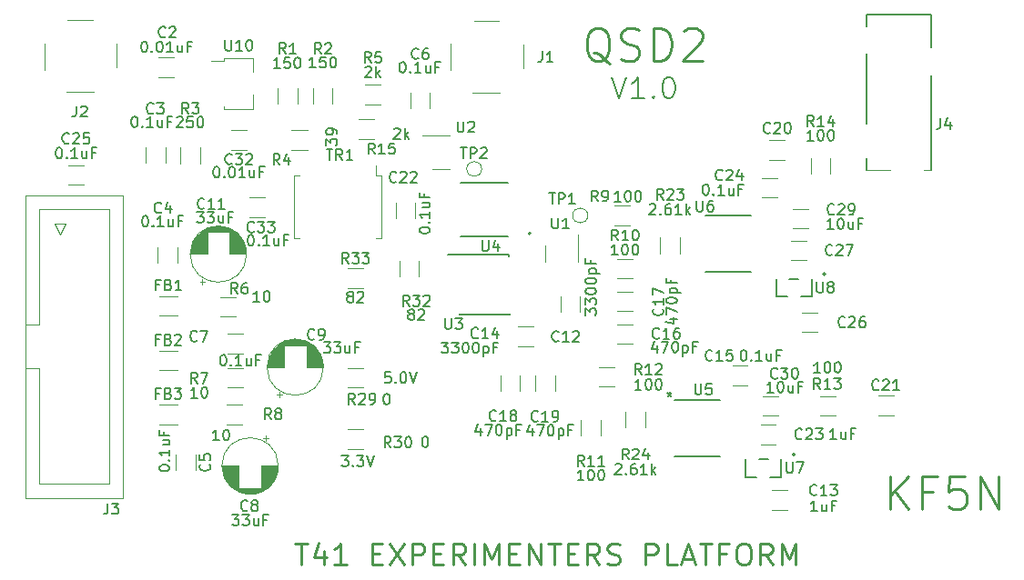
<source format=gto>
G04 #@! TF.GenerationSoftware,KiCad,Pcbnew,7.0.8*
G04 #@! TF.CreationDate,2023-10-18T13:56:24-04:00*
G04 #@! TF.ProjectId,qsd2_iamp_3,71736432-5f69-4616-9d70-5f332e6b6963,rev?*
G04 #@! TF.SameCoordinates,Original*
G04 #@! TF.FileFunction,Legend,Top*
G04 #@! TF.FilePolarity,Positive*
%FSLAX46Y46*%
G04 Gerber Fmt 4.6, Leading zero omitted, Abs format (unit mm)*
G04 Created by KiCad (PCBNEW 7.0.8) date 2023-10-18 13:56:24*
%MOMM*%
%LPD*%
G01*
G04 APERTURE LIST*
%ADD10C,0.200000*%
%ADD11C,0.150000*%
%ADD12C,0.250000*%
%ADD13C,0.120000*%
%ADD14C,0.152400*%
%ADD15C,0.100000*%
%ADD16C,0.127000*%
G04 APERTURE END LIST*
D10*
X154472054Y-46294838D02*
X155138720Y-48294838D01*
X155138720Y-48294838D02*
X155805387Y-46294838D01*
X157519673Y-48294838D02*
X156376816Y-48294838D01*
X156948244Y-48294838D02*
X156948244Y-46294838D01*
X156948244Y-46294838D02*
X156757768Y-46580552D01*
X156757768Y-46580552D02*
X156567292Y-46771028D01*
X156567292Y-46771028D02*
X156376816Y-46866266D01*
X158376816Y-48104361D02*
X158472054Y-48199600D01*
X158472054Y-48199600D02*
X158376816Y-48294838D01*
X158376816Y-48294838D02*
X158281578Y-48199600D01*
X158281578Y-48199600D02*
X158376816Y-48104361D01*
X158376816Y-48104361D02*
X158376816Y-48294838D01*
X159710149Y-46294838D02*
X159900626Y-46294838D01*
X159900626Y-46294838D02*
X160091102Y-46390076D01*
X160091102Y-46390076D02*
X160186340Y-46485314D01*
X160186340Y-46485314D02*
X160281578Y-46675790D01*
X160281578Y-46675790D02*
X160376816Y-47056742D01*
X160376816Y-47056742D02*
X160376816Y-47532933D01*
X160376816Y-47532933D02*
X160281578Y-47913885D01*
X160281578Y-47913885D02*
X160186340Y-48104361D01*
X160186340Y-48104361D02*
X160091102Y-48199600D01*
X160091102Y-48199600D02*
X159900626Y-48294838D01*
X159900626Y-48294838D02*
X159710149Y-48294838D01*
X159710149Y-48294838D02*
X159519673Y-48199600D01*
X159519673Y-48199600D02*
X159424435Y-48104361D01*
X159424435Y-48104361D02*
X159329197Y-47913885D01*
X159329197Y-47913885D02*
X159233959Y-47532933D01*
X159233959Y-47532933D02*
X159233959Y-47056742D01*
X159233959Y-47056742D02*
X159329197Y-46675790D01*
X159329197Y-46675790D02*
X159424435Y-46485314D01*
X159424435Y-46485314D02*
X159519673Y-46390076D01*
X159519673Y-46390076D02*
X159710149Y-46294838D01*
D11*
X129366541Y-81544819D02*
X129985588Y-81544819D01*
X129985588Y-81544819D02*
X129652255Y-81925771D01*
X129652255Y-81925771D02*
X129795112Y-81925771D01*
X129795112Y-81925771D02*
X129890350Y-81973390D01*
X129890350Y-81973390D02*
X129937969Y-82021009D01*
X129937969Y-82021009D02*
X129985588Y-82116247D01*
X129985588Y-82116247D02*
X129985588Y-82354342D01*
X129985588Y-82354342D02*
X129937969Y-82449580D01*
X129937969Y-82449580D02*
X129890350Y-82497200D01*
X129890350Y-82497200D02*
X129795112Y-82544819D01*
X129795112Y-82544819D02*
X129509398Y-82544819D01*
X129509398Y-82544819D02*
X129414160Y-82497200D01*
X129414160Y-82497200D02*
X129366541Y-82449580D01*
X130414160Y-82449580D02*
X130461779Y-82497200D01*
X130461779Y-82497200D02*
X130414160Y-82544819D01*
X130414160Y-82544819D02*
X130366541Y-82497200D01*
X130366541Y-82497200D02*
X130414160Y-82449580D01*
X130414160Y-82449580D02*
X130414160Y-82544819D01*
X130795112Y-81544819D02*
X131414159Y-81544819D01*
X131414159Y-81544819D02*
X131080826Y-81925771D01*
X131080826Y-81925771D02*
X131223683Y-81925771D01*
X131223683Y-81925771D02*
X131318921Y-81973390D01*
X131318921Y-81973390D02*
X131366540Y-82021009D01*
X131366540Y-82021009D02*
X131414159Y-82116247D01*
X131414159Y-82116247D02*
X131414159Y-82354342D01*
X131414159Y-82354342D02*
X131366540Y-82449580D01*
X131366540Y-82449580D02*
X131318921Y-82497200D01*
X131318921Y-82497200D02*
X131223683Y-82544819D01*
X131223683Y-82544819D02*
X130937969Y-82544819D01*
X130937969Y-82544819D02*
X130842731Y-82497200D01*
X130842731Y-82497200D02*
X130795112Y-82449580D01*
X131699874Y-81544819D02*
X132033207Y-82544819D01*
X132033207Y-82544819D02*
X132366540Y-81544819D01*
D12*
X125054949Y-89717238D02*
X126197806Y-89717238D01*
X125626377Y-91717238D02*
X125626377Y-89717238D01*
X127721616Y-90383904D02*
X127721616Y-91717238D01*
X127245425Y-89622000D02*
X126769235Y-91050571D01*
X126769235Y-91050571D02*
X128007330Y-91050571D01*
X129816854Y-91717238D02*
X128673997Y-91717238D01*
X129245425Y-91717238D02*
X129245425Y-89717238D01*
X129245425Y-89717238D02*
X129054949Y-90002952D01*
X129054949Y-90002952D02*
X128864473Y-90193428D01*
X128864473Y-90193428D02*
X128673997Y-90288666D01*
X132197807Y-90669619D02*
X132864474Y-90669619D01*
X133150188Y-91717238D02*
X132197807Y-91717238D01*
X132197807Y-91717238D02*
X132197807Y-89717238D01*
X132197807Y-89717238D02*
X133150188Y-89717238D01*
X133816855Y-89717238D02*
X135150188Y-91717238D01*
X135150188Y-89717238D02*
X133816855Y-91717238D01*
X135912093Y-91717238D02*
X135912093Y-89717238D01*
X135912093Y-89717238D02*
X136673998Y-89717238D01*
X136673998Y-89717238D02*
X136864474Y-89812476D01*
X136864474Y-89812476D02*
X136959712Y-89907714D01*
X136959712Y-89907714D02*
X137054950Y-90098190D01*
X137054950Y-90098190D02*
X137054950Y-90383904D01*
X137054950Y-90383904D02*
X136959712Y-90574380D01*
X136959712Y-90574380D02*
X136864474Y-90669619D01*
X136864474Y-90669619D02*
X136673998Y-90764857D01*
X136673998Y-90764857D02*
X135912093Y-90764857D01*
X137912093Y-90669619D02*
X138578760Y-90669619D01*
X138864474Y-91717238D02*
X137912093Y-91717238D01*
X137912093Y-91717238D02*
X137912093Y-89717238D01*
X137912093Y-89717238D02*
X138864474Y-89717238D01*
X140864474Y-91717238D02*
X140197807Y-90764857D01*
X139721617Y-91717238D02*
X139721617Y-89717238D01*
X139721617Y-89717238D02*
X140483522Y-89717238D01*
X140483522Y-89717238D02*
X140673998Y-89812476D01*
X140673998Y-89812476D02*
X140769236Y-89907714D01*
X140769236Y-89907714D02*
X140864474Y-90098190D01*
X140864474Y-90098190D02*
X140864474Y-90383904D01*
X140864474Y-90383904D02*
X140769236Y-90574380D01*
X140769236Y-90574380D02*
X140673998Y-90669619D01*
X140673998Y-90669619D02*
X140483522Y-90764857D01*
X140483522Y-90764857D02*
X139721617Y-90764857D01*
X141721617Y-91717238D02*
X141721617Y-89717238D01*
X142673998Y-91717238D02*
X142673998Y-89717238D01*
X142673998Y-89717238D02*
X143340665Y-91145809D01*
X143340665Y-91145809D02*
X144007331Y-89717238D01*
X144007331Y-89717238D02*
X144007331Y-91717238D01*
X144959712Y-90669619D02*
X145626379Y-90669619D01*
X145912093Y-91717238D02*
X144959712Y-91717238D01*
X144959712Y-91717238D02*
X144959712Y-89717238D01*
X144959712Y-89717238D02*
X145912093Y-89717238D01*
X146769236Y-91717238D02*
X146769236Y-89717238D01*
X146769236Y-89717238D02*
X147912093Y-91717238D01*
X147912093Y-91717238D02*
X147912093Y-89717238D01*
X148578760Y-89717238D02*
X149721617Y-89717238D01*
X149150188Y-91717238D02*
X149150188Y-89717238D01*
X150388284Y-90669619D02*
X151054951Y-90669619D01*
X151340665Y-91717238D02*
X150388284Y-91717238D01*
X150388284Y-91717238D02*
X150388284Y-89717238D01*
X150388284Y-89717238D02*
X151340665Y-89717238D01*
X153340665Y-91717238D02*
X152673998Y-90764857D01*
X152197808Y-91717238D02*
X152197808Y-89717238D01*
X152197808Y-89717238D02*
X152959713Y-89717238D01*
X152959713Y-89717238D02*
X153150189Y-89812476D01*
X153150189Y-89812476D02*
X153245427Y-89907714D01*
X153245427Y-89907714D02*
X153340665Y-90098190D01*
X153340665Y-90098190D02*
X153340665Y-90383904D01*
X153340665Y-90383904D02*
X153245427Y-90574380D01*
X153245427Y-90574380D02*
X153150189Y-90669619D01*
X153150189Y-90669619D02*
X152959713Y-90764857D01*
X152959713Y-90764857D02*
X152197808Y-90764857D01*
X154102570Y-91622000D02*
X154388284Y-91717238D01*
X154388284Y-91717238D02*
X154864475Y-91717238D01*
X154864475Y-91717238D02*
X155054951Y-91622000D01*
X155054951Y-91622000D02*
X155150189Y-91526761D01*
X155150189Y-91526761D02*
X155245427Y-91336285D01*
X155245427Y-91336285D02*
X155245427Y-91145809D01*
X155245427Y-91145809D02*
X155150189Y-90955333D01*
X155150189Y-90955333D02*
X155054951Y-90860095D01*
X155054951Y-90860095D02*
X154864475Y-90764857D01*
X154864475Y-90764857D02*
X154483522Y-90669619D01*
X154483522Y-90669619D02*
X154293046Y-90574380D01*
X154293046Y-90574380D02*
X154197808Y-90479142D01*
X154197808Y-90479142D02*
X154102570Y-90288666D01*
X154102570Y-90288666D02*
X154102570Y-90098190D01*
X154102570Y-90098190D02*
X154197808Y-89907714D01*
X154197808Y-89907714D02*
X154293046Y-89812476D01*
X154293046Y-89812476D02*
X154483522Y-89717238D01*
X154483522Y-89717238D02*
X154959713Y-89717238D01*
X154959713Y-89717238D02*
X155245427Y-89812476D01*
X157626380Y-91717238D02*
X157626380Y-89717238D01*
X157626380Y-89717238D02*
X158388285Y-89717238D01*
X158388285Y-89717238D02*
X158578761Y-89812476D01*
X158578761Y-89812476D02*
X158673999Y-89907714D01*
X158673999Y-89907714D02*
X158769237Y-90098190D01*
X158769237Y-90098190D02*
X158769237Y-90383904D01*
X158769237Y-90383904D02*
X158673999Y-90574380D01*
X158673999Y-90574380D02*
X158578761Y-90669619D01*
X158578761Y-90669619D02*
X158388285Y-90764857D01*
X158388285Y-90764857D02*
X157626380Y-90764857D01*
X160578761Y-91717238D02*
X159626380Y-91717238D01*
X159626380Y-91717238D02*
X159626380Y-89717238D01*
X161150190Y-91145809D02*
X162102571Y-91145809D01*
X160959714Y-91717238D02*
X161626380Y-89717238D01*
X161626380Y-89717238D02*
X162293047Y-91717238D01*
X162674000Y-89717238D02*
X163816857Y-89717238D01*
X163245428Y-91717238D02*
X163245428Y-89717238D01*
X165150191Y-90669619D02*
X164483524Y-90669619D01*
X164483524Y-91717238D02*
X164483524Y-89717238D01*
X164483524Y-89717238D02*
X165435905Y-89717238D01*
X166578762Y-89717238D02*
X166959715Y-89717238D01*
X166959715Y-89717238D02*
X167150191Y-89812476D01*
X167150191Y-89812476D02*
X167340667Y-90002952D01*
X167340667Y-90002952D02*
X167435905Y-90383904D01*
X167435905Y-90383904D02*
X167435905Y-91050571D01*
X167435905Y-91050571D02*
X167340667Y-91431523D01*
X167340667Y-91431523D02*
X167150191Y-91622000D01*
X167150191Y-91622000D02*
X166959715Y-91717238D01*
X166959715Y-91717238D02*
X166578762Y-91717238D01*
X166578762Y-91717238D02*
X166388286Y-91622000D01*
X166388286Y-91622000D02*
X166197810Y-91431523D01*
X166197810Y-91431523D02*
X166102572Y-91050571D01*
X166102572Y-91050571D02*
X166102572Y-90383904D01*
X166102572Y-90383904D02*
X166197810Y-90002952D01*
X166197810Y-90002952D02*
X166388286Y-89812476D01*
X166388286Y-89812476D02*
X166578762Y-89717238D01*
X169435905Y-91717238D02*
X168769238Y-90764857D01*
X168293048Y-91717238D02*
X168293048Y-89717238D01*
X168293048Y-89717238D02*
X169054953Y-89717238D01*
X169054953Y-89717238D02*
X169245429Y-89812476D01*
X169245429Y-89812476D02*
X169340667Y-89907714D01*
X169340667Y-89907714D02*
X169435905Y-90098190D01*
X169435905Y-90098190D02*
X169435905Y-90383904D01*
X169435905Y-90383904D02*
X169340667Y-90574380D01*
X169340667Y-90574380D02*
X169245429Y-90669619D01*
X169245429Y-90669619D02*
X169054953Y-90764857D01*
X169054953Y-90764857D02*
X168293048Y-90764857D01*
X170293048Y-91717238D02*
X170293048Y-89717238D01*
X170293048Y-89717238D02*
X170959715Y-91145809D01*
X170959715Y-91145809D02*
X171626381Y-89717238D01*
X171626381Y-89717238D02*
X171626381Y-91717238D01*
X154353758Y-45030571D02*
X154068044Y-44887714D01*
X154068044Y-44887714D02*
X153782330Y-44602000D01*
X153782330Y-44602000D02*
X153353758Y-44173428D01*
X153353758Y-44173428D02*
X153068044Y-44030571D01*
X153068044Y-44030571D02*
X152782330Y-44030571D01*
X152925187Y-44744857D02*
X152639473Y-44602000D01*
X152639473Y-44602000D02*
X152353758Y-44316285D01*
X152353758Y-44316285D02*
X152210901Y-43744857D01*
X152210901Y-43744857D02*
X152210901Y-42744857D01*
X152210901Y-42744857D02*
X152353758Y-42173428D01*
X152353758Y-42173428D02*
X152639473Y-41887714D01*
X152639473Y-41887714D02*
X152925187Y-41744857D01*
X152925187Y-41744857D02*
X153496615Y-41744857D01*
X153496615Y-41744857D02*
X153782330Y-41887714D01*
X153782330Y-41887714D02*
X154068044Y-42173428D01*
X154068044Y-42173428D02*
X154210901Y-42744857D01*
X154210901Y-42744857D02*
X154210901Y-43744857D01*
X154210901Y-43744857D02*
X154068044Y-44316285D01*
X154068044Y-44316285D02*
X153782330Y-44602000D01*
X153782330Y-44602000D02*
X153496615Y-44744857D01*
X153496615Y-44744857D02*
X152925187Y-44744857D01*
X155353758Y-44602000D02*
X155782330Y-44744857D01*
X155782330Y-44744857D02*
X156496615Y-44744857D01*
X156496615Y-44744857D02*
X156782330Y-44602000D01*
X156782330Y-44602000D02*
X156925187Y-44459142D01*
X156925187Y-44459142D02*
X157068044Y-44173428D01*
X157068044Y-44173428D02*
X157068044Y-43887714D01*
X157068044Y-43887714D02*
X156925187Y-43602000D01*
X156925187Y-43602000D02*
X156782330Y-43459142D01*
X156782330Y-43459142D02*
X156496615Y-43316285D01*
X156496615Y-43316285D02*
X155925187Y-43173428D01*
X155925187Y-43173428D02*
X155639472Y-43030571D01*
X155639472Y-43030571D02*
X155496615Y-42887714D01*
X155496615Y-42887714D02*
X155353758Y-42602000D01*
X155353758Y-42602000D02*
X155353758Y-42316285D01*
X155353758Y-42316285D02*
X155496615Y-42030571D01*
X155496615Y-42030571D02*
X155639472Y-41887714D01*
X155639472Y-41887714D02*
X155925187Y-41744857D01*
X155925187Y-41744857D02*
X156639472Y-41744857D01*
X156639472Y-41744857D02*
X157068044Y-41887714D01*
X158353758Y-44744857D02*
X158353758Y-41744857D01*
X158353758Y-41744857D02*
X159068044Y-41744857D01*
X159068044Y-41744857D02*
X159496615Y-41887714D01*
X159496615Y-41887714D02*
X159782330Y-42173428D01*
X159782330Y-42173428D02*
X159925187Y-42459142D01*
X159925187Y-42459142D02*
X160068044Y-43030571D01*
X160068044Y-43030571D02*
X160068044Y-43459142D01*
X160068044Y-43459142D02*
X159925187Y-44030571D01*
X159925187Y-44030571D02*
X159782330Y-44316285D01*
X159782330Y-44316285D02*
X159496615Y-44602000D01*
X159496615Y-44602000D02*
X159068044Y-44744857D01*
X159068044Y-44744857D02*
X158353758Y-44744857D01*
X161210901Y-42030571D02*
X161353758Y-41887714D01*
X161353758Y-41887714D02*
X161639473Y-41744857D01*
X161639473Y-41744857D02*
X162353758Y-41744857D01*
X162353758Y-41744857D02*
X162639473Y-41887714D01*
X162639473Y-41887714D02*
X162782330Y-42030571D01*
X162782330Y-42030571D02*
X162925187Y-42316285D01*
X162925187Y-42316285D02*
X162925187Y-42602000D01*
X162925187Y-42602000D02*
X162782330Y-43030571D01*
X162782330Y-43030571D02*
X161068044Y-44744857D01*
X161068044Y-44744857D02*
X162925187Y-44744857D01*
D11*
X133912969Y-73769819D02*
X133436779Y-73769819D01*
X133436779Y-73769819D02*
X133389160Y-74246009D01*
X133389160Y-74246009D02*
X133436779Y-74198390D01*
X133436779Y-74198390D02*
X133532017Y-74150771D01*
X133532017Y-74150771D02*
X133770112Y-74150771D01*
X133770112Y-74150771D02*
X133865350Y-74198390D01*
X133865350Y-74198390D02*
X133912969Y-74246009D01*
X133912969Y-74246009D02*
X133960588Y-74341247D01*
X133960588Y-74341247D02*
X133960588Y-74579342D01*
X133960588Y-74579342D02*
X133912969Y-74674580D01*
X133912969Y-74674580D02*
X133865350Y-74722200D01*
X133865350Y-74722200D02*
X133770112Y-74769819D01*
X133770112Y-74769819D02*
X133532017Y-74769819D01*
X133532017Y-74769819D02*
X133436779Y-74722200D01*
X133436779Y-74722200D02*
X133389160Y-74674580D01*
X134389160Y-74674580D02*
X134436779Y-74722200D01*
X134436779Y-74722200D02*
X134389160Y-74769819D01*
X134389160Y-74769819D02*
X134341541Y-74722200D01*
X134341541Y-74722200D02*
X134389160Y-74674580D01*
X134389160Y-74674580D02*
X134389160Y-74769819D01*
X135055826Y-73769819D02*
X135151064Y-73769819D01*
X135151064Y-73769819D02*
X135246302Y-73817438D01*
X135246302Y-73817438D02*
X135293921Y-73865057D01*
X135293921Y-73865057D02*
X135341540Y-73960295D01*
X135341540Y-73960295D02*
X135389159Y-74150771D01*
X135389159Y-74150771D02*
X135389159Y-74388866D01*
X135389159Y-74388866D02*
X135341540Y-74579342D01*
X135341540Y-74579342D02*
X135293921Y-74674580D01*
X135293921Y-74674580D02*
X135246302Y-74722200D01*
X135246302Y-74722200D02*
X135151064Y-74769819D01*
X135151064Y-74769819D02*
X135055826Y-74769819D01*
X135055826Y-74769819D02*
X134960588Y-74722200D01*
X134960588Y-74722200D02*
X134912969Y-74674580D01*
X134912969Y-74674580D02*
X134865350Y-74579342D01*
X134865350Y-74579342D02*
X134817731Y-74388866D01*
X134817731Y-74388866D02*
X134817731Y-74150771D01*
X134817731Y-74150771D02*
X134865350Y-73960295D01*
X134865350Y-73960295D02*
X134912969Y-73865057D01*
X134912969Y-73865057D02*
X134960588Y-73817438D01*
X134960588Y-73817438D02*
X135055826Y-73769819D01*
X135674874Y-73769819D02*
X136008207Y-74769819D01*
X136008207Y-74769819D02*
X136341540Y-73769819D01*
D12*
X180353758Y-86519857D02*
X180353758Y-83519857D01*
X182068044Y-86519857D02*
X180782330Y-84805571D01*
X182068044Y-83519857D02*
X180353758Y-85234142D01*
X184353758Y-84948428D02*
X183353758Y-84948428D01*
X183353758Y-86519857D02*
X183353758Y-83519857D01*
X183353758Y-83519857D02*
X184782330Y-83519857D01*
X187353759Y-83519857D02*
X185925187Y-83519857D01*
X185925187Y-83519857D02*
X185782330Y-84948428D01*
X185782330Y-84948428D02*
X185925187Y-84805571D01*
X185925187Y-84805571D02*
X186210902Y-84662714D01*
X186210902Y-84662714D02*
X186925187Y-84662714D01*
X186925187Y-84662714D02*
X187210902Y-84805571D01*
X187210902Y-84805571D02*
X187353759Y-84948428D01*
X187353759Y-84948428D02*
X187496616Y-85234142D01*
X187496616Y-85234142D02*
X187496616Y-85948428D01*
X187496616Y-85948428D02*
X187353759Y-86234142D01*
X187353759Y-86234142D02*
X187210902Y-86377000D01*
X187210902Y-86377000D02*
X186925187Y-86519857D01*
X186925187Y-86519857D02*
X186210902Y-86519857D01*
X186210902Y-86519857D02*
X185925187Y-86377000D01*
X185925187Y-86377000D02*
X185782330Y-86234142D01*
X188782330Y-86519857D02*
X188782330Y-83519857D01*
X188782330Y-83519857D02*
X190496616Y-86519857D01*
X190496616Y-86519857D02*
X190496616Y-83519857D01*
D11*
X132432142Y-53454819D02*
X132098809Y-52978628D01*
X131860714Y-53454819D02*
X131860714Y-52454819D01*
X131860714Y-52454819D02*
X132241666Y-52454819D01*
X132241666Y-52454819D02*
X132336904Y-52502438D01*
X132336904Y-52502438D02*
X132384523Y-52550057D01*
X132384523Y-52550057D02*
X132432142Y-52645295D01*
X132432142Y-52645295D02*
X132432142Y-52788152D01*
X132432142Y-52788152D02*
X132384523Y-52883390D01*
X132384523Y-52883390D02*
X132336904Y-52931009D01*
X132336904Y-52931009D02*
X132241666Y-52978628D01*
X132241666Y-52978628D02*
X131860714Y-52978628D01*
X133384523Y-53454819D02*
X132813095Y-53454819D01*
X133098809Y-53454819D02*
X133098809Y-52454819D01*
X133098809Y-52454819D02*
X133003571Y-52597676D01*
X133003571Y-52597676D02*
X132908333Y-52692914D01*
X132908333Y-52692914D02*
X132813095Y-52740533D01*
X134289285Y-52454819D02*
X133813095Y-52454819D01*
X133813095Y-52454819D02*
X133765476Y-52931009D01*
X133765476Y-52931009D02*
X133813095Y-52883390D01*
X133813095Y-52883390D02*
X133908333Y-52835771D01*
X133908333Y-52835771D02*
X134146428Y-52835771D01*
X134146428Y-52835771D02*
X134241666Y-52883390D01*
X134241666Y-52883390D02*
X134289285Y-52931009D01*
X134289285Y-52931009D02*
X134336904Y-53026247D01*
X134336904Y-53026247D02*
X134336904Y-53264342D01*
X134336904Y-53264342D02*
X134289285Y-53359580D01*
X134289285Y-53359580D02*
X134241666Y-53407200D01*
X134241666Y-53407200D02*
X134146428Y-53454819D01*
X134146428Y-53454819D02*
X133908333Y-53454819D01*
X133908333Y-53454819D02*
X133813095Y-53407200D01*
X133813095Y-53407200D02*
X133765476Y-53359580D01*
X134234524Y-51150057D02*
X134282143Y-51102438D01*
X134282143Y-51102438D02*
X134377381Y-51054819D01*
X134377381Y-51054819D02*
X134615476Y-51054819D01*
X134615476Y-51054819D02*
X134710714Y-51102438D01*
X134710714Y-51102438D02*
X134758333Y-51150057D01*
X134758333Y-51150057D02*
X134805952Y-51245295D01*
X134805952Y-51245295D02*
X134805952Y-51340533D01*
X134805952Y-51340533D02*
X134758333Y-51483390D01*
X134758333Y-51483390D02*
X134186905Y-52054819D01*
X134186905Y-52054819D02*
X134805952Y-52054819D01*
X135234524Y-52054819D02*
X135234524Y-51054819D01*
X135329762Y-51673866D02*
X135615476Y-52054819D01*
X135615476Y-51388152D02*
X135234524Y-51769104D01*
X132095833Y-44954819D02*
X131762500Y-44478628D01*
X131524405Y-44954819D02*
X131524405Y-43954819D01*
X131524405Y-43954819D02*
X131905357Y-43954819D01*
X131905357Y-43954819D02*
X132000595Y-44002438D01*
X132000595Y-44002438D02*
X132048214Y-44050057D01*
X132048214Y-44050057D02*
X132095833Y-44145295D01*
X132095833Y-44145295D02*
X132095833Y-44288152D01*
X132095833Y-44288152D02*
X132048214Y-44383390D01*
X132048214Y-44383390D02*
X132000595Y-44431009D01*
X132000595Y-44431009D02*
X131905357Y-44478628D01*
X131905357Y-44478628D02*
X131524405Y-44478628D01*
X133000595Y-43954819D02*
X132524405Y-43954819D01*
X132524405Y-43954819D02*
X132476786Y-44431009D01*
X132476786Y-44431009D02*
X132524405Y-44383390D01*
X132524405Y-44383390D02*
X132619643Y-44335771D01*
X132619643Y-44335771D02*
X132857738Y-44335771D01*
X132857738Y-44335771D02*
X132952976Y-44383390D01*
X132952976Y-44383390D02*
X133000595Y-44431009D01*
X133000595Y-44431009D02*
X133048214Y-44526247D01*
X133048214Y-44526247D02*
X133048214Y-44764342D01*
X133048214Y-44764342D02*
X133000595Y-44859580D01*
X133000595Y-44859580D02*
X132952976Y-44907200D01*
X132952976Y-44907200D02*
X132857738Y-44954819D01*
X132857738Y-44954819D02*
X132619643Y-44954819D01*
X132619643Y-44954819D02*
X132524405Y-44907200D01*
X132524405Y-44907200D02*
X132476786Y-44859580D01*
X131559524Y-45400057D02*
X131607143Y-45352438D01*
X131607143Y-45352438D02*
X131702381Y-45304819D01*
X131702381Y-45304819D02*
X131940476Y-45304819D01*
X131940476Y-45304819D02*
X132035714Y-45352438D01*
X132035714Y-45352438D02*
X132083333Y-45400057D01*
X132083333Y-45400057D02*
X132130952Y-45495295D01*
X132130952Y-45495295D02*
X132130952Y-45590533D01*
X132130952Y-45590533D02*
X132083333Y-45733390D01*
X132083333Y-45733390D02*
X131511905Y-46304819D01*
X131511905Y-46304819D02*
X132130952Y-46304819D01*
X132559524Y-46304819D02*
X132559524Y-45304819D01*
X132654762Y-45923866D02*
X132940476Y-46304819D01*
X132940476Y-45638152D02*
X132559524Y-46019104D01*
X112391666Y-75731009D02*
X112058333Y-75731009D01*
X112058333Y-76254819D02*
X112058333Y-75254819D01*
X112058333Y-75254819D02*
X112534523Y-75254819D01*
X113248809Y-75731009D02*
X113391666Y-75778628D01*
X113391666Y-75778628D02*
X113439285Y-75826247D01*
X113439285Y-75826247D02*
X113486904Y-75921485D01*
X113486904Y-75921485D02*
X113486904Y-76064342D01*
X113486904Y-76064342D02*
X113439285Y-76159580D01*
X113439285Y-76159580D02*
X113391666Y-76207200D01*
X113391666Y-76207200D02*
X113296428Y-76254819D01*
X113296428Y-76254819D02*
X112915476Y-76254819D01*
X112915476Y-76254819D02*
X112915476Y-75254819D01*
X112915476Y-75254819D02*
X113248809Y-75254819D01*
X113248809Y-75254819D02*
X113344047Y-75302438D01*
X113344047Y-75302438D02*
X113391666Y-75350057D01*
X113391666Y-75350057D02*
X113439285Y-75445295D01*
X113439285Y-75445295D02*
X113439285Y-75540533D01*
X113439285Y-75540533D02*
X113391666Y-75635771D01*
X113391666Y-75635771D02*
X113344047Y-75683390D01*
X113344047Y-75683390D02*
X113248809Y-75731009D01*
X113248809Y-75731009D02*
X112915476Y-75731009D01*
X113820238Y-75254819D02*
X114439285Y-75254819D01*
X114439285Y-75254819D02*
X114105952Y-75635771D01*
X114105952Y-75635771D02*
X114248809Y-75635771D01*
X114248809Y-75635771D02*
X114344047Y-75683390D01*
X114344047Y-75683390D02*
X114391666Y-75731009D01*
X114391666Y-75731009D02*
X114439285Y-75826247D01*
X114439285Y-75826247D02*
X114439285Y-76064342D01*
X114439285Y-76064342D02*
X114391666Y-76159580D01*
X114391666Y-76159580D02*
X114344047Y-76207200D01*
X114344047Y-76207200D02*
X114248809Y-76254819D01*
X114248809Y-76254819D02*
X113963095Y-76254819D01*
X113963095Y-76254819D02*
X113867857Y-76207200D01*
X113867857Y-76207200D02*
X113820238Y-76159580D01*
X173282142Y-50879819D02*
X172948809Y-50403628D01*
X172710714Y-50879819D02*
X172710714Y-49879819D01*
X172710714Y-49879819D02*
X173091666Y-49879819D01*
X173091666Y-49879819D02*
X173186904Y-49927438D01*
X173186904Y-49927438D02*
X173234523Y-49975057D01*
X173234523Y-49975057D02*
X173282142Y-50070295D01*
X173282142Y-50070295D02*
X173282142Y-50213152D01*
X173282142Y-50213152D02*
X173234523Y-50308390D01*
X173234523Y-50308390D02*
X173186904Y-50356009D01*
X173186904Y-50356009D02*
X173091666Y-50403628D01*
X173091666Y-50403628D02*
X172710714Y-50403628D01*
X174234523Y-50879819D02*
X173663095Y-50879819D01*
X173948809Y-50879819D02*
X173948809Y-49879819D01*
X173948809Y-49879819D02*
X173853571Y-50022676D01*
X173853571Y-50022676D02*
X173758333Y-50117914D01*
X173758333Y-50117914D02*
X173663095Y-50165533D01*
X175091666Y-50213152D02*
X175091666Y-50879819D01*
X174853571Y-49832200D02*
X174615476Y-50546485D01*
X174615476Y-50546485D02*
X175234523Y-50546485D01*
X173258333Y-52204819D02*
X172686905Y-52204819D01*
X172972619Y-52204819D02*
X172972619Y-51204819D01*
X172972619Y-51204819D02*
X172877381Y-51347676D01*
X172877381Y-51347676D02*
X172782143Y-51442914D01*
X172782143Y-51442914D02*
X172686905Y-51490533D01*
X173877381Y-51204819D02*
X173972619Y-51204819D01*
X173972619Y-51204819D02*
X174067857Y-51252438D01*
X174067857Y-51252438D02*
X174115476Y-51300057D01*
X174115476Y-51300057D02*
X174163095Y-51395295D01*
X174163095Y-51395295D02*
X174210714Y-51585771D01*
X174210714Y-51585771D02*
X174210714Y-51823866D01*
X174210714Y-51823866D02*
X174163095Y-52014342D01*
X174163095Y-52014342D02*
X174115476Y-52109580D01*
X174115476Y-52109580D02*
X174067857Y-52157200D01*
X174067857Y-52157200D02*
X173972619Y-52204819D01*
X173972619Y-52204819D02*
X173877381Y-52204819D01*
X173877381Y-52204819D02*
X173782143Y-52157200D01*
X173782143Y-52157200D02*
X173734524Y-52109580D01*
X173734524Y-52109580D02*
X173686905Y-52014342D01*
X173686905Y-52014342D02*
X173639286Y-51823866D01*
X173639286Y-51823866D02*
X173639286Y-51585771D01*
X173639286Y-51585771D02*
X173686905Y-51395295D01*
X173686905Y-51395295D02*
X173734524Y-51300057D01*
X173734524Y-51300057D02*
X173782143Y-51252438D01*
X173782143Y-51252438D02*
X173877381Y-51204819D01*
X174829762Y-51204819D02*
X174925000Y-51204819D01*
X174925000Y-51204819D02*
X175020238Y-51252438D01*
X175020238Y-51252438D02*
X175067857Y-51300057D01*
X175067857Y-51300057D02*
X175115476Y-51395295D01*
X175115476Y-51395295D02*
X175163095Y-51585771D01*
X175163095Y-51585771D02*
X175163095Y-51823866D01*
X175163095Y-51823866D02*
X175115476Y-52014342D01*
X175115476Y-52014342D02*
X175067857Y-52109580D01*
X175067857Y-52109580D02*
X175020238Y-52157200D01*
X175020238Y-52157200D02*
X174925000Y-52204819D01*
X174925000Y-52204819D02*
X174829762Y-52204819D01*
X174829762Y-52204819D02*
X174734524Y-52157200D01*
X174734524Y-52157200D02*
X174686905Y-52109580D01*
X174686905Y-52109580D02*
X174639286Y-52014342D01*
X174639286Y-52014342D02*
X174591667Y-51823866D01*
X174591667Y-51823866D02*
X174591667Y-51585771D01*
X174591667Y-51585771D02*
X174639286Y-51395295D01*
X174639286Y-51395295D02*
X174686905Y-51300057D01*
X174686905Y-51300057D02*
X174734524Y-51252438D01*
X174734524Y-51252438D02*
X174829762Y-51204819D01*
X119683333Y-66454819D02*
X119350000Y-65978628D01*
X119111905Y-66454819D02*
X119111905Y-65454819D01*
X119111905Y-65454819D02*
X119492857Y-65454819D01*
X119492857Y-65454819D02*
X119588095Y-65502438D01*
X119588095Y-65502438D02*
X119635714Y-65550057D01*
X119635714Y-65550057D02*
X119683333Y-65645295D01*
X119683333Y-65645295D02*
X119683333Y-65788152D01*
X119683333Y-65788152D02*
X119635714Y-65883390D01*
X119635714Y-65883390D02*
X119588095Y-65931009D01*
X119588095Y-65931009D02*
X119492857Y-65978628D01*
X119492857Y-65978628D02*
X119111905Y-65978628D01*
X120540476Y-65454819D02*
X120350000Y-65454819D01*
X120350000Y-65454819D02*
X120254762Y-65502438D01*
X120254762Y-65502438D02*
X120207143Y-65550057D01*
X120207143Y-65550057D02*
X120111905Y-65692914D01*
X120111905Y-65692914D02*
X120064286Y-65883390D01*
X120064286Y-65883390D02*
X120064286Y-66264342D01*
X120064286Y-66264342D02*
X120111905Y-66359580D01*
X120111905Y-66359580D02*
X120159524Y-66407200D01*
X120159524Y-66407200D02*
X120254762Y-66454819D01*
X120254762Y-66454819D02*
X120445238Y-66454819D01*
X120445238Y-66454819D02*
X120540476Y-66407200D01*
X120540476Y-66407200D02*
X120588095Y-66359580D01*
X120588095Y-66359580D02*
X120635714Y-66264342D01*
X120635714Y-66264342D02*
X120635714Y-66026247D01*
X120635714Y-66026247D02*
X120588095Y-65931009D01*
X120588095Y-65931009D02*
X120540476Y-65883390D01*
X120540476Y-65883390D02*
X120445238Y-65835771D01*
X120445238Y-65835771D02*
X120254762Y-65835771D01*
X120254762Y-65835771D02*
X120159524Y-65883390D01*
X120159524Y-65883390D02*
X120111905Y-65931009D01*
X120111905Y-65931009D02*
X120064286Y-66026247D01*
X121734523Y-67204819D02*
X121163095Y-67204819D01*
X121448809Y-67204819D02*
X121448809Y-66204819D01*
X121448809Y-66204819D02*
X121353571Y-66347676D01*
X121353571Y-66347676D02*
X121258333Y-66442914D01*
X121258333Y-66442914D02*
X121163095Y-66490533D01*
X122353571Y-66204819D02*
X122448809Y-66204819D01*
X122448809Y-66204819D02*
X122544047Y-66252438D01*
X122544047Y-66252438D02*
X122591666Y-66300057D01*
X122591666Y-66300057D02*
X122639285Y-66395295D01*
X122639285Y-66395295D02*
X122686904Y-66585771D01*
X122686904Y-66585771D02*
X122686904Y-66823866D01*
X122686904Y-66823866D02*
X122639285Y-67014342D01*
X122639285Y-67014342D02*
X122591666Y-67109580D01*
X122591666Y-67109580D02*
X122544047Y-67157200D01*
X122544047Y-67157200D02*
X122448809Y-67204819D01*
X122448809Y-67204819D02*
X122353571Y-67204819D01*
X122353571Y-67204819D02*
X122258333Y-67157200D01*
X122258333Y-67157200D02*
X122210714Y-67109580D01*
X122210714Y-67109580D02*
X122163095Y-67014342D01*
X122163095Y-67014342D02*
X122115476Y-66823866D01*
X122115476Y-66823866D02*
X122115476Y-66585771D01*
X122115476Y-66585771D02*
X122163095Y-66395295D01*
X122163095Y-66395295D02*
X122210714Y-66300057D01*
X122210714Y-66300057D02*
X122258333Y-66252438D01*
X122258333Y-66252438D02*
X122353571Y-66204819D01*
X148938095Y-59394819D02*
X148938095Y-60204342D01*
X148938095Y-60204342D02*
X148985714Y-60299580D01*
X148985714Y-60299580D02*
X149033333Y-60347200D01*
X149033333Y-60347200D02*
X149128571Y-60394819D01*
X149128571Y-60394819D02*
X149319047Y-60394819D01*
X149319047Y-60394819D02*
X149414285Y-60347200D01*
X149414285Y-60347200D02*
X149461904Y-60299580D01*
X149461904Y-60299580D02*
X149509523Y-60204342D01*
X149509523Y-60204342D02*
X149509523Y-59394819D01*
X150509523Y-60394819D02*
X149938095Y-60394819D01*
X150223809Y-60394819D02*
X150223809Y-59394819D01*
X150223809Y-59394819D02*
X150128571Y-59537676D01*
X150128571Y-59537676D02*
X150033333Y-59632914D01*
X150033333Y-59632914D02*
X149938095Y-59680533D01*
X142047142Y-70534580D02*
X141999523Y-70582200D01*
X141999523Y-70582200D02*
X141856666Y-70629819D01*
X141856666Y-70629819D02*
X141761428Y-70629819D01*
X141761428Y-70629819D02*
X141618571Y-70582200D01*
X141618571Y-70582200D02*
X141523333Y-70486961D01*
X141523333Y-70486961D02*
X141475714Y-70391723D01*
X141475714Y-70391723D02*
X141428095Y-70201247D01*
X141428095Y-70201247D02*
X141428095Y-70058390D01*
X141428095Y-70058390D02*
X141475714Y-69867914D01*
X141475714Y-69867914D02*
X141523333Y-69772676D01*
X141523333Y-69772676D02*
X141618571Y-69677438D01*
X141618571Y-69677438D02*
X141761428Y-69629819D01*
X141761428Y-69629819D02*
X141856666Y-69629819D01*
X141856666Y-69629819D02*
X141999523Y-69677438D01*
X141999523Y-69677438D02*
X142047142Y-69725057D01*
X142999523Y-70629819D02*
X142428095Y-70629819D01*
X142713809Y-70629819D02*
X142713809Y-69629819D01*
X142713809Y-69629819D02*
X142618571Y-69772676D01*
X142618571Y-69772676D02*
X142523333Y-69867914D01*
X142523333Y-69867914D02*
X142428095Y-69915533D01*
X143856666Y-69963152D02*
X143856666Y-70629819D01*
X143618571Y-69582200D02*
X143380476Y-70296485D01*
X143380476Y-70296485D02*
X143999523Y-70296485D01*
X138657143Y-71004819D02*
X139276190Y-71004819D01*
X139276190Y-71004819D02*
X138942857Y-71385771D01*
X138942857Y-71385771D02*
X139085714Y-71385771D01*
X139085714Y-71385771D02*
X139180952Y-71433390D01*
X139180952Y-71433390D02*
X139228571Y-71481009D01*
X139228571Y-71481009D02*
X139276190Y-71576247D01*
X139276190Y-71576247D02*
X139276190Y-71814342D01*
X139276190Y-71814342D02*
X139228571Y-71909580D01*
X139228571Y-71909580D02*
X139180952Y-71957200D01*
X139180952Y-71957200D02*
X139085714Y-72004819D01*
X139085714Y-72004819D02*
X138800000Y-72004819D01*
X138800000Y-72004819D02*
X138704762Y-71957200D01*
X138704762Y-71957200D02*
X138657143Y-71909580D01*
X139609524Y-71004819D02*
X140228571Y-71004819D01*
X140228571Y-71004819D02*
X139895238Y-71385771D01*
X139895238Y-71385771D02*
X140038095Y-71385771D01*
X140038095Y-71385771D02*
X140133333Y-71433390D01*
X140133333Y-71433390D02*
X140180952Y-71481009D01*
X140180952Y-71481009D02*
X140228571Y-71576247D01*
X140228571Y-71576247D02*
X140228571Y-71814342D01*
X140228571Y-71814342D02*
X140180952Y-71909580D01*
X140180952Y-71909580D02*
X140133333Y-71957200D01*
X140133333Y-71957200D02*
X140038095Y-72004819D01*
X140038095Y-72004819D02*
X139752381Y-72004819D01*
X139752381Y-72004819D02*
X139657143Y-71957200D01*
X139657143Y-71957200D02*
X139609524Y-71909580D01*
X140847619Y-71004819D02*
X140942857Y-71004819D01*
X140942857Y-71004819D02*
X141038095Y-71052438D01*
X141038095Y-71052438D02*
X141085714Y-71100057D01*
X141085714Y-71100057D02*
X141133333Y-71195295D01*
X141133333Y-71195295D02*
X141180952Y-71385771D01*
X141180952Y-71385771D02*
X141180952Y-71623866D01*
X141180952Y-71623866D02*
X141133333Y-71814342D01*
X141133333Y-71814342D02*
X141085714Y-71909580D01*
X141085714Y-71909580D02*
X141038095Y-71957200D01*
X141038095Y-71957200D02*
X140942857Y-72004819D01*
X140942857Y-72004819D02*
X140847619Y-72004819D01*
X140847619Y-72004819D02*
X140752381Y-71957200D01*
X140752381Y-71957200D02*
X140704762Y-71909580D01*
X140704762Y-71909580D02*
X140657143Y-71814342D01*
X140657143Y-71814342D02*
X140609524Y-71623866D01*
X140609524Y-71623866D02*
X140609524Y-71385771D01*
X140609524Y-71385771D02*
X140657143Y-71195295D01*
X140657143Y-71195295D02*
X140704762Y-71100057D01*
X140704762Y-71100057D02*
X140752381Y-71052438D01*
X140752381Y-71052438D02*
X140847619Y-71004819D01*
X141800000Y-71004819D02*
X141895238Y-71004819D01*
X141895238Y-71004819D02*
X141990476Y-71052438D01*
X141990476Y-71052438D02*
X142038095Y-71100057D01*
X142038095Y-71100057D02*
X142085714Y-71195295D01*
X142085714Y-71195295D02*
X142133333Y-71385771D01*
X142133333Y-71385771D02*
X142133333Y-71623866D01*
X142133333Y-71623866D02*
X142085714Y-71814342D01*
X142085714Y-71814342D02*
X142038095Y-71909580D01*
X142038095Y-71909580D02*
X141990476Y-71957200D01*
X141990476Y-71957200D02*
X141895238Y-72004819D01*
X141895238Y-72004819D02*
X141800000Y-72004819D01*
X141800000Y-72004819D02*
X141704762Y-71957200D01*
X141704762Y-71957200D02*
X141657143Y-71909580D01*
X141657143Y-71909580D02*
X141609524Y-71814342D01*
X141609524Y-71814342D02*
X141561905Y-71623866D01*
X141561905Y-71623866D02*
X141561905Y-71385771D01*
X141561905Y-71385771D02*
X141609524Y-71195295D01*
X141609524Y-71195295D02*
X141657143Y-71100057D01*
X141657143Y-71100057D02*
X141704762Y-71052438D01*
X141704762Y-71052438D02*
X141800000Y-71004819D01*
X142561905Y-71338152D02*
X142561905Y-72338152D01*
X142561905Y-71385771D02*
X142657143Y-71338152D01*
X142657143Y-71338152D02*
X142847619Y-71338152D01*
X142847619Y-71338152D02*
X142942857Y-71385771D01*
X142942857Y-71385771D02*
X142990476Y-71433390D01*
X142990476Y-71433390D02*
X143038095Y-71528628D01*
X143038095Y-71528628D02*
X143038095Y-71814342D01*
X143038095Y-71814342D02*
X142990476Y-71909580D01*
X142990476Y-71909580D02*
X142942857Y-71957200D01*
X142942857Y-71957200D02*
X142847619Y-72004819D01*
X142847619Y-72004819D02*
X142657143Y-72004819D01*
X142657143Y-72004819D02*
X142561905Y-71957200D01*
X143800000Y-71481009D02*
X143466667Y-71481009D01*
X143466667Y-72004819D02*
X143466667Y-71004819D01*
X143466667Y-71004819D02*
X143942857Y-71004819D01*
X157257142Y-74004819D02*
X156923809Y-73528628D01*
X156685714Y-74004819D02*
X156685714Y-73004819D01*
X156685714Y-73004819D02*
X157066666Y-73004819D01*
X157066666Y-73004819D02*
X157161904Y-73052438D01*
X157161904Y-73052438D02*
X157209523Y-73100057D01*
X157209523Y-73100057D02*
X157257142Y-73195295D01*
X157257142Y-73195295D02*
X157257142Y-73338152D01*
X157257142Y-73338152D02*
X157209523Y-73433390D01*
X157209523Y-73433390D02*
X157161904Y-73481009D01*
X157161904Y-73481009D02*
X157066666Y-73528628D01*
X157066666Y-73528628D02*
X156685714Y-73528628D01*
X158209523Y-74004819D02*
X157638095Y-74004819D01*
X157923809Y-74004819D02*
X157923809Y-73004819D01*
X157923809Y-73004819D02*
X157828571Y-73147676D01*
X157828571Y-73147676D02*
X157733333Y-73242914D01*
X157733333Y-73242914D02*
X157638095Y-73290533D01*
X158590476Y-73100057D02*
X158638095Y-73052438D01*
X158638095Y-73052438D02*
X158733333Y-73004819D01*
X158733333Y-73004819D02*
X158971428Y-73004819D01*
X158971428Y-73004819D02*
X159066666Y-73052438D01*
X159066666Y-73052438D02*
X159114285Y-73100057D01*
X159114285Y-73100057D02*
X159161904Y-73195295D01*
X159161904Y-73195295D02*
X159161904Y-73290533D01*
X159161904Y-73290533D02*
X159114285Y-73433390D01*
X159114285Y-73433390D02*
X158542857Y-74004819D01*
X158542857Y-74004819D02*
X159161904Y-74004819D01*
X157233333Y-75404819D02*
X156661905Y-75404819D01*
X156947619Y-75404819D02*
X156947619Y-74404819D01*
X156947619Y-74404819D02*
X156852381Y-74547676D01*
X156852381Y-74547676D02*
X156757143Y-74642914D01*
X156757143Y-74642914D02*
X156661905Y-74690533D01*
X157852381Y-74404819D02*
X157947619Y-74404819D01*
X157947619Y-74404819D02*
X158042857Y-74452438D01*
X158042857Y-74452438D02*
X158090476Y-74500057D01*
X158090476Y-74500057D02*
X158138095Y-74595295D01*
X158138095Y-74595295D02*
X158185714Y-74785771D01*
X158185714Y-74785771D02*
X158185714Y-75023866D01*
X158185714Y-75023866D02*
X158138095Y-75214342D01*
X158138095Y-75214342D02*
X158090476Y-75309580D01*
X158090476Y-75309580D02*
X158042857Y-75357200D01*
X158042857Y-75357200D02*
X157947619Y-75404819D01*
X157947619Y-75404819D02*
X157852381Y-75404819D01*
X157852381Y-75404819D02*
X157757143Y-75357200D01*
X157757143Y-75357200D02*
X157709524Y-75309580D01*
X157709524Y-75309580D02*
X157661905Y-75214342D01*
X157661905Y-75214342D02*
X157614286Y-75023866D01*
X157614286Y-75023866D02*
X157614286Y-74785771D01*
X157614286Y-74785771D02*
X157661905Y-74595295D01*
X157661905Y-74595295D02*
X157709524Y-74500057D01*
X157709524Y-74500057D02*
X157757143Y-74452438D01*
X157757143Y-74452438D02*
X157852381Y-74404819D01*
X158804762Y-74404819D02*
X158900000Y-74404819D01*
X158900000Y-74404819D02*
X158995238Y-74452438D01*
X158995238Y-74452438D02*
X159042857Y-74500057D01*
X159042857Y-74500057D02*
X159090476Y-74595295D01*
X159090476Y-74595295D02*
X159138095Y-74785771D01*
X159138095Y-74785771D02*
X159138095Y-75023866D01*
X159138095Y-75023866D02*
X159090476Y-75214342D01*
X159090476Y-75214342D02*
X159042857Y-75309580D01*
X159042857Y-75309580D02*
X158995238Y-75357200D01*
X158995238Y-75357200D02*
X158900000Y-75404819D01*
X158900000Y-75404819D02*
X158804762Y-75404819D01*
X158804762Y-75404819D02*
X158709524Y-75357200D01*
X158709524Y-75357200D02*
X158661905Y-75309580D01*
X158661905Y-75309580D02*
X158614286Y-75214342D01*
X158614286Y-75214342D02*
X158566667Y-75023866D01*
X158566667Y-75023866D02*
X158566667Y-74785771D01*
X158566667Y-74785771D02*
X158614286Y-74595295D01*
X158614286Y-74595295D02*
X158661905Y-74500057D01*
X158661905Y-74500057D02*
X158709524Y-74452438D01*
X158709524Y-74452438D02*
X158804762Y-74404819D01*
X175007142Y-62809580D02*
X174959523Y-62857200D01*
X174959523Y-62857200D02*
X174816666Y-62904819D01*
X174816666Y-62904819D02*
X174721428Y-62904819D01*
X174721428Y-62904819D02*
X174578571Y-62857200D01*
X174578571Y-62857200D02*
X174483333Y-62761961D01*
X174483333Y-62761961D02*
X174435714Y-62666723D01*
X174435714Y-62666723D02*
X174388095Y-62476247D01*
X174388095Y-62476247D02*
X174388095Y-62333390D01*
X174388095Y-62333390D02*
X174435714Y-62142914D01*
X174435714Y-62142914D02*
X174483333Y-62047676D01*
X174483333Y-62047676D02*
X174578571Y-61952438D01*
X174578571Y-61952438D02*
X174721428Y-61904819D01*
X174721428Y-61904819D02*
X174816666Y-61904819D01*
X174816666Y-61904819D02*
X174959523Y-61952438D01*
X174959523Y-61952438D02*
X175007142Y-62000057D01*
X175388095Y-62000057D02*
X175435714Y-61952438D01*
X175435714Y-61952438D02*
X175530952Y-61904819D01*
X175530952Y-61904819D02*
X175769047Y-61904819D01*
X175769047Y-61904819D02*
X175864285Y-61952438D01*
X175864285Y-61952438D02*
X175911904Y-62000057D01*
X175911904Y-62000057D02*
X175959523Y-62095295D01*
X175959523Y-62095295D02*
X175959523Y-62190533D01*
X175959523Y-62190533D02*
X175911904Y-62333390D01*
X175911904Y-62333390D02*
X175340476Y-62904819D01*
X175340476Y-62904819D02*
X175959523Y-62904819D01*
X176292857Y-61904819D02*
X176959523Y-61904819D01*
X176959523Y-61904819D02*
X176530952Y-62904819D01*
X169907142Y-74284580D02*
X169859523Y-74332200D01*
X169859523Y-74332200D02*
X169716666Y-74379819D01*
X169716666Y-74379819D02*
X169621428Y-74379819D01*
X169621428Y-74379819D02*
X169478571Y-74332200D01*
X169478571Y-74332200D02*
X169383333Y-74236961D01*
X169383333Y-74236961D02*
X169335714Y-74141723D01*
X169335714Y-74141723D02*
X169288095Y-73951247D01*
X169288095Y-73951247D02*
X169288095Y-73808390D01*
X169288095Y-73808390D02*
X169335714Y-73617914D01*
X169335714Y-73617914D02*
X169383333Y-73522676D01*
X169383333Y-73522676D02*
X169478571Y-73427438D01*
X169478571Y-73427438D02*
X169621428Y-73379819D01*
X169621428Y-73379819D02*
X169716666Y-73379819D01*
X169716666Y-73379819D02*
X169859523Y-73427438D01*
X169859523Y-73427438D02*
X169907142Y-73475057D01*
X170240476Y-73379819D02*
X170859523Y-73379819D01*
X170859523Y-73379819D02*
X170526190Y-73760771D01*
X170526190Y-73760771D02*
X170669047Y-73760771D01*
X170669047Y-73760771D02*
X170764285Y-73808390D01*
X170764285Y-73808390D02*
X170811904Y-73856009D01*
X170811904Y-73856009D02*
X170859523Y-73951247D01*
X170859523Y-73951247D02*
X170859523Y-74189342D01*
X170859523Y-74189342D02*
X170811904Y-74284580D01*
X170811904Y-74284580D02*
X170764285Y-74332200D01*
X170764285Y-74332200D02*
X170669047Y-74379819D01*
X170669047Y-74379819D02*
X170383333Y-74379819D01*
X170383333Y-74379819D02*
X170288095Y-74332200D01*
X170288095Y-74332200D02*
X170240476Y-74284580D01*
X171478571Y-73379819D02*
X171573809Y-73379819D01*
X171573809Y-73379819D02*
X171669047Y-73427438D01*
X171669047Y-73427438D02*
X171716666Y-73475057D01*
X171716666Y-73475057D02*
X171764285Y-73570295D01*
X171764285Y-73570295D02*
X171811904Y-73760771D01*
X171811904Y-73760771D02*
X171811904Y-73998866D01*
X171811904Y-73998866D02*
X171764285Y-74189342D01*
X171764285Y-74189342D02*
X171716666Y-74284580D01*
X171716666Y-74284580D02*
X171669047Y-74332200D01*
X171669047Y-74332200D02*
X171573809Y-74379819D01*
X171573809Y-74379819D02*
X171478571Y-74379819D01*
X171478571Y-74379819D02*
X171383333Y-74332200D01*
X171383333Y-74332200D02*
X171335714Y-74284580D01*
X171335714Y-74284580D02*
X171288095Y-74189342D01*
X171288095Y-74189342D02*
X171240476Y-73998866D01*
X171240476Y-73998866D02*
X171240476Y-73760771D01*
X171240476Y-73760771D02*
X171288095Y-73570295D01*
X171288095Y-73570295D02*
X171335714Y-73475057D01*
X171335714Y-73475057D02*
X171383333Y-73427438D01*
X171383333Y-73427438D02*
X171478571Y-73379819D01*
X169528571Y-75654819D02*
X168957143Y-75654819D01*
X169242857Y-75654819D02*
X169242857Y-74654819D01*
X169242857Y-74654819D02*
X169147619Y-74797676D01*
X169147619Y-74797676D02*
X169052381Y-74892914D01*
X169052381Y-74892914D02*
X168957143Y-74940533D01*
X170147619Y-74654819D02*
X170242857Y-74654819D01*
X170242857Y-74654819D02*
X170338095Y-74702438D01*
X170338095Y-74702438D02*
X170385714Y-74750057D01*
X170385714Y-74750057D02*
X170433333Y-74845295D01*
X170433333Y-74845295D02*
X170480952Y-75035771D01*
X170480952Y-75035771D02*
X170480952Y-75273866D01*
X170480952Y-75273866D02*
X170433333Y-75464342D01*
X170433333Y-75464342D02*
X170385714Y-75559580D01*
X170385714Y-75559580D02*
X170338095Y-75607200D01*
X170338095Y-75607200D02*
X170242857Y-75654819D01*
X170242857Y-75654819D02*
X170147619Y-75654819D01*
X170147619Y-75654819D02*
X170052381Y-75607200D01*
X170052381Y-75607200D02*
X170004762Y-75559580D01*
X170004762Y-75559580D02*
X169957143Y-75464342D01*
X169957143Y-75464342D02*
X169909524Y-75273866D01*
X169909524Y-75273866D02*
X169909524Y-75035771D01*
X169909524Y-75035771D02*
X169957143Y-74845295D01*
X169957143Y-74845295D02*
X170004762Y-74750057D01*
X170004762Y-74750057D02*
X170052381Y-74702438D01*
X170052381Y-74702438D02*
X170147619Y-74654819D01*
X171338095Y-74988152D02*
X171338095Y-75654819D01*
X170909524Y-74988152D02*
X170909524Y-75511961D01*
X170909524Y-75511961D02*
X170957143Y-75607200D01*
X170957143Y-75607200D02*
X171052381Y-75654819D01*
X171052381Y-75654819D02*
X171195238Y-75654819D01*
X171195238Y-75654819D02*
X171290476Y-75607200D01*
X171290476Y-75607200D02*
X171338095Y-75559580D01*
X172147619Y-75131009D02*
X171814286Y-75131009D01*
X171814286Y-75654819D02*
X171814286Y-74654819D01*
X171814286Y-74654819D02*
X172290476Y-74654819D01*
X126833333Y-70659580D02*
X126785714Y-70707200D01*
X126785714Y-70707200D02*
X126642857Y-70754819D01*
X126642857Y-70754819D02*
X126547619Y-70754819D01*
X126547619Y-70754819D02*
X126404762Y-70707200D01*
X126404762Y-70707200D02*
X126309524Y-70611961D01*
X126309524Y-70611961D02*
X126261905Y-70516723D01*
X126261905Y-70516723D02*
X126214286Y-70326247D01*
X126214286Y-70326247D02*
X126214286Y-70183390D01*
X126214286Y-70183390D02*
X126261905Y-69992914D01*
X126261905Y-69992914D02*
X126309524Y-69897676D01*
X126309524Y-69897676D02*
X126404762Y-69802438D01*
X126404762Y-69802438D02*
X126547619Y-69754819D01*
X126547619Y-69754819D02*
X126642857Y-69754819D01*
X126642857Y-69754819D02*
X126785714Y-69802438D01*
X126785714Y-69802438D02*
X126833333Y-69850057D01*
X127309524Y-70754819D02*
X127500000Y-70754819D01*
X127500000Y-70754819D02*
X127595238Y-70707200D01*
X127595238Y-70707200D02*
X127642857Y-70659580D01*
X127642857Y-70659580D02*
X127738095Y-70516723D01*
X127738095Y-70516723D02*
X127785714Y-70326247D01*
X127785714Y-70326247D02*
X127785714Y-69945295D01*
X127785714Y-69945295D02*
X127738095Y-69850057D01*
X127738095Y-69850057D02*
X127690476Y-69802438D01*
X127690476Y-69802438D02*
X127595238Y-69754819D01*
X127595238Y-69754819D02*
X127404762Y-69754819D01*
X127404762Y-69754819D02*
X127309524Y-69802438D01*
X127309524Y-69802438D02*
X127261905Y-69850057D01*
X127261905Y-69850057D02*
X127214286Y-69945295D01*
X127214286Y-69945295D02*
X127214286Y-70183390D01*
X127214286Y-70183390D02*
X127261905Y-70278628D01*
X127261905Y-70278628D02*
X127309524Y-70326247D01*
X127309524Y-70326247D02*
X127404762Y-70373866D01*
X127404762Y-70373866D02*
X127595238Y-70373866D01*
X127595238Y-70373866D02*
X127690476Y-70326247D01*
X127690476Y-70326247D02*
X127738095Y-70278628D01*
X127738095Y-70278628D02*
X127785714Y-70183390D01*
X127709524Y-70979819D02*
X128328571Y-70979819D01*
X128328571Y-70979819D02*
X127995238Y-71360771D01*
X127995238Y-71360771D02*
X128138095Y-71360771D01*
X128138095Y-71360771D02*
X128233333Y-71408390D01*
X128233333Y-71408390D02*
X128280952Y-71456009D01*
X128280952Y-71456009D02*
X128328571Y-71551247D01*
X128328571Y-71551247D02*
X128328571Y-71789342D01*
X128328571Y-71789342D02*
X128280952Y-71884580D01*
X128280952Y-71884580D02*
X128233333Y-71932200D01*
X128233333Y-71932200D02*
X128138095Y-71979819D01*
X128138095Y-71979819D02*
X127852381Y-71979819D01*
X127852381Y-71979819D02*
X127757143Y-71932200D01*
X127757143Y-71932200D02*
X127709524Y-71884580D01*
X128661905Y-70979819D02*
X129280952Y-70979819D01*
X129280952Y-70979819D02*
X128947619Y-71360771D01*
X128947619Y-71360771D02*
X129090476Y-71360771D01*
X129090476Y-71360771D02*
X129185714Y-71408390D01*
X129185714Y-71408390D02*
X129233333Y-71456009D01*
X129233333Y-71456009D02*
X129280952Y-71551247D01*
X129280952Y-71551247D02*
X129280952Y-71789342D01*
X129280952Y-71789342D02*
X129233333Y-71884580D01*
X129233333Y-71884580D02*
X129185714Y-71932200D01*
X129185714Y-71932200D02*
X129090476Y-71979819D01*
X129090476Y-71979819D02*
X128804762Y-71979819D01*
X128804762Y-71979819D02*
X128709524Y-71932200D01*
X128709524Y-71932200D02*
X128661905Y-71884580D01*
X130138095Y-71313152D02*
X130138095Y-71979819D01*
X129709524Y-71313152D02*
X129709524Y-71836961D01*
X129709524Y-71836961D02*
X129757143Y-71932200D01*
X129757143Y-71932200D02*
X129852381Y-71979819D01*
X129852381Y-71979819D02*
X129995238Y-71979819D01*
X129995238Y-71979819D02*
X130090476Y-71932200D01*
X130090476Y-71932200D02*
X130138095Y-71884580D01*
X130947619Y-71456009D02*
X130614286Y-71456009D01*
X130614286Y-71979819D02*
X130614286Y-70979819D01*
X130614286Y-70979819D02*
X131090476Y-70979819D01*
X121232142Y-60659580D02*
X121184523Y-60707200D01*
X121184523Y-60707200D02*
X121041666Y-60754819D01*
X121041666Y-60754819D02*
X120946428Y-60754819D01*
X120946428Y-60754819D02*
X120803571Y-60707200D01*
X120803571Y-60707200D02*
X120708333Y-60611961D01*
X120708333Y-60611961D02*
X120660714Y-60516723D01*
X120660714Y-60516723D02*
X120613095Y-60326247D01*
X120613095Y-60326247D02*
X120613095Y-60183390D01*
X120613095Y-60183390D02*
X120660714Y-59992914D01*
X120660714Y-59992914D02*
X120708333Y-59897676D01*
X120708333Y-59897676D02*
X120803571Y-59802438D01*
X120803571Y-59802438D02*
X120946428Y-59754819D01*
X120946428Y-59754819D02*
X121041666Y-59754819D01*
X121041666Y-59754819D02*
X121184523Y-59802438D01*
X121184523Y-59802438D02*
X121232142Y-59850057D01*
X121565476Y-59754819D02*
X122184523Y-59754819D01*
X122184523Y-59754819D02*
X121851190Y-60135771D01*
X121851190Y-60135771D02*
X121994047Y-60135771D01*
X121994047Y-60135771D02*
X122089285Y-60183390D01*
X122089285Y-60183390D02*
X122136904Y-60231009D01*
X122136904Y-60231009D02*
X122184523Y-60326247D01*
X122184523Y-60326247D02*
X122184523Y-60564342D01*
X122184523Y-60564342D02*
X122136904Y-60659580D01*
X122136904Y-60659580D02*
X122089285Y-60707200D01*
X122089285Y-60707200D02*
X121994047Y-60754819D01*
X121994047Y-60754819D02*
X121708333Y-60754819D01*
X121708333Y-60754819D02*
X121613095Y-60707200D01*
X121613095Y-60707200D02*
X121565476Y-60659580D01*
X122517857Y-59754819D02*
X123136904Y-59754819D01*
X123136904Y-59754819D02*
X122803571Y-60135771D01*
X122803571Y-60135771D02*
X122946428Y-60135771D01*
X122946428Y-60135771D02*
X123041666Y-60183390D01*
X123041666Y-60183390D02*
X123089285Y-60231009D01*
X123089285Y-60231009D02*
X123136904Y-60326247D01*
X123136904Y-60326247D02*
X123136904Y-60564342D01*
X123136904Y-60564342D02*
X123089285Y-60659580D01*
X123089285Y-60659580D02*
X123041666Y-60707200D01*
X123041666Y-60707200D02*
X122946428Y-60754819D01*
X122946428Y-60754819D02*
X122660714Y-60754819D01*
X122660714Y-60754819D02*
X122565476Y-60707200D01*
X122565476Y-60707200D02*
X122517857Y-60659580D01*
X120882143Y-60979819D02*
X120977381Y-60979819D01*
X120977381Y-60979819D02*
X121072619Y-61027438D01*
X121072619Y-61027438D02*
X121120238Y-61075057D01*
X121120238Y-61075057D02*
X121167857Y-61170295D01*
X121167857Y-61170295D02*
X121215476Y-61360771D01*
X121215476Y-61360771D02*
X121215476Y-61598866D01*
X121215476Y-61598866D02*
X121167857Y-61789342D01*
X121167857Y-61789342D02*
X121120238Y-61884580D01*
X121120238Y-61884580D02*
X121072619Y-61932200D01*
X121072619Y-61932200D02*
X120977381Y-61979819D01*
X120977381Y-61979819D02*
X120882143Y-61979819D01*
X120882143Y-61979819D02*
X120786905Y-61932200D01*
X120786905Y-61932200D02*
X120739286Y-61884580D01*
X120739286Y-61884580D02*
X120691667Y-61789342D01*
X120691667Y-61789342D02*
X120644048Y-61598866D01*
X120644048Y-61598866D02*
X120644048Y-61360771D01*
X120644048Y-61360771D02*
X120691667Y-61170295D01*
X120691667Y-61170295D02*
X120739286Y-61075057D01*
X120739286Y-61075057D02*
X120786905Y-61027438D01*
X120786905Y-61027438D02*
X120882143Y-60979819D01*
X121644048Y-61884580D02*
X121691667Y-61932200D01*
X121691667Y-61932200D02*
X121644048Y-61979819D01*
X121644048Y-61979819D02*
X121596429Y-61932200D01*
X121596429Y-61932200D02*
X121644048Y-61884580D01*
X121644048Y-61884580D02*
X121644048Y-61979819D01*
X122644047Y-61979819D02*
X122072619Y-61979819D01*
X122358333Y-61979819D02*
X122358333Y-60979819D01*
X122358333Y-60979819D02*
X122263095Y-61122676D01*
X122263095Y-61122676D02*
X122167857Y-61217914D01*
X122167857Y-61217914D02*
X122072619Y-61265533D01*
X123501190Y-61313152D02*
X123501190Y-61979819D01*
X123072619Y-61313152D02*
X123072619Y-61836961D01*
X123072619Y-61836961D02*
X123120238Y-61932200D01*
X123120238Y-61932200D02*
X123215476Y-61979819D01*
X123215476Y-61979819D02*
X123358333Y-61979819D01*
X123358333Y-61979819D02*
X123453571Y-61932200D01*
X123453571Y-61932200D02*
X123501190Y-61884580D01*
X124310714Y-61456009D02*
X123977381Y-61456009D01*
X123977381Y-61979819D02*
X123977381Y-60979819D01*
X123977381Y-60979819D02*
X124453571Y-60979819D01*
X112416666Y-65631009D02*
X112083333Y-65631009D01*
X112083333Y-66154819D02*
X112083333Y-65154819D01*
X112083333Y-65154819D02*
X112559523Y-65154819D01*
X113273809Y-65631009D02*
X113416666Y-65678628D01*
X113416666Y-65678628D02*
X113464285Y-65726247D01*
X113464285Y-65726247D02*
X113511904Y-65821485D01*
X113511904Y-65821485D02*
X113511904Y-65964342D01*
X113511904Y-65964342D02*
X113464285Y-66059580D01*
X113464285Y-66059580D02*
X113416666Y-66107200D01*
X113416666Y-66107200D02*
X113321428Y-66154819D01*
X113321428Y-66154819D02*
X112940476Y-66154819D01*
X112940476Y-66154819D02*
X112940476Y-65154819D01*
X112940476Y-65154819D02*
X113273809Y-65154819D01*
X113273809Y-65154819D02*
X113369047Y-65202438D01*
X113369047Y-65202438D02*
X113416666Y-65250057D01*
X113416666Y-65250057D02*
X113464285Y-65345295D01*
X113464285Y-65345295D02*
X113464285Y-65440533D01*
X113464285Y-65440533D02*
X113416666Y-65535771D01*
X113416666Y-65535771D02*
X113369047Y-65583390D01*
X113369047Y-65583390D02*
X113273809Y-65631009D01*
X113273809Y-65631009D02*
X112940476Y-65631009D01*
X114464285Y-66154819D02*
X113892857Y-66154819D01*
X114178571Y-66154819D02*
X114178571Y-65154819D01*
X114178571Y-65154819D02*
X114083333Y-65297676D01*
X114083333Y-65297676D02*
X113988095Y-65392914D01*
X113988095Y-65392914D02*
X113892857Y-65440533D01*
X112983333Y-42509580D02*
X112935714Y-42557200D01*
X112935714Y-42557200D02*
X112792857Y-42604819D01*
X112792857Y-42604819D02*
X112697619Y-42604819D01*
X112697619Y-42604819D02*
X112554762Y-42557200D01*
X112554762Y-42557200D02*
X112459524Y-42461961D01*
X112459524Y-42461961D02*
X112411905Y-42366723D01*
X112411905Y-42366723D02*
X112364286Y-42176247D01*
X112364286Y-42176247D02*
X112364286Y-42033390D01*
X112364286Y-42033390D02*
X112411905Y-41842914D01*
X112411905Y-41842914D02*
X112459524Y-41747676D01*
X112459524Y-41747676D02*
X112554762Y-41652438D01*
X112554762Y-41652438D02*
X112697619Y-41604819D01*
X112697619Y-41604819D02*
X112792857Y-41604819D01*
X112792857Y-41604819D02*
X112935714Y-41652438D01*
X112935714Y-41652438D02*
X112983333Y-41700057D01*
X113364286Y-41700057D02*
X113411905Y-41652438D01*
X113411905Y-41652438D02*
X113507143Y-41604819D01*
X113507143Y-41604819D02*
X113745238Y-41604819D01*
X113745238Y-41604819D02*
X113840476Y-41652438D01*
X113840476Y-41652438D02*
X113888095Y-41700057D01*
X113888095Y-41700057D02*
X113935714Y-41795295D01*
X113935714Y-41795295D02*
X113935714Y-41890533D01*
X113935714Y-41890533D02*
X113888095Y-42033390D01*
X113888095Y-42033390D02*
X113316667Y-42604819D01*
X113316667Y-42604819D02*
X113935714Y-42604819D01*
X110955952Y-42979819D02*
X111051190Y-42979819D01*
X111051190Y-42979819D02*
X111146428Y-43027438D01*
X111146428Y-43027438D02*
X111194047Y-43075057D01*
X111194047Y-43075057D02*
X111241666Y-43170295D01*
X111241666Y-43170295D02*
X111289285Y-43360771D01*
X111289285Y-43360771D02*
X111289285Y-43598866D01*
X111289285Y-43598866D02*
X111241666Y-43789342D01*
X111241666Y-43789342D02*
X111194047Y-43884580D01*
X111194047Y-43884580D02*
X111146428Y-43932200D01*
X111146428Y-43932200D02*
X111051190Y-43979819D01*
X111051190Y-43979819D02*
X110955952Y-43979819D01*
X110955952Y-43979819D02*
X110860714Y-43932200D01*
X110860714Y-43932200D02*
X110813095Y-43884580D01*
X110813095Y-43884580D02*
X110765476Y-43789342D01*
X110765476Y-43789342D02*
X110717857Y-43598866D01*
X110717857Y-43598866D02*
X110717857Y-43360771D01*
X110717857Y-43360771D02*
X110765476Y-43170295D01*
X110765476Y-43170295D02*
X110813095Y-43075057D01*
X110813095Y-43075057D02*
X110860714Y-43027438D01*
X110860714Y-43027438D02*
X110955952Y-42979819D01*
X111717857Y-43884580D02*
X111765476Y-43932200D01*
X111765476Y-43932200D02*
X111717857Y-43979819D01*
X111717857Y-43979819D02*
X111670238Y-43932200D01*
X111670238Y-43932200D02*
X111717857Y-43884580D01*
X111717857Y-43884580D02*
X111717857Y-43979819D01*
X112384523Y-42979819D02*
X112479761Y-42979819D01*
X112479761Y-42979819D02*
X112574999Y-43027438D01*
X112574999Y-43027438D02*
X112622618Y-43075057D01*
X112622618Y-43075057D02*
X112670237Y-43170295D01*
X112670237Y-43170295D02*
X112717856Y-43360771D01*
X112717856Y-43360771D02*
X112717856Y-43598866D01*
X112717856Y-43598866D02*
X112670237Y-43789342D01*
X112670237Y-43789342D02*
X112622618Y-43884580D01*
X112622618Y-43884580D02*
X112574999Y-43932200D01*
X112574999Y-43932200D02*
X112479761Y-43979819D01*
X112479761Y-43979819D02*
X112384523Y-43979819D01*
X112384523Y-43979819D02*
X112289285Y-43932200D01*
X112289285Y-43932200D02*
X112241666Y-43884580D01*
X112241666Y-43884580D02*
X112194047Y-43789342D01*
X112194047Y-43789342D02*
X112146428Y-43598866D01*
X112146428Y-43598866D02*
X112146428Y-43360771D01*
X112146428Y-43360771D02*
X112194047Y-43170295D01*
X112194047Y-43170295D02*
X112241666Y-43075057D01*
X112241666Y-43075057D02*
X112289285Y-43027438D01*
X112289285Y-43027438D02*
X112384523Y-42979819D01*
X113670237Y-43979819D02*
X113098809Y-43979819D01*
X113384523Y-43979819D02*
X113384523Y-42979819D01*
X113384523Y-42979819D02*
X113289285Y-43122676D01*
X113289285Y-43122676D02*
X113194047Y-43217914D01*
X113194047Y-43217914D02*
X113098809Y-43265533D01*
X114527380Y-43313152D02*
X114527380Y-43979819D01*
X114098809Y-43313152D02*
X114098809Y-43836961D01*
X114098809Y-43836961D02*
X114146428Y-43932200D01*
X114146428Y-43932200D02*
X114241666Y-43979819D01*
X114241666Y-43979819D02*
X114384523Y-43979819D01*
X114384523Y-43979819D02*
X114479761Y-43932200D01*
X114479761Y-43932200D02*
X114527380Y-43884580D01*
X115336904Y-43456009D02*
X115003571Y-43456009D01*
X115003571Y-43979819D02*
X115003571Y-42979819D01*
X115003571Y-42979819D02*
X115479761Y-42979819D01*
X153203333Y-57854819D02*
X152870000Y-57378628D01*
X152631905Y-57854819D02*
X152631905Y-56854819D01*
X152631905Y-56854819D02*
X153012857Y-56854819D01*
X153012857Y-56854819D02*
X153108095Y-56902438D01*
X153108095Y-56902438D02*
X153155714Y-56950057D01*
X153155714Y-56950057D02*
X153203333Y-57045295D01*
X153203333Y-57045295D02*
X153203333Y-57188152D01*
X153203333Y-57188152D02*
X153155714Y-57283390D01*
X153155714Y-57283390D02*
X153108095Y-57331009D01*
X153108095Y-57331009D02*
X153012857Y-57378628D01*
X153012857Y-57378628D02*
X152631905Y-57378628D01*
X153679524Y-57854819D02*
X153870000Y-57854819D01*
X153870000Y-57854819D02*
X153965238Y-57807200D01*
X153965238Y-57807200D02*
X154012857Y-57759580D01*
X154012857Y-57759580D02*
X154108095Y-57616723D01*
X154108095Y-57616723D02*
X154155714Y-57426247D01*
X154155714Y-57426247D02*
X154155714Y-57045295D01*
X154155714Y-57045295D02*
X154108095Y-56950057D01*
X154108095Y-56950057D02*
X154060476Y-56902438D01*
X154060476Y-56902438D02*
X153965238Y-56854819D01*
X153965238Y-56854819D02*
X153774762Y-56854819D01*
X153774762Y-56854819D02*
X153679524Y-56902438D01*
X153679524Y-56902438D02*
X153631905Y-56950057D01*
X153631905Y-56950057D02*
X153584286Y-57045295D01*
X153584286Y-57045295D02*
X153584286Y-57283390D01*
X153584286Y-57283390D02*
X153631905Y-57378628D01*
X153631905Y-57378628D02*
X153679524Y-57426247D01*
X153679524Y-57426247D02*
X153774762Y-57473866D01*
X153774762Y-57473866D02*
X153965238Y-57473866D01*
X153965238Y-57473866D02*
X154060476Y-57426247D01*
X154060476Y-57426247D02*
X154108095Y-57378628D01*
X154108095Y-57378628D02*
X154155714Y-57283390D01*
X155323333Y-57884819D02*
X154751905Y-57884819D01*
X155037619Y-57884819D02*
X155037619Y-56884819D01*
X155037619Y-56884819D02*
X154942381Y-57027676D01*
X154942381Y-57027676D02*
X154847143Y-57122914D01*
X154847143Y-57122914D02*
X154751905Y-57170533D01*
X155942381Y-56884819D02*
X156037619Y-56884819D01*
X156037619Y-56884819D02*
X156132857Y-56932438D01*
X156132857Y-56932438D02*
X156180476Y-56980057D01*
X156180476Y-56980057D02*
X156228095Y-57075295D01*
X156228095Y-57075295D02*
X156275714Y-57265771D01*
X156275714Y-57265771D02*
X156275714Y-57503866D01*
X156275714Y-57503866D02*
X156228095Y-57694342D01*
X156228095Y-57694342D02*
X156180476Y-57789580D01*
X156180476Y-57789580D02*
X156132857Y-57837200D01*
X156132857Y-57837200D02*
X156037619Y-57884819D01*
X156037619Y-57884819D02*
X155942381Y-57884819D01*
X155942381Y-57884819D02*
X155847143Y-57837200D01*
X155847143Y-57837200D02*
X155799524Y-57789580D01*
X155799524Y-57789580D02*
X155751905Y-57694342D01*
X155751905Y-57694342D02*
X155704286Y-57503866D01*
X155704286Y-57503866D02*
X155704286Y-57265771D01*
X155704286Y-57265771D02*
X155751905Y-57075295D01*
X155751905Y-57075295D02*
X155799524Y-56980057D01*
X155799524Y-56980057D02*
X155847143Y-56932438D01*
X155847143Y-56932438D02*
X155942381Y-56884819D01*
X156894762Y-56884819D02*
X156990000Y-56884819D01*
X156990000Y-56884819D02*
X157085238Y-56932438D01*
X157085238Y-56932438D02*
X157132857Y-56980057D01*
X157132857Y-56980057D02*
X157180476Y-57075295D01*
X157180476Y-57075295D02*
X157228095Y-57265771D01*
X157228095Y-57265771D02*
X157228095Y-57503866D01*
X157228095Y-57503866D02*
X157180476Y-57694342D01*
X157180476Y-57694342D02*
X157132857Y-57789580D01*
X157132857Y-57789580D02*
X157085238Y-57837200D01*
X157085238Y-57837200D02*
X156990000Y-57884819D01*
X156990000Y-57884819D02*
X156894762Y-57884819D01*
X156894762Y-57884819D02*
X156799524Y-57837200D01*
X156799524Y-57837200D02*
X156751905Y-57789580D01*
X156751905Y-57789580D02*
X156704286Y-57694342D01*
X156704286Y-57694342D02*
X156656667Y-57503866D01*
X156656667Y-57503866D02*
X156656667Y-57265771D01*
X156656667Y-57265771D02*
X156704286Y-57075295D01*
X156704286Y-57075295D02*
X156751905Y-56980057D01*
X156751905Y-56980057D02*
X156799524Y-56932438D01*
X156799524Y-56932438D02*
X156894762Y-56884819D01*
X127458333Y-44129819D02*
X127125000Y-43653628D01*
X126886905Y-44129819D02*
X126886905Y-43129819D01*
X126886905Y-43129819D02*
X127267857Y-43129819D01*
X127267857Y-43129819D02*
X127363095Y-43177438D01*
X127363095Y-43177438D02*
X127410714Y-43225057D01*
X127410714Y-43225057D02*
X127458333Y-43320295D01*
X127458333Y-43320295D02*
X127458333Y-43463152D01*
X127458333Y-43463152D02*
X127410714Y-43558390D01*
X127410714Y-43558390D02*
X127363095Y-43606009D01*
X127363095Y-43606009D02*
X127267857Y-43653628D01*
X127267857Y-43653628D02*
X126886905Y-43653628D01*
X127839286Y-43225057D02*
X127886905Y-43177438D01*
X127886905Y-43177438D02*
X127982143Y-43129819D01*
X127982143Y-43129819D02*
X128220238Y-43129819D01*
X128220238Y-43129819D02*
X128315476Y-43177438D01*
X128315476Y-43177438D02*
X128363095Y-43225057D01*
X128363095Y-43225057D02*
X128410714Y-43320295D01*
X128410714Y-43320295D02*
X128410714Y-43415533D01*
X128410714Y-43415533D02*
X128363095Y-43558390D01*
X128363095Y-43558390D02*
X127791667Y-44129819D01*
X127791667Y-44129819D02*
X128410714Y-44129819D01*
X126958333Y-45404819D02*
X126386905Y-45404819D01*
X126672619Y-45404819D02*
X126672619Y-44404819D01*
X126672619Y-44404819D02*
X126577381Y-44547676D01*
X126577381Y-44547676D02*
X126482143Y-44642914D01*
X126482143Y-44642914D02*
X126386905Y-44690533D01*
X127863095Y-44404819D02*
X127386905Y-44404819D01*
X127386905Y-44404819D02*
X127339286Y-44881009D01*
X127339286Y-44881009D02*
X127386905Y-44833390D01*
X127386905Y-44833390D02*
X127482143Y-44785771D01*
X127482143Y-44785771D02*
X127720238Y-44785771D01*
X127720238Y-44785771D02*
X127815476Y-44833390D01*
X127815476Y-44833390D02*
X127863095Y-44881009D01*
X127863095Y-44881009D02*
X127910714Y-44976247D01*
X127910714Y-44976247D02*
X127910714Y-45214342D01*
X127910714Y-45214342D02*
X127863095Y-45309580D01*
X127863095Y-45309580D02*
X127815476Y-45357200D01*
X127815476Y-45357200D02*
X127720238Y-45404819D01*
X127720238Y-45404819D02*
X127482143Y-45404819D01*
X127482143Y-45404819D02*
X127386905Y-45357200D01*
X127386905Y-45357200D02*
X127339286Y-45309580D01*
X128529762Y-44404819D02*
X128625000Y-44404819D01*
X128625000Y-44404819D02*
X128720238Y-44452438D01*
X128720238Y-44452438D02*
X128767857Y-44500057D01*
X128767857Y-44500057D02*
X128815476Y-44595295D01*
X128815476Y-44595295D02*
X128863095Y-44785771D01*
X128863095Y-44785771D02*
X128863095Y-45023866D01*
X128863095Y-45023866D02*
X128815476Y-45214342D01*
X128815476Y-45214342D02*
X128767857Y-45309580D01*
X128767857Y-45309580D02*
X128720238Y-45357200D01*
X128720238Y-45357200D02*
X128625000Y-45404819D01*
X128625000Y-45404819D02*
X128529762Y-45404819D01*
X128529762Y-45404819D02*
X128434524Y-45357200D01*
X128434524Y-45357200D02*
X128386905Y-45309580D01*
X128386905Y-45309580D02*
X128339286Y-45214342D01*
X128339286Y-45214342D02*
X128291667Y-45023866D01*
X128291667Y-45023866D02*
X128291667Y-44785771D01*
X128291667Y-44785771D02*
X128339286Y-44595295D01*
X128339286Y-44595295D02*
X128386905Y-44500057D01*
X128386905Y-44500057D02*
X128434524Y-44452438D01*
X128434524Y-44452438D02*
X128529762Y-44404819D01*
X120608333Y-86609580D02*
X120560714Y-86657200D01*
X120560714Y-86657200D02*
X120417857Y-86704819D01*
X120417857Y-86704819D02*
X120322619Y-86704819D01*
X120322619Y-86704819D02*
X120179762Y-86657200D01*
X120179762Y-86657200D02*
X120084524Y-86561961D01*
X120084524Y-86561961D02*
X120036905Y-86466723D01*
X120036905Y-86466723D02*
X119989286Y-86276247D01*
X119989286Y-86276247D02*
X119989286Y-86133390D01*
X119989286Y-86133390D02*
X120036905Y-85942914D01*
X120036905Y-85942914D02*
X120084524Y-85847676D01*
X120084524Y-85847676D02*
X120179762Y-85752438D01*
X120179762Y-85752438D02*
X120322619Y-85704819D01*
X120322619Y-85704819D02*
X120417857Y-85704819D01*
X120417857Y-85704819D02*
X120560714Y-85752438D01*
X120560714Y-85752438D02*
X120608333Y-85800057D01*
X121179762Y-86133390D02*
X121084524Y-86085771D01*
X121084524Y-86085771D02*
X121036905Y-86038152D01*
X121036905Y-86038152D02*
X120989286Y-85942914D01*
X120989286Y-85942914D02*
X120989286Y-85895295D01*
X120989286Y-85895295D02*
X121036905Y-85800057D01*
X121036905Y-85800057D02*
X121084524Y-85752438D01*
X121084524Y-85752438D02*
X121179762Y-85704819D01*
X121179762Y-85704819D02*
X121370238Y-85704819D01*
X121370238Y-85704819D02*
X121465476Y-85752438D01*
X121465476Y-85752438D02*
X121513095Y-85800057D01*
X121513095Y-85800057D02*
X121560714Y-85895295D01*
X121560714Y-85895295D02*
X121560714Y-85942914D01*
X121560714Y-85942914D02*
X121513095Y-86038152D01*
X121513095Y-86038152D02*
X121465476Y-86085771D01*
X121465476Y-86085771D02*
X121370238Y-86133390D01*
X121370238Y-86133390D02*
X121179762Y-86133390D01*
X121179762Y-86133390D02*
X121084524Y-86181009D01*
X121084524Y-86181009D02*
X121036905Y-86228628D01*
X121036905Y-86228628D02*
X120989286Y-86323866D01*
X120989286Y-86323866D02*
X120989286Y-86514342D01*
X120989286Y-86514342D02*
X121036905Y-86609580D01*
X121036905Y-86609580D02*
X121084524Y-86657200D01*
X121084524Y-86657200D02*
X121179762Y-86704819D01*
X121179762Y-86704819D02*
X121370238Y-86704819D01*
X121370238Y-86704819D02*
X121465476Y-86657200D01*
X121465476Y-86657200D02*
X121513095Y-86609580D01*
X121513095Y-86609580D02*
X121560714Y-86514342D01*
X121560714Y-86514342D02*
X121560714Y-86323866D01*
X121560714Y-86323866D02*
X121513095Y-86228628D01*
X121513095Y-86228628D02*
X121465476Y-86181009D01*
X121465476Y-86181009D02*
X121370238Y-86133390D01*
X119184524Y-87054819D02*
X119803571Y-87054819D01*
X119803571Y-87054819D02*
X119470238Y-87435771D01*
X119470238Y-87435771D02*
X119613095Y-87435771D01*
X119613095Y-87435771D02*
X119708333Y-87483390D01*
X119708333Y-87483390D02*
X119755952Y-87531009D01*
X119755952Y-87531009D02*
X119803571Y-87626247D01*
X119803571Y-87626247D02*
X119803571Y-87864342D01*
X119803571Y-87864342D02*
X119755952Y-87959580D01*
X119755952Y-87959580D02*
X119708333Y-88007200D01*
X119708333Y-88007200D02*
X119613095Y-88054819D01*
X119613095Y-88054819D02*
X119327381Y-88054819D01*
X119327381Y-88054819D02*
X119232143Y-88007200D01*
X119232143Y-88007200D02*
X119184524Y-87959580D01*
X120136905Y-87054819D02*
X120755952Y-87054819D01*
X120755952Y-87054819D02*
X120422619Y-87435771D01*
X120422619Y-87435771D02*
X120565476Y-87435771D01*
X120565476Y-87435771D02*
X120660714Y-87483390D01*
X120660714Y-87483390D02*
X120708333Y-87531009D01*
X120708333Y-87531009D02*
X120755952Y-87626247D01*
X120755952Y-87626247D02*
X120755952Y-87864342D01*
X120755952Y-87864342D02*
X120708333Y-87959580D01*
X120708333Y-87959580D02*
X120660714Y-88007200D01*
X120660714Y-88007200D02*
X120565476Y-88054819D01*
X120565476Y-88054819D02*
X120279762Y-88054819D01*
X120279762Y-88054819D02*
X120184524Y-88007200D01*
X120184524Y-88007200D02*
X120136905Y-87959580D01*
X121613095Y-87388152D02*
X121613095Y-88054819D01*
X121184524Y-87388152D02*
X121184524Y-87911961D01*
X121184524Y-87911961D02*
X121232143Y-88007200D01*
X121232143Y-88007200D02*
X121327381Y-88054819D01*
X121327381Y-88054819D02*
X121470238Y-88054819D01*
X121470238Y-88054819D02*
X121565476Y-88007200D01*
X121565476Y-88007200D02*
X121613095Y-87959580D01*
X122422619Y-87531009D02*
X122089286Y-87531009D01*
X122089286Y-88054819D02*
X122089286Y-87054819D01*
X122089286Y-87054819D02*
X122565476Y-87054819D01*
X175182142Y-59009580D02*
X175134523Y-59057200D01*
X175134523Y-59057200D02*
X174991666Y-59104819D01*
X174991666Y-59104819D02*
X174896428Y-59104819D01*
X174896428Y-59104819D02*
X174753571Y-59057200D01*
X174753571Y-59057200D02*
X174658333Y-58961961D01*
X174658333Y-58961961D02*
X174610714Y-58866723D01*
X174610714Y-58866723D02*
X174563095Y-58676247D01*
X174563095Y-58676247D02*
X174563095Y-58533390D01*
X174563095Y-58533390D02*
X174610714Y-58342914D01*
X174610714Y-58342914D02*
X174658333Y-58247676D01*
X174658333Y-58247676D02*
X174753571Y-58152438D01*
X174753571Y-58152438D02*
X174896428Y-58104819D01*
X174896428Y-58104819D02*
X174991666Y-58104819D01*
X174991666Y-58104819D02*
X175134523Y-58152438D01*
X175134523Y-58152438D02*
X175182142Y-58200057D01*
X175563095Y-58200057D02*
X175610714Y-58152438D01*
X175610714Y-58152438D02*
X175705952Y-58104819D01*
X175705952Y-58104819D02*
X175944047Y-58104819D01*
X175944047Y-58104819D02*
X176039285Y-58152438D01*
X176039285Y-58152438D02*
X176086904Y-58200057D01*
X176086904Y-58200057D02*
X176134523Y-58295295D01*
X176134523Y-58295295D02*
X176134523Y-58390533D01*
X176134523Y-58390533D02*
X176086904Y-58533390D01*
X176086904Y-58533390D02*
X175515476Y-59104819D01*
X175515476Y-59104819D02*
X176134523Y-59104819D01*
X176610714Y-59104819D02*
X176801190Y-59104819D01*
X176801190Y-59104819D02*
X176896428Y-59057200D01*
X176896428Y-59057200D02*
X176944047Y-59009580D01*
X176944047Y-59009580D02*
X177039285Y-58866723D01*
X177039285Y-58866723D02*
X177086904Y-58676247D01*
X177086904Y-58676247D02*
X177086904Y-58295295D01*
X177086904Y-58295295D02*
X177039285Y-58200057D01*
X177039285Y-58200057D02*
X176991666Y-58152438D01*
X176991666Y-58152438D02*
X176896428Y-58104819D01*
X176896428Y-58104819D02*
X176705952Y-58104819D01*
X176705952Y-58104819D02*
X176610714Y-58152438D01*
X176610714Y-58152438D02*
X176563095Y-58200057D01*
X176563095Y-58200057D02*
X176515476Y-58295295D01*
X176515476Y-58295295D02*
X176515476Y-58533390D01*
X176515476Y-58533390D02*
X176563095Y-58628628D01*
X176563095Y-58628628D02*
X176610714Y-58676247D01*
X176610714Y-58676247D02*
X176705952Y-58723866D01*
X176705952Y-58723866D02*
X176896428Y-58723866D01*
X176896428Y-58723866D02*
X176991666Y-58676247D01*
X176991666Y-58676247D02*
X177039285Y-58628628D01*
X177039285Y-58628628D02*
X177086904Y-58533390D01*
X175128571Y-60429819D02*
X174557143Y-60429819D01*
X174842857Y-60429819D02*
X174842857Y-59429819D01*
X174842857Y-59429819D02*
X174747619Y-59572676D01*
X174747619Y-59572676D02*
X174652381Y-59667914D01*
X174652381Y-59667914D02*
X174557143Y-59715533D01*
X175747619Y-59429819D02*
X175842857Y-59429819D01*
X175842857Y-59429819D02*
X175938095Y-59477438D01*
X175938095Y-59477438D02*
X175985714Y-59525057D01*
X175985714Y-59525057D02*
X176033333Y-59620295D01*
X176033333Y-59620295D02*
X176080952Y-59810771D01*
X176080952Y-59810771D02*
X176080952Y-60048866D01*
X176080952Y-60048866D02*
X176033333Y-60239342D01*
X176033333Y-60239342D02*
X175985714Y-60334580D01*
X175985714Y-60334580D02*
X175938095Y-60382200D01*
X175938095Y-60382200D02*
X175842857Y-60429819D01*
X175842857Y-60429819D02*
X175747619Y-60429819D01*
X175747619Y-60429819D02*
X175652381Y-60382200D01*
X175652381Y-60382200D02*
X175604762Y-60334580D01*
X175604762Y-60334580D02*
X175557143Y-60239342D01*
X175557143Y-60239342D02*
X175509524Y-60048866D01*
X175509524Y-60048866D02*
X175509524Y-59810771D01*
X175509524Y-59810771D02*
X175557143Y-59620295D01*
X175557143Y-59620295D02*
X175604762Y-59525057D01*
X175604762Y-59525057D02*
X175652381Y-59477438D01*
X175652381Y-59477438D02*
X175747619Y-59429819D01*
X176938095Y-59763152D02*
X176938095Y-60429819D01*
X176509524Y-59763152D02*
X176509524Y-60286961D01*
X176509524Y-60286961D02*
X176557143Y-60382200D01*
X176557143Y-60382200D02*
X176652381Y-60429819D01*
X176652381Y-60429819D02*
X176795238Y-60429819D01*
X176795238Y-60429819D02*
X176890476Y-60382200D01*
X176890476Y-60382200D02*
X176938095Y-60334580D01*
X177747619Y-59906009D02*
X177414286Y-59906009D01*
X177414286Y-60429819D02*
X177414286Y-59429819D01*
X177414286Y-59429819D02*
X177890476Y-59429819D01*
X118536905Y-42829819D02*
X118536905Y-43639342D01*
X118536905Y-43639342D02*
X118584524Y-43734580D01*
X118584524Y-43734580D02*
X118632143Y-43782200D01*
X118632143Y-43782200D02*
X118727381Y-43829819D01*
X118727381Y-43829819D02*
X118917857Y-43829819D01*
X118917857Y-43829819D02*
X119013095Y-43782200D01*
X119013095Y-43782200D02*
X119060714Y-43734580D01*
X119060714Y-43734580D02*
X119108333Y-43639342D01*
X119108333Y-43639342D02*
X119108333Y-42829819D01*
X120108333Y-43829819D02*
X119536905Y-43829819D01*
X119822619Y-43829819D02*
X119822619Y-42829819D01*
X119822619Y-42829819D02*
X119727381Y-42972676D01*
X119727381Y-42972676D02*
X119632143Y-43067914D01*
X119632143Y-43067914D02*
X119536905Y-43115533D01*
X120727381Y-42829819D02*
X120822619Y-42829819D01*
X120822619Y-42829819D02*
X120917857Y-42877438D01*
X120917857Y-42877438D02*
X120965476Y-42925057D01*
X120965476Y-42925057D02*
X121013095Y-43020295D01*
X121013095Y-43020295D02*
X121060714Y-43210771D01*
X121060714Y-43210771D02*
X121060714Y-43448866D01*
X121060714Y-43448866D02*
X121013095Y-43639342D01*
X121013095Y-43639342D02*
X120965476Y-43734580D01*
X120965476Y-43734580D02*
X120917857Y-43782200D01*
X120917857Y-43782200D02*
X120822619Y-43829819D01*
X120822619Y-43829819D02*
X120727381Y-43829819D01*
X120727381Y-43829819D02*
X120632143Y-43782200D01*
X120632143Y-43782200D02*
X120584524Y-43734580D01*
X120584524Y-43734580D02*
X120536905Y-43639342D01*
X120536905Y-43639342D02*
X120489286Y-43448866D01*
X120489286Y-43448866D02*
X120489286Y-43210771D01*
X120489286Y-43210771D02*
X120536905Y-43020295D01*
X120536905Y-43020295D02*
X120584524Y-42925057D01*
X120584524Y-42925057D02*
X120632143Y-42877438D01*
X120632143Y-42877438D02*
X120727381Y-42829819D01*
X133937142Y-80784819D02*
X133603809Y-80308628D01*
X133365714Y-80784819D02*
X133365714Y-79784819D01*
X133365714Y-79784819D02*
X133746666Y-79784819D01*
X133746666Y-79784819D02*
X133841904Y-79832438D01*
X133841904Y-79832438D02*
X133889523Y-79880057D01*
X133889523Y-79880057D02*
X133937142Y-79975295D01*
X133937142Y-79975295D02*
X133937142Y-80118152D01*
X133937142Y-80118152D02*
X133889523Y-80213390D01*
X133889523Y-80213390D02*
X133841904Y-80261009D01*
X133841904Y-80261009D02*
X133746666Y-80308628D01*
X133746666Y-80308628D02*
X133365714Y-80308628D01*
X134270476Y-79784819D02*
X134889523Y-79784819D01*
X134889523Y-79784819D02*
X134556190Y-80165771D01*
X134556190Y-80165771D02*
X134699047Y-80165771D01*
X134699047Y-80165771D02*
X134794285Y-80213390D01*
X134794285Y-80213390D02*
X134841904Y-80261009D01*
X134841904Y-80261009D02*
X134889523Y-80356247D01*
X134889523Y-80356247D02*
X134889523Y-80594342D01*
X134889523Y-80594342D02*
X134841904Y-80689580D01*
X134841904Y-80689580D02*
X134794285Y-80737200D01*
X134794285Y-80737200D02*
X134699047Y-80784819D01*
X134699047Y-80784819D02*
X134413333Y-80784819D01*
X134413333Y-80784819D02*
X134318095Y-80737200D01*
X134318095Y-80737200D02*
X134270476Y-80689580D01*
X135508571Y-79784819D02*
X135603809Y-79784819D01*
X135603809Y-79784819D02*
X135699047Y-79832438D01*
X135699047Y-79832438D02*
X135746666Y-79880057D01*
X135746666Y-79880057D02*
X135794285Y-79975295D01*
X135794285Y-79975295D02*
X135841904Y-80165771D01*
X135841904Y-80165771D02*
X135841904Y-80403866D01*
X135841904Y-80403866D02*
X135794285Y-80594342D01*
X135794285Y-80594342D02*
X135746666Y-80689580D01*
X135746666Y-80689580D02*
X135699047Y-80737200D01*
X135699047Y-80737200D02*
X135603809Y-80784819D01*
X135603809Y-80784819D02*
X135508571Y-80784819D01*
X135508571Y-80784819D02*
X135413333Y-80737200D01*
X135413333Y-80737200D02*
X135365714Y-80689580D01*
X135365714Y-80689580D02*
X135318095Y-80594342D01*
X135318095Y-80594342D02*
X135270476Y-80403866D01*
X135270476Y-80403866D02*
X135270476Y-80165771D01*
X135270476Y-80165771D02*
X135318095Y-79975295D01*
X135318095Y-79975295D02*
X135365714Y-79880057D01*
X135365714Y-79880057D02*
X135413333Y-79832438D01*
X135413333Y-79832438D02*
X135508571Y-79784819D01*
X137092381Y-79764819D02*
X137187619Y-79764819D01*
X137187619Y-79764819D02*
X137282857Y-79812438D01*
X137282857Y-79812438D02*
X137330476Y-79860057D01*
X137330476Y-79860057D02*
X137378095Y-79955295D01*
X137378095Y-79955295D02*
X137425714Y-80145771D01*
X137425714Y-80145771D02*
X137425714Y-80383866D01*
X137425714Y-80383866D02*
X137378095Y-80574342D01*
X137378095Y-80574342D02*
X137330476Y-80669580D01*
X137330476Y-80669580D02*
X137282857Y-80717200D01*
X137282857Y-80717200D02*
X137187619Y-80764819D01*
X137187619Y-80764819D02*
X137092381Y-80764819D01*
X137092381Y-80764819D02*
X136997143Y-80717200D01*
X136997143Y-80717200D02*
X136949524Y-80669580D01*
X136949524Y-80669580D02*
X136901905Y-80574342D01*
X136901905Y-80574342D02*
X136854286Y-80383866D01*
X136854286Y-80383866D02*
X136854286Y-80145771D01*
X136854286Y-80145771D02*
X136901905Y-79955295D01*
X136901905Y-79955295D02*
X136949524Y-79860057D01*
X136949524Y-79860057D02*
X136997143Y-79812438D01*
X136997143Y-79812438D02*
X137092381Y-79764819D01*
X164782142Y-55809580D02*
X164734523Y-55857200D01*
X164734523Y-55857200D02*
X164591666Y-55904819D01*
X164591666Y-55904819D02*
X164496428Y-55904819D01*
X164496428Y-55904819D02*
X164353571Y-55857200D01*
X164353571Y-55857200D02*
X164258333Y-55761961D01*
X164258333Y-55761961D02*
X164210714Y-55666723D01*
X164210714Y-55666723D02*
X164163095Y-55476247D01*
X164163095Y-55476247D02*
X164163095Y-55333390D01*
X164163095Y-55333390D02*
X164210714Y-55142914D01*
X164210714Y-55142914D02*
X164258333Y-55047676D01*
X164258333Y-55047676D02*
X164353571Y-54952438D01*
X164353571Y-54952438D02*
X164496428Y-54904819D01*
X164496428Y-54904819D02*
X164591666Y-54904819D01*
X164591666Y-54904819D02*
X164734523Y-54952438D01*
X164734523Y-54952438D02*
X164782142Y-55000057D01*
X165163095Y-55000057D02*
X165210714Y-54952438D01*
X165210714Y-54952438D02*
X165305952Y-54904819D01*
X165305952Y-54904819D02*
X165544047Y-54904819D01*
X165544047Y-54904819D02*
X165639285Y-54952438D01*
X165639285Y-54952438D02*
X165686904Y-55000057D01*
X165686904Y-55000057D02*
X165734523Y-55095295D01*
X165734523Y-55095295D02*
X165734523Y-55190533D01*
X165734523Y-55190533D02*
X165686904Y-55333390D01*
X165686904Y-55333390D02*
X165115476Y-55904819D01*
X165115476Y-55904819D02*
X165734523Y-55904819D01*
X166591666Y-55238152D02*
X166591666Y-55904819D01*
X166353571Y-54857200D02*
X166115476Y-55571485D01*
X166115476Y-55571485D02*
X166734523Y-55571485D01*
X163182143Y-56279819D02*
X163277381Y-56279819D01*
X163277381Y-56279819D02*
X163372619Y-56327438D01*
X163372619Y-56327438D02*
X163420238Y-56375057D01*
X163420238Y-56375057D02*
X163467857Y-56470295D01*
X163467857Y-56470295D02*
X163515476Y-56660771D01*
X163515476Y-56660771D02*
X163515476Y-56898866D01*
X163515476Y-56898866D02*
X163467857Y-57089342D01*
X163467857Y-57089342D02*
X163420238Y-57184580D01*
X163420238Y-57184580D02*
X163372619Y-57232200D01*
X163372619Y-57232200D02*
X163277381Y-57279819D01*
X163277381Y-57279819D02*
X163182143Y-57279819D01*
X163182143Y-57279819D02*
X163086905Y-57232200D01*
X163086905Y-57232200D02*
X163039286Y-57184580D01*
X163039286Y-57184580D02*
X162991667Y-57089342D01*
X162991667Y-57089342D02*
X162944048Y-56898866D01*
X162944048Y-56898866D02*
X162944048Y-56660771D01*
X162944048Y-56660771D02*
X162991667Y-56470295D01*
X162991667Y-56470295D02*
X163039286Y-56375057D01*
X163039286Y-56375057D02*
X163086905Y-56327438D01*
X163086905Y-56327438D02*
X163182143Y-56279819D01*
X163944048Y-57184580D02*
X163991667Y-57232200D01*
X163991667Y-57232200D02*
X163944048Y-57279819D01*
X163944048Y-57279819D02*
X163896429Y-57232200D01*
X163896429Y-57232200D02*
X163944048Y-57184580D01*
X163944048Y-57184580D02*
X163944048Y-57279819D01*
X164944047Y-57279819D02*
X164372619Y-57279819D01*
X164658333Y-57279819D02*
X164658333Y-56279819D01*
X164658333Y-56279819D02*
X164563095Y-56422676D01*
X164563095Y-56422676D02*
X164467857Y-56517914D01*
X164467857Y-56517914D02*
X164372619Y-56565533D01*
X165801190Y-56613152D02*
X165801190Y-57279819D01*
X165372619Y-56613152D02*
X165372619Y-57136961D01*
X165372619Y-57136961D02*
X165420238Y-57232200D01*
X165420238Y-57232200D02*
X165515476Y-57279819D01*
X165515476Y-57279819D02*
X165658333Y-57279819D01*
X165658333Y-57279819D02*
X165753571Y-57232200D01*
X165753571Y-57232200D02*
X165801190Y-57184580D01*
X166610714Y-56756009D02*
X166277381Y-56756009D01*
X166277381Y-57279819D02*
X166277381Y-56279819D01*
X166277381Y-56279819D02*
X166753571Y-56279819D01*
X138988095Y-68754819D02*
X138988095Y-69564342D01*
X138988095Y-69564342D02*
X139035714Y-69659580D01*
X139035714Y-69659580D02*
X139083333Y-69707200D01*
X139083333Y-69707200D02*
X139178571Y-69754819D01*
X139178571Y-69754819D02*
X139369047Y-69754819D01*
X139369047Y-69754819D02*
X139464285Y-69707200D01*
X139464285Y-69707200D02*
X139511904Y-69659580D01*
X139511904Y-69659580D02*
X139559523Y-69564342D01*
X139559523Y-69564342D02*
X139559523Y-68754819D01*
X139940476Y-68754819D02*
X140559523Y-68754819D01*
X140559523Y-68754819D02*
X140226190Y-69135771D01*
X140226190Y-69135771D02*
X140369047Y-69135771D01*
X140369047Y-69135771D02*
X140464285Y-69183390D01*
X140464285Y-69183390D02*
X140511904Y-69231009D01*
X140511904Y-69231009D02*
X140559523Y-69326247D01*
X140559523Y-69326247D02*
X140559523Y-69564342D01*
X140559523Y-69564342D02*
X140511904Y-69659580D01*
X140511904Y-69659580D02*
X140464285Y-69707200D01*
X140464285Y-69707200D02*
X140369047Y-69754819D01*
X140369047Y-69754819D02*
X140083333Y-69754819D01*
X140083333Y-69754819D02*
X139988095Y-69707200D01*
X139988095Y-69707200D02*
X139940476Y-69659580D01*
X112391666Y-70731009D02*
X112058333Y-70731009D01*
X112058333Y-71254819D02*
X112058333Y-70254819D01*
X112058333Y-70254819D02*
X112534523Y-70254819D01*
X113248809Y-70731009D02*
X113391666Y-70778628D01*
X113391666Y-70778628D02*
X113439285Y-70826247D01*
X113439285Y-70826247D02*
X113486904Y-70921485D01*
X113486904Y-70921485D02*
X113486904Y-71064342D01*
X113486904Y-71064342D02*
X113439285Y-71159580D01*
X113439285Y-71159580D02*
X113391666Y-71207200D01*
X113391666Y-71207200D02*
X113296428Y-71254819D01*
X113296428Y-71254819D02*
X112915476Y-71254819D01*
X112915476Y-71254819D02*
X112915476Y-70254819D01*
X112915476Y-70254819D02*
X113248809Y-70254819D01*
X113248809Y-70254819D02*
X113344047Y-70302438D01*
X113344047Y-70302438D02*
X113391666Y-70350057D01*
X113391666Y-70350057D02*
X113439285Y-70445295D01*
X113439285Y-70445295D02*
X113439285Y-70540533D01*
X113439285Y-70540533D02*
X113391666Y-70635771D01*
X113391666Y-70635771D02*
X113344047Y-70683390D01*
X113344047Y-70683390D02*
X113248809Y-70731009D01*
X113248809Y-70731009D02*
X112915476Y-70731009D01*
X113867857Y-70350057D02*
X113915476Y-70302438D01*
X113915476Y-70302438D02*
X114010714Y-70254819D01*
X114010714Y-70254819D02*
X114248809Y-70254819D01*
X114248809Y-70254819D02*
X114344047Y-70302438D01*
X114344047Y-70302438D02*
X114391666Y-70350057D01*
X114391666Y-70350057D02*
X114439285Y-70445295D01*
X114439285Y-70445295D02*
X114439285Y-70540533D01*
X114439285Y-70540533D02*
X114391666Y-70683390D01*
X114391666Y-70683390D02*
X113820238Y-71254819D01*
X113820238Y-71254819D02*
X114439285Y-71254819D01*
X159282142Y-57704819D02*
X158948809Y-57228628D01*
X158710714Y-57704819D02*
X158710714Y-56704819D01*
X158710714Y-56704819D02*
X159091666Y-56704819D01*
X159091666Y-56704819D02*
X159186904Y-56752438D01*
X159186904Y-56752438D02*
X159234523Y-56800057D01*
X159234523Y-56800057D02*
X159282142Y-56895295D01*
X159282142Y-56895295D02*
X159282142Y-57038152D01*
X159282142Y-57038152D02*
X159234523Y-57133390D01*
X159234523Y-57133390D02*
X159186904Y-57181009D01*
X159186904Y-57181009D02*
X159091666Y-57228628D01*
X159091666Y-57228628D02*
X158710714Y-57228628D01*
X159663095Y-56800057D02*
X159710714Y-56752438D01*
X159710714Y-56752438D02*
X159805952Y-56704819D01*
X159805952Y-56704819D02*
X160044047Y-56704819D01*
X160044047Y-56704819D02*
X160139285Y-56752438D01*
X160139285Y-56752438D02*
X160186904Y-56800057D01*
X160186904Y-56800057D02*
X160234523Y-56895295D01*
X160234523Y-56895295D02*
X160234523Y-56990533D01*
X160234523Y-56990533D02*
X160186904Y-57133390D01*
X160186904Y-57133390D02*
X159615476Y-57704819D01*
X159615476Y-57704819D02*
X160234523Y-57704819D01*
X160567857Y-56704819D02*
X161186904Y-56704819D01*
X161186904Y-56704819D02*
X160853571Y-57085771D01*
X160853571Y-57085771D02*
X160996428Y-57085771D01*
X160996428Y-57085771D02*
X161091666Y-57133390D01*
X161091666Y-57133390D02*
X161139285Y-57181009D01*
X161139285Y-57181009D02*
X161186904Y-57276247D01*
X161186904Y-57276247D02*
X161186904Y-57514342D01*
X161186904Y-57514342D02*
X161139285Y-57609580D01*
X161139285Y-57609580D02*
X161091666Y-57657200D01*
X161091666Y-57657200D02*
X160996428Y-57704819D01*
X160996428Y-57704819D02*
X160710714Y-57704819D01*
X160710714Y-57704819D02*
X160615476Y-57657200D01*
X160615476Y-57657200D02*
X160567857Y-57609580D01*
X158019048Y-58200057D02*
X158066667Y-58152438D01*
X158066667Y-58152438D02*
X158161905Y-58104819D01*
X158161905Y-58104819D02*
X158400000Y-58104819D01*
X158400000Y-58104819D02*
X158495238Y-58152438D01*
X158495238Y-58152438D02*
X158542857Y-58200057D01*
X158542857Y-58200057D02*
X158590476Y-58295295D01*
X158590476Y-58295295D02*
X158590476Y-58390533D01*
X158590476Y-58390533D02*
X158542857Y-58533390D01*
X158542857Y-58533390D02*
X157971429Y-59104819D01*
X157971429Y-59104819D02*
X158590476Y-59104819D01*
X159019048Y-59009580D02*
X159066667Y-59057200D01*
X159066667Y-59057200D02*
X159019048Y-59104819D01*
X159019048Y-59104819D02*
X158971429Y-59057200D01*
X158971429Y-59057200D02*
X159019048Y-59009580D01*
X159019048Y-59009580D02*
X159019048Y-59104819D01*
X159923809Y-58104819D02*
X159733333Y-58104819D01*
X159733333Y-58104819D02*
X159638095Y-58152438D01*
X159638095Y-58152438D02*
X159590476Y-58200057D01*
X159590476Y-58200057D02*
X159495238Y-58342914D01*
X159495238Y-58342914D02*
X159447619Y-58533390D01*
X159447619Y-58533390D02*
X159447619Y-58914342D01*
X159447619Y-58914342D02*
X159495238Y-59009580D01*
X159495238Y-59009580D02*
X159542857Y-59057200D01*
X159542857Y-59057200D02*
X159638095Y-59104819D01*
X159638095Y-59104819D02*
X159828571Y-59104819D01*
X159828571Y-59104819D02*
X159923809Y-59057200D01*
X159923809Y-59057200D02*
X159971428Y-59009580D01*
X159971428Y-59009580D02*
X160019047Y-58914342D01*
X160019047Y-58914342D02*
X160019047Y-58676247D01*
X160019047Y-58676247D02*
X159971428Y-58581009D01*
X159971428Y-58581009D02*
X159923809Y-58533390D01*
X159923809Y-58533390D02*
X159828571Y-58485771D01*
X159828571Y-58485771D02*
X159638095Y-58485771D01*
X159638095Y-58485771D02*
X159542857Y-58533390D01*
X159542857Y-58533390D02*
X159495238Y-58581009D01*
X159495238Y-58581009D02*
X159447619Y-58676247D01*
X160971428Y-59104819D02*
X160400000Y-59104819D01*
X160685714Y-59104819D02*
X160685714Y-58104819D01*
X160685714Y-58104819D02*
X160590476Y-58247676D01*
X160590476Y-58247676D02*
X160495238Y-58342914D01*
X160495238Y-58342914D02*
X160400000Y-58390533D01*
X161400000Y-59104819D02*
X161400000Y-58104819D01*
X161495238Y-58723866D02*
X161780952Y-59104819D01*
X161780952Y-58438152D02*
X161400000Y-58819104D01*
X162388095Y-57804819D02*
X162388095Y-58614342D01*
X162388095Y-58614342D02*
X162435714Y-58709580D01*
X162435714Y-58709580D02*
X162483333Y-58757200D01*
X162483333Y-58757200D02*
X162578571Y-58804819D01*
X162578571Y-58804819D02*
X162769047Y-58804819D01*
X162769047Y-58804819D02*
X162864285Y-58757200D01*
X162864285Y-58757200D02*
X162911904Y-58709580D01*
X162911904Y-58709580D02*
X162959523Y-58614342D01*
X162959523Y-58614342D02*
X162959523Y-57804819D01*
X163864285Y-57804819D02*
X163673809Y-57804819D01*
X163673809Y-57804819D02*
X163578571Y-57852438D01*
X163578571Y-57852438D02*
X163530952Y-57900057D01*
X163530952Y-57900057D02*
X163435714Y-58042914D01*
X163435714Y-58042914D02*
X163388095Y-58233390D01*
X163388095Y-58233390D02*
X163388095Y-58614342D01*
X163388095Y-58614342D02*
X163435714Y-58709580D01*
X163435714Y-58709580D02*
X163483333Y-58757200D01*
X163483333Y-58757200D02*
X163578571Y-58804819D01*
X163578571Y-58804819D02*
X163769047Y-58804819D01*
X163769047Y-58804819D02*
X163864285Y-58757200D01*
X163864285Y-58757200D02*
X163911904Y-58709580D01*
X163911904Y-58709580D02*
X163959523Y-58614342D01*
X163959523Y-58614342D02*
X163959523Y-58376247D01*
X163959523Y-58376247D02*
X163911904Y-58281009D01*
X163911904Y-58281009D02*
X163864285Y-58233390D01*
X163864285Y-58233390D02*
X163769047Y-58185771D01*
X163769047Y-58185771D02*
X163578571Y-58185771D01*
X163578571Y-58185771D02*
X163483333Y-58233390D01*
X163483333Y-58233390D02*
X163435714Y-58281009D01*
X163435714Y-58281009D02*
X163388095Y-58376247D01*
X104691666Y-48979819D02*
X104691666Y-49694104D01*
X104691666Y-49694104D02*
X104644047Y-49836961D01*
X104644047Y-49836961D02*
X104548809Y-49932200D01*
X104548809Y-49932200D02*
X104405952Y-49979819D01*
X104405952Y-49979819D02*
X104310714Y-49979819D01*
X105120238Y-49075057D02*
X105167857Y-49027438D01*
X105167857Y-49027438D02*
X105263095Y-48979819D01*
X105263095Y-48979819D02*
X105501190Y-48979819D01*
X105501190Y-48979819D02*
X105596428Y-49027438D01*
X105596428Y-49027438D02*
X105644047Y-49075057D01*
X105644047Y-49075057D02*
X105691666Y-49170295D01*
X105691666Y-49170295D02*
X105691666Y-49265533D01*
X105691666Y-49265533D02*
X105644047Y-49408390D01*
X105644047Y-49408390D02*
X105072619Y-49979819D01*
X105072619Y-49979819D02*
X105691666Y-49979819D01*
X162238095Y-74854819D02*
X162238095Y-75664342D01*
X162238095Y-75664342D02*
X162285714Y-75759580D01*
X162285714Y-75759580D02*
X162333333Y-75807200D01*
X162333333Y-75807200D02*
X162428571Y-75854819D01*
X162428571Y-75854819D02*
X162619047Y-75854819D01*
X162619047Y-75854819D02*
X162714285Y-75807200D01*
X162714285Y-75807200D02*
X162761904Y-75759580D01*
X162761904Y-75759580D02*
X162809523Y-75664342D01*
X162809523Y-75664342D02*
X162809523Y-74854819D01*
X163761904Y-74854819D02*
X163285714Y-74854819D01*
X163285714Y-74854819D02*
X163238095Y-75331009D01*
X163238095Y-75331009D02*
X163285714Y-75283390D01*
X163285714Y-75283390D02*
X163380952Y-75235771D01*
X163380952Y-75235771D02*
X163619047Y-75235771D01*
X163619047Y-75235771D02*
X163714285Y-75283390D01*
X163714285Y-75283390D02*
X163761904Y-75331009D01*
X163761904Y-75331009D02*
X163809523Y-75426247D01*
X163809523Y-75426247D02*
X163809523Y-75664342D01*
X163809523Y-75664342D02*
X163761904Y-75759580D01*
X163761904Y-75759580D02*
X163714285Y-75807200D01*
X163714285Y-75807200D02*
X163619047Y-75854819D01*
X163619047Y-75854819D02*
X163380952Y-75854819D01*
X163380952Y-75854819D02*
X163285714Y-75807200D01*
X163285714Y-75807200D02*
X163238095Y-75759580D01*
X159875000Y-75579819D02*
X159875000Y-75817914D01*
X159636905Y-75722676D02*
X159875000Y-75817914D01*
X159875000Y-75817914D02*
X160113095Y-75722676D01*
X159732143Y-76008390D02*
X159875000Y-75817914D01*
X159875000Y-75817914D02*
X160017857Y-76008390D01*
X122808333Y-78154819D02*
X122475000Y-77678628D01*
X122236905Y-78154819D02*
X122236905Y-77154819D01*
X122236905Y-77154819D02*
X122617857Y-77154819D01*
X122617857Y-77154819D02*
X122713095Y-77202438D01*
X122713095Y-77202438D02*
X122760714Y-77250057D01*
X122760714Y-77250057D02*
X122808333Y-77345295D01*
X122808333Y-77345295D02*
X122808333Y-77488152D01*
X122808333Y-77488152D02*
X122760714Y-77583390D01*
X122760714Y-77583390D02*
X122713095Y-77631009D01*
X122713095Y-77631009D02*
X122617857Y-77678628D01*
X122617857Y-77678628D02*
X122236905Y-77678628D01*
X123379762Y-77583390D02*
X123284524Y-77535771D01*
X123284524Y-77535771D02*
X123236905Y-77488152D01*
X123236905Y-77488152D02*
X123189286Y-77392914D01*
X123189286Y-77392914D02*
X123189286Y-77345295D01*
X123189286Y-77345295D02*
X123236905Y-77250057D01*
X123236905Y-77250057D02*
X123284524Y-77202438D01*
X123284524Y-77202438D02*
X123379762Y-77154819D01*
X123379762Y-77154819D02*
X123570238Y-77154819D01*
X123570238Y-77154819D02*
X123665476Y-77202438D01*
X123665476Y-77202438D02*
X123713095Y-77250057D01*
X123713095Y-77250057D02*
X123760714Y-77345295D01*
X123760714Y-77345295D02*
X123760714Y-77392914D01*
X123760714Y-77392914D02*
X123713095Y-77488152D01*
X123713095Y-77488152D02*
X123665476Y-77535771D01*
X123665476Y-77535771D02*
X123570238Y-77583390D01*
X123570238Y-77583390D02*
X123379762Y-77583390D01*
X123379762Y-77583390D02*
X123284524Y-77631009D01*
X123284524Y-77631009D02*
X123236905Y-77678628D01*
X123236905Y-77678628D02*
X123189286Y-77773866D01*
X123189286Y-77773866D02*
X123189286Y-77964342D01*
X123189286Y-77964342D02*
X123236905Y-78059580D01*
X123236905Y-78059580D02*
X123284524Y-78107200D01*
X123284524Y-78107200D02*
X123379762Y-78154819D01*
X123379762Y-78154819D02*
X123570238Y-78154819D01*
X123570238Y-78154819D02*
X123665476Y-78107200D01*
X123665476Y-78107200D02*
X123713095Y-78059580D01*
X123713095Y-78059580D02*
X123760714Y-77964342D01*
X123760714Y-77964342D02*
X123760714Y-77773866D01*
X123760714Y-77773866D02*
X123713095Y-77678628D01*
X123713095Y-77678628D02*
X123665476Y-77631009D01*
X123665476Y-77631009D02*
X123570238Y-77583390D01*
X117959523Y-80129819D02*
X117388095Y-80129819D01*
X117673809Y-80129819D02*
X117673809Y-79129819D01*
X117673809Y-79129819D02*
X117578571Y-79272676D01*
X117578571Y-79272676D02*
X117483333Y-79367914D01*
X117483333Y-79367914D02*
X117388095Y-79415533D01*
X118578571Y-79129819D02*
X118673809Y-79129819D01*
X118673809Y-79129819D02*
X118769047Y-79177438D01*
X118769047Y-79177438D02*
X118816666Y-79225057D01*
X118816666Y-79225057D02*
X118864285Y-79320295D01*
X118864285Y-79320295D02*
X118911904Y-79510771D01*
X118911904Y-79510771D02*
X118911904Y-79748866D01*
X118911904Y-79748866D02*
X118864285Y-79939342D01*
X118864285Y-79939342D02*
X118816666Y-80034580D01*
X118816666Y-80034580D02*
X118769047Y-80082200D01*
X118769047Y-80082200D02*
X118673809Y-80129819D01*
X118673809Y-80129819D02*
X118578571Y-80129819D01*
X118578571Y-80129819D02*
X118483333Y-80082200D01*
X118483333Y-80082200D02*
X118435714Y-80034580D01*
X118435714Y-80034580D02*
X118388095Y-79939342D01*
X118388095Y-79939342D02*
X118340476Y-79748866D01*
X118340476Y-79748866D02*
X118340476Y-79510771D01*
X118340476Y-79510771D02*
X118388095Y-79320295D01*
X118388095Y-79320295D02*
X118435714Y-79225057D01*
X118435714Y-79225057D02*
X118483333Y-79177438D01*
X118483333Y-79177438D02*
X118578571Y-79129819D01*
X156057142Y-81904819D02*
X155723809Y-81428628D01*
X155485714Y-81904819D02*
X155485714Y-80904819D01*
X155485714Y-80904819D02*
X155866666Y-80904819D01*
X155866666Y-80904819D02*
X155961904Y-80952438D01*
X155961904Y-80952438D02*
X156009523Y-81000057D01*
X156009523Y-81000057D02*
X156057142Y-81095295D01*
X156057142Y-81095295D02*
X156057142Y-81238152D01*
X156057142Y-81238152D02*
X156009523Y-81333390D01*
X156009523Y-81333390D02*
X155961904Y-81381009D01*
X155961904Y-81381009D02*
X155866666Y-81428628D01*
X155866666Y-81428628D02*
X155485714Y-81428628D01*
X156438095Y-81000057D02*
X156485714Y-80952438D01*
X156485714Y-80952438D02*
X156580952Y-80904819D01*
X156580952Y-80904819D02*
X156819047Y-80904819D01*
X156819047Y-80904819D02*
X156914285Y-80952438D01*
X156914285Y-80952438D02*
X156961904Y-81000057D01*
X156961904Y-81000057D02*
X157009523Y-81095295D01*
X157009523Y-81095295D02*
X157009523Y-81190533D01*
X157009523Y-81190533D02*
X156961904Y-81333390D01*
X156961904Y-81333390D02*
X156390476Y-81904819D01*
X156390476Y-81904819D02*
X157009523Y-81904819D01*
X157866666Y-81238152D02*
X157866666Y-81904819D01*
X157628571Y-80857200D02*
X157390476Y-81571485D01*
X157390476Y-81571485D02*
X158009523Y-81571485D01*
X154819048Y-82400057D02*
X154866667Y-82352438D01*
X154866667Y-82352438D02*
X154961905Y-82304819D01*
X154961905Y-82304819D02*
X155200000Y-82304819D01*
X155200000Y-82304819D02*
X155295238Y-82352438D01*
X155295238Y-82352438D02*
X155342857Y-82400057D01*
X155342857Y-82400057D02*
X155390476Y-82495295D01*
X155390476Y-82495295D02*
X155390476Y-82590533D01*
X155390476Y-82590533D02*
X155342857Y-82733390D01*
X155342857Y-82733390D02*
X154771429Y-83304819D01*
X154771429Y-83304819D02*
X155390476Y-83304819D01*
X155819048Y-83209580D02*
X155866667Y-83257200D01*
X155866667Y-83257200D02*
X155819048Y-83304819D01*
X155819048Y-83304819D02*
X155771429Y-83257200D01*
X155771429Y-83257200D02*
X155819048Y-83209580D01*
X155819048Y-83209580D02*
X155819048Y-83304819D01*
X156723809Y-82304819D02*
X156533333Y-82304819D01*
X156533333Y-82304819D02*
X156438095Y-82352438D01*
X156438095Y-82352438D02*
X156390476Y-82400057D01*
X156390476Y-82400057D02*
X156295238Y-82542914D01*
X156295238Y-82542914D02*
X156247619Y-82733390D01*
X156247619Y-82733390D02*
X156247619Y-83114342D01*
X156247619Y-83114342D02*
X156295238Y-83209580D01*
X156295238Y-83209580D02*
X156342857Y-83257200D01*
X156342857Y-83257200D02*
X156438095Y-83304819D01*
X156438095Y-83304819D02*
X156628571Y-83304819D01*
X156628571Y-83304819D02*
X156723809Y-83257200D01*
X156723809Y-83257200D02*
X156771428Y-83209580D01*
X156771428Y-83209580D02*
X156819047Y-83114342D01*
X156819047Y-83114342D02*
X156819047Y-82876247D01*
X156819047Y-82876247D02*
X156771428Y-82781009D01*
X156771428Y-82781009D02*
X156723809Y-82733390D01*
X156723809Y-82733390D02*
X156628571Y-82685771D01*
X156628571Y-82685771D02*
X156438095Y-82685771D01*
X156438095Y-82685771D02*
X156342857Y-82733390D01*
X156342857Y-82733390D02*
X156295238Y-82781009D01*
X156295238Y-82781009D02*
X156247619Y-82876247D01*
X157771428Y-83304819D02*
X157200000Y-83304819D01*
X157485714Y-83304819D02*
X157485714Y-82304819D01*
X157485714Y-82304819D02*
X157390476Y-82447676D01*
X157390476Y-82447676D02*
X157295238Y-82542914D01*
X157295238Y-82542914D02*
X157200000Y-82590533D01*
X158200000Y-83304819D02*
X158200000Y-82304819D01*
X158295238Y-82923866D02*
X158580952Y-83304819D01*
X158580952Y-82638152D02*
X158200000Y-83019104D01*
X115908333Y-70809580D02*
X115860714Y-70857200D01*
X115860714Y-70857200D02*
X115717857Y-70904819D01*
X115717857Y-70904819D02*
X115622619Y-70904819D01*
X115622619Y-70904819D02*
X115479762Y-70857200D01*
X115479762Y-70857200D02*
X115384524Y-70761961D01*
X115384524Y-70761961D02*
X115336905Y-70666723D01*
X115336905Y-70666723D02*
X115289286Y-70476247D01*
X115289286Y-70476247D02*
X115289286Y-70333390D01*
X115289286Y-70333390D02*
X115336905Y-70142914D01*
X115336905Y-70142914D02*
X115384524Y-70047676D01*
X115384524Y-70047676D02*
X115479762Y-69952438D01*
X115479762Y-69952438D02*
X115622619Y-69904819D01*
X115622619Y-69904819D02*
X115717857Y-69904819D01*
X115717857Y-69904819D02*
X115860714Y-69952438D01*
X115860714Y-69952438D02*
X115908333Y-70000057D01*
X116241667Y-69904819D02*
X116908333Y-69904819D01*
X116908333Y-69904819D02*
X116479762Y-70904819D01*
X118307143Y-72154819D02*
X118402381Y-72154819D01*
X118402381Y-72154819D02*
X118497619Y-72202438D01*
X118497619Y-72202438D02*
X118545238Y-72250057D01*
X118545238Y-72250057D02*
X118592857Y-72345295D01*
X118592857Y-72345295D02*
X118640476Y-72535771D01*
X118640476Y-72535771D02*
X118640476Y-72773866D01*
X118640476Y-72773866D02*
X118592857Y-72964342D01*
X118592857Y-72964342D02*
X118545238Y-73059580D01*
X118545238Y-73059580D02*
X118497619Y-73107200D01*
X118497619Y-73107200D02*
X118402381Y-73154819D01*
X118402381Y-73154819D02*
X118307143Y-73154819D01*
X118307143Y-73154819D02*
X118211905Y-73107200D01*
X118211905Y-73107200D02*
X118164286Y-73059580D01*
X118164286Y-73059580D02*
X118116667Y-72964342D01*
X118116667Y-72964342D02*
X118069048Y-72773866D01*
X118069048Y-72773866D02*
X118069048Y-72535771D01*
X118069048Y-72535771D02*
X118116667Y-72345295D01*
X118116667Y-72345295D02*
X118164286Y-72250057D01*
X118164286Y-72250057D02*
X118211905Y-72202438D01*
X118211905Y-72202438D02*
X118307143Y-72154819D01*
X119069048Y-73059580D02*
X119116667Y-73107200D01*
X119116667Y-73107200D02*
X119069048Y-73154819D01*
X119069048Y-73154819D02*
X119021429Y-73107200D01*
X119021429Y-73107200D02*
X119069048Y-73059580D01*
X119069048Y-73059580D02*
X119069048Y-73154819D01*
X120069047Y-73154819D02*
X119497619Y-73154819D01*
X119783333Y-73154819D02*
X119783333Y-72154819D01*
X119783333Y-72154819D02*
X119688095Y-72297676D01*
X119688095Y-72297676D02*
X119592857Y-72392914D01*
X119592857Y-72392914D02*
X119497619Y-72440533D01*
X120926190Y-72488152D02*
X120926190Y-73154819D01*
X120497619Y-72488152D02*
X120497619Y-73011961D01*
X120497619Y-73011961D02*
X120545238Y-73107200D01*
X120545238Y-73107200D02*
X120640476Y-73154819D01*
X120640476Y-73154819D02*
X120783333Y-73154819D01*
X120783333Y-73154819D02*
X120878571Y-73107200D01*
X120878571Y-73107200D02*
X120926190Y-73059580D01*
X121735714Y-72631009D02*
X121402381Y-72631009D01*
X121402381Y-73154819D02*
X121402381Y-72154819D01*
X121402381Y-72154819D02*
X121878571Y-72154819D01*
X170763095Y-82154819D02*
X170763095Y-82964342D01*
X170763095Y-82964342D02*
X170810714Y-83059580D01*
X170810714Y-83059580D02*
X170858333Y-83107200D01*
X170858333Y-83107200D02*
X170953571Y-83154819D01*
X170953571Y-83154819D02*
X171144047Y-83154819D01*
X171144047Y-83154819D02*
X171239285Y-83107200D01*
X171239285Y-83107200D02*
X171286904Y-83059580D01*
X171286904Y-83059580D02*
X171334523Y-82964342D01*
X171334523Y-82964342D02*
X171334523Y-82154819D01*
X171715476Y-82154819D02*
X172382142Y-82154819D01*
X172382142Y-82154819D02*
X171953571Y-83154819D01*
X142453095Y-61489819D02*
X142453095Y-62299342D01*
X142453095Y-62299342D02*
X142500714Y-62394580D01*
X142500714Y-62394580D02*
X142548333Y-62442200D01*
X142548333Y-62442200D02*
X142643571Y-62489819D01*
X142643571Y-62489819D02*
X142834047Y-62489819D01*
X142834047Y-62489819D02*
X142929285Y-62442200D01*
X142929285Y-62442200D02*
X142976904Y-62394580D01*
X142976904Y-62394580D02*
X143024523Y-62299342D01*
X143024523Y-62299342D02*
X143024523Y-61489819D01*
X143929285Y-61823152D02*
X143929285Y-62489819D01*
X143691190Y-61442200D02*
X143453095Y-62156485D01*
X143453095Y-62156485D02*
X144072142Y-62156485D01*
X115133333Y-49679819D02*
X114800000Y-49203628D01*
X114561905Y-49679819D02*
X114561905Y-48679819D01*
X114561905Y-48679819D02*
X114942857Y-48679819D01*
X114942857Y-48679819D02*
X115038095Y-48727438D01*
X115038095Y-48727438D02*
X115085714Y-48775057D01*
X115085714Y-48775057D02*
X115133333Y-48870295D01*
X115133333Y-48870295D02*
X115133333Y-49013152D01*
X115133333Y-49013152D02*
X115085714Y-49108390D01*
X115085714Y-49108390D02*
X115038095Y-49156009D01*
X115038095Y-49156009D02*
X114942857Y-49203628D01*
X114942857Y-49203628D02*
X114561905Y-49203628D01*
X115466667Y-48679819D02*
X116085714Y-48679819D01*
X116085714Y-48679819D02*
X115752381Y-49060771D01*
X115752381Y-49060771D02*
X115895238Y-49060771D01*
X115895238Y-49060771D02*
X115990476Y-49108390D01*
X115990476Y-49108390D02*
X116038095Y-49156009D01*
X116038095Y-49156009D02*
X116085714Y-49251247D01*
X116085714Y-49251247D02*
X116085714Y-49489342D01*
X116085714Y-49489342D02*
X116038095Y-49584580D01*
X116038095Y-49584580D02*
X115990476Y-49632200D01*
X115990476Y-49632200D02*
X115895238Y-49679819D01*
X115895238Y-49679819D02*
X115609524Y-49679819D01*
X115609524Y-49679819D02*
X115514286Y-49632200D01*
X115514286Y-49632200D02*
X115466667Y-49584580D01*
X114036905Y-50075057D02*
X114084524Y-50027438D01*
X114084524Y-50027438D02*
X114179762Y-49979819D01*
X114179762Y-49979819D02*
X114417857Y-49979819D01*
X114417857Y-49979819D02*
X114513095Y-50027438D01*
X114513095Y-50027438D02*
X114560714Y-50075057D01*
X114560714Y-50075057D02*
X114608333Y-50170295D01*
X114608333Y-50170295D02*
X114608333Y-50265533D01*
X114608333Y-50265533D02*
X114560714Y-50408390D01*
X114560714Y-50408390D02*
X113989286Y-50979819D01*
X113989286Y-50979819D02*
X114608333Y-50979819D01*
X115513095Y-49979819D02*
X115036905Y-49979819D01*
X115036905Y-49979819D02*
X114989286Y-50456009D01*
X114989286Y-50456009D02*
X115036905Y-50408390D01*
X115036905Y-50408390D02*
X115132143Y-50360771D01*
X115132143Y-50360771D02*
X115370238Y-50360771D01*
X115370238Y-50360771D02*
X115465476Y-50408390D01*
X115465476Y-50408390D02*
X115513095Y-50456009D01*
X115513095Y-50456009D02*
X115560714Y-50551247D01*
X115560714Y-50551247D02*
X115560714Y-50789342D01*
X115560714Y-50789342D02*
X115513095Y-50884580D01*
X115513095Y-50884580D02*
X115465476Y-50932200D01*
X115465476Y-50932200D02*
X115370238Y-50979819D01*
X115370238Y-50979819D02*
X115132143Y-50979819D01*
X115132143Y-50979819D02*
X115036905Y-50932200D01*
X115036905Y-50932200D02*
X114989286Y-50884580D01*
X116179762Y-49979819D02*
X116275000Y-49979819D01*
X116275000Y-49979819D02*
X116370238Y-50027438D01*
X116370238Y-50027438D02*
X116417857Y-50075057D01*
X116417857Y-50075057D02*
X116465476Y-50170295D01*
X116465476Y-50170295D02*
X116513095Y-50360771D01*
X116513095Y-50360771D02*
X116513095Y-50598866D01*
X116513095Y-50598866D02*
X116465476Y-50789342D01*
X116465476Y-50789342D02*
X116417857Y-50884580D01*
X116417857Y-50884580D02*
X116370238Y-50932200D01*
X116370238Y-50932200D02*
X116275000Y-50979819D01*
X116275000Y-50979819D02*
X116179762Y-50979819D01*
X116179762Y-50979819D02*
X116084524Y-50932200D01*
X116084524Y-50932200D02*
X116036905Y-50884580D01*
X116036905Y-50884580D02*
X115989286Y-50789342D01*
X115989286Y-50789342D02*
X115941667Y-50598866D01*
X115941667Y-50598866D02*
X115941667Y-50360771D01*
X115941667Y-50360771D02*
X115989286Y-50170295D01*
X115989286Y-50170295D02*
X116036905Y-50075057D01*
X116036905Y-50075057D02*
X116084524Y-50027438D01*
X116084524Y-50027438D02*
X116179762Y-49979819D01*
X149552142Y-70834580D02*
X149504523Y-70882200D01*
X149504523Y-70882200D02*
X149361666Y-70929819D01*
X149361666Y-70929819D02*
X149266428Y-70929819D01*
X149266428Y-70929819D02*
X149123571Y-70882200D01*
X149123571Y-70882200D02*
X149028333Y-70786961D01*
X149028333Y-70786961D02*
X148980714Y-70691723D01*
X148980714Y-70691723D02*
X148933095Y-70501247D01*
X148933095Y-70501247D02*
X148933095Y-70358390D01*
X148933095Y-70358390D02*
X148980714Y-70167914D01*
X148980714Y-70167914D02*
X149028333Y-70072676D01*
X149028333Y-70072676D02*
X149123571Y-69977438D01*
X149123571Y-69977438D02*
X149266428Y-69929819D01*
X149266428Y-69929819D02*
X149361666Y-69929819D01*
X149361666Y-69929819D02*
X149504523Y-69977438D01*
X149504523Y-69977438D02*
X149552142Y-70025057D01*
X150504523Y-70929819D02*
X149933095Y-70929819D01*
X150218809Y-70929819D02*
X150218809Y-69929819D01*
X150218809Y-69929819D02*
X150123571Y-70072676D01*
X150123571Y-70072676D02*
X150028333Y-70167914D01*
X150028333Y-70167914D02*
X149933095Y-70215533D01*
X150885476Y-70025057D02*
X150933095Y-69977438D01*
X150933095Y-69977438D02*
X151028333Y-69929819D01*
X151028333Y-69929819D02*
X151266428Y-69929819D01*
X151266428Y-69929819D02*
X151361666Y-69977438D01*
X151361666Y-69977438D02*
X151409285Y-70025057D01*
X151409285Y-70025057D02*
X151456904Y-70120295D01*
X151456904Y-70120295D02*
X151456904Y-70215533D01*
X151456904Y-70215533D02*
X151409285Y-70358390D01*
X151409285Y-70358390D02*
X150837857Y-70929819D01*
X150837857Y-70929819D02*
X151456904Y-70929819D01*
X152049819Y-68467856D02*
X152049819Y-67848809D01*
X152049819Y-67848809D02*
X152430771Y-68182142D01*
X152430771Y-68182142D02*
X152430771Y-68039285D01*
X152430771Y-68039285D02*
X152478390Y-67944047D01*
X152478390Y-67944047D02*
X152526009Y-67896428D01*
X152526009Y-67896428D02*
X152621247Y-67848809D01*
X152621247Y-67848809D02*
X152859342Y-67848809D01*
X152859342Y-67848809D02*
X152954580Y-67896428D01*
X152954580Y-67896428D02*
X153002200Y-67944047D01*
X153002200Y-67944047D02*
X153049819Y-68039285D01*
X153049819Y-68039285D02*
X153049819Y-68324999D01*
X153049819Y-68324999D02*
X153002200Y-68420237D01*
X153002200Y-68420237D02*
X152954580Y-68467856D01*
X152049819Y-67515475D02*
X152049819Y-66896428D01*
X152049819Y-66896428D02*
X152430771Y-67229761D01*
X152430771Y-67229761D02*
X152430771Y-67086904D01*
X152430771Y-67086904D02*
X152478390Y-66991666D01*
X152478390Y-66991666D02*
X152526009Y-66944047D01*
X152526009Y-66944047D02*
X152621247Y-66896428D01*
X152621247Y-66896428D02*
X152859342Y-66896428D01*
X152859342Y-66896428D02*
X152954580Y-66944047D01*
X152954580Y-66944047D02*
X153002200Y-66991666D01*
X153002200Y-66991666D02*
X153049819Y-67086904D01*
X153049819Y-67086904D02*
X153049819Y-67372618D01*
X153049819Y-67372618D02*
X153002200Y-67467856D01*
X153002200Y-67467856D02*
X152954580Y-67515475D01*
X152049819Y-66277380D02*
X152049819Y-66182142D01*
X152049819Y-66182142D02*
X152097438Y-66086904D01*
X152097438Y-66086904D02*
X152145057Y-66039285D01*
X152145057Y-66039285D02*
X152240295Y-65991666D01*
X152240295Y-65991666D02*
X152430771Y-65944047D01*
X152430771Y-65944047D02*
X152668866Y-65944047D01*
X152668866Y-65944047D02*
X152859342Y-65991666D01*
X152859342Y-65991666D02*
X152954580Y-66039285D01*
X152954580Y-66039285D02*
X153002200Y-66086904D01*
X153002200Y-66086904D02*
X153049819Y-66182142D01*
X153049819Y-66182142D02*
X153049819Y-66277380D01*
X153049819Y-66277380D02*
X153002200Y-66372618D01*
X153002200Y-66372618D02*
X152954580Y-66420237D01*
X152954580Y-66420237D02*
X152859342Y-66467856D01*
X152859342Y-66467856D02*
X152668866Y-66515475D01*
X152668866Y-66515475D02*
X152430771Y-66515475D01*
X152430771Y-66515475D02*
X152240295Y-66467856D01*
X152240295Y-66467856D02*
X152145057Y-66420237D01*
X152145057Y-66420237D02*
X152097438Y-66372618D01*
X152097438Y-66372618D02*
X152049819Y-66277380D01*
X152049819Y-65324999D02*
X152049819Y-65229761D01*
X152049819Y-65229761D02*
X152097438Y-65134523D01*
X152097438Y-65134523D02*
X152145057Y-65086904D01*
X152145057Y-65086904D02*
X152240295Y-65039285D01*
X152240295Y-65039285D02*
X152430771Y-64991666D01*
X152430771Y-64991666D02*
X152668866Y-64991666D01*
X152668866Y-64991666D02*
X152859342Y-65039285D01*
X152859342Y-65039285D02*
X152954580Y-65086904D01*
X152954580Y-65086904D02*
X153002200Y-65134523D01*
X153002200Y-65134523D02*
X153049819Y-65229761D01*
X153049819Y-65229761D02*
X153049819Y-65324999D01*
X153049819Y-65324999D02*
X153002200Y-65420237D01*
X153002200Y-65420237D02*
X152954580Y-65467856D01*
X152954580Y-65467856D02*
X152859342Y-65515475D01*
X152859342Y-65515475D02*
X152668866Y-65563094D01*
X152668866Y-65563094D02*
X152430771Y-65563094D01*
X152430771Y-65563094D02*
X152240295Y-65515475D01*
X152240295Y-65515475D02*
X152145057Y-65467856D01*
X152145057Y-65467856D02*
X152097438Y-65420237D01*
X152097438Y-65420237D02*
X152049819Y-65324999D01*
X152383152Y-64563094D02*
X153383152Y-64563094D01*
X152430771Y-64563094D02*
X152383152Y-64467856D01*
X152383152Y-64467856D02*
X152383152Y-64277380D01*
X152383152Y-64277380D02*
X152430771Y-64182142D01*
X152430771Y-64182142D02*
X152478390Y-64134523D01*
X152478390Y-64134523D02*
X152573628Y-64086904D01*
X152573628Y-64086904D02*
X152859342Y-64086904D01*
X152859342Y-64086904D02*
X152954580Y-64134523D01*
X152954580Y-64134523D02*
X153002200Y-64182142D01*
X153002200Y-64182142D02*
X153049819Y-64277380D01*
X153049819Y-64277380D02*
X153049819Y-64467856D01*
X153049819Y-64467856D02*
X153002200Y-64563094D01*
X152526009Y-63324999D02*
X152526009Y-63658332D01*
X153049819Y-63658332D02*
X152049819Y-63658332D01*
X152049819Y-63658332D02*
X152049819Y-63182142D01*
X130607142Y-76754819D02*
X130273809Y-76278628D01*
X130035714Y-76754819D02*
X130035714Y-75754819D01*
X130035714Y-75754819D02*
X130416666Y-75754819D01*
X130416666Y-75754819D02*
X130511904Y-75802438D01*
X130511904Y-75802438D02*
X130559523Y-75850057D01*
X130559523Y-75850057D02*
X130607142Y-75945295D01*
X130607142Y-75945295D02*
X130607142Y-76088152D01*
X130607142Y-76088152D02*
X130559523Y-76183390D01*
X130559523Y-76183390D02*
X130511904Y-76231009D01*
X130511904Y-76231009D02*
X130416666Y-76278628D01*
X130416666Y-76278628D02*
X130035714Y-76278628D01*
X130988095Y-75850057D02*
X131035714Y-75802438D01*
X131035714Y-75802438D02*
X131130952Y-75754819D01*
X131130952Y-75754819D02*
X131369047Y-75754819D01*
X131369047Y-75754819D02*
X131464285Y-75802438D01*
X131464285Y-75802438D02*
X131511904Y-75850057D01*
X131511904Y-75850057D02*
X131559523Y-75945295D01*
X131559523Y-75945295D02*
X131559523Y-76040533D01*
X131559523Y-76040533D02*
X131511904Y-76183390D01*
X131511904Y-76183390D02*
X130940476Y-76754819D01*
X130940476Y-76754819D02*
X131559523Y-76754819D01*
X132035714Y-76754819D02*
X132226190Y-76754819D01*
X132226190Y-76754819D02*
X132321428Y-76707200D01*
X132321428Y-76707200D02*
X132369047Y-76659580D01*
X132369047Y-76659580D02*
X132464285Y-76516723D01*
X132464285Y-76516723D02*
X132511904Y-76326247D01*
X132511904Y-76326247D02*
X132511904Y-75945295D01*
X132511904Y-75945295D02*
X132464285Y-75850057D01*
X132464285Y-75850057D02*
X132416666Y-75802438D01*
X132416666Y-75802438D02*
X132321428Y-75754819D01*
X132321428Y-75754819D02*
X132130952Y-75754819D01*
X132130952Y-75754819D02*
X132035714Y-75802438D01*
X132035714Y-75802438D02*
X131988095Y-75850057D01*
X131988095Y-75850057D02*
X131940476Y-75945295D01*
X131940476Y-75945295D02*
X131940476Y-76183390D01*
X131940476Y-76183390D02*
X131988095Y-76278628D01*
X131988095Y-76278628D02*
X132035714Y-76326247D01*
X132035714Y-76326247D02*
X132130952Y-76373866D01*
X132130952Y-76373866D02*
X132321428Y-76373866D01*
X132321428Y-76373866D02*
X132416666Y-76326247D01*
X132416666Y-76326247D02*
X132464285Y-76278628D01*
X132464285Y-76278628D02*
X132511904Y-76183390D01*
X133502381Y-75779819D02*
X133597619Y-75779819D01*
X133597619Y-75779819D02*
X133692857Y-75827438D01*
X133692857Y-75827438D02*
X133740476Y-75875057D01*
X133740476Y-75875057D02*
X133788095Y-75970295D01*
X133788095Y-75970295D02*
X133835714Y-76160771D01*
X133835714Y-76160771D02*
X133835714Y-76398866D01*
X133835714Y-76398866D02*
X133788095Y-76589342D01*
X133788095Y-76589342D02*
X133740476Y-76684580D01*
X133740476Y-76684580D02*
X133692857Y-76732200D01*
X133692857Y-76732200D02*
X133597619Y-76779819D01*
X133597619Y-76779819D02*
X133502381Y-76779819D01*
X133502381Y-76779819D02*
X133407143Y-76732200D01*
X133407143Y-76732200D02*
X133359524Y-76684580D01*
X133359524Y-76684580D02*
X133311905Y-76589342D01*
X133311905Y-76589342D02*
X133264286Y-76398866D01*
X133264286Y-76398866D02*
X133264286Y-76160771D01*
X133264286Y-76160771D02*
X133311905Y-75970295D01*
X133311905Y-75970295D02*
X133359524Y-75875057D01*
X133359524Y-75875057D02*
X133407143Y-75827438D01*
X133407143Y-75827438D02*
X133502381Y-75779819D01*
X104007142Y-52409580D02*
X103959523Y-52457200D01*
X103959523Y-52457200D02*
X103816666Y-52504819D01*
X103816666Y-52504819D02*
X103721428Y-52504819D01*
X103721428Y-52504819D02*
X103578571Y-52457200D01*
X103578571Y-52457200D02*
X103483333Y-52361961D01*
X103483333Y-52361961D02*
X103435714Y-52266723D01*
X103435714Y-52266723D02*
X103388095Y-52076247D01*
X103388095Y-52076247D02*
X103388095Y-51933390D01*
X103388095Y-51933390D02*
X103435714Y-51742914D01*
X103435714Y-51742914D02*
X103483333Y-51647676D01*
X103483333Y-51647676D02*
X103578571Y-51552438D01*
X103578571Y-51552438D02*
X103721428Y-51504819D01*
X103721428Y-51504819D02*
X103816666Y-51504819D01*
X103816666Y-51504819D02*
X103959523Y-51552438D01*
X103959523Y-51552438D02*
X104007142Y-51600057D01*
X104388095Y-51600057D02*
X104435714Y-51552438D01*
X104435714Y-51552438D02*
X104530952Y-51504819D01*
X104530952Y-51504819D02*
X104769047Y-51504819D01*
X104769047Y-51504819D02*
X104864285Y-51552438D01*
X104864285Y-51552438D02*
X104911904Y-51600057D01*
X104911904Y-51600057D02*
X104959523Y-51695295D01*
X104959523Y-51695295D02*
X104959523Y-51790533D01*
X104959523Y-51790533D02*
X104911904Y-51933390D01*
X104911904Y-51933390D02*
X104340476Y-52504819D01*
X104340476Y-52504819D02*
X104959523Y-52504819D01*
X105864285Y-51504819D02*
X105388095Y-51504819D01*
X105388095Y-51504819D02*
X105340476Y-51981009D01*
X105340476Y-51981009D02*
X105388095Y-51933390D01*
X105388095Y-51933390D02*
X105483333Y-51885771D01*
X105483333Y-51885771D02*
X105721428Y-51885771D01*
X105721428Y-51885771D02*
X105816666Y-51933390D01*
X105816666Y-51933390D02*
X105864285Y-51981009D01*
X105864285Y-51981009D02*
X105911904Y-52076247D01*
X105911904Y-52076247D02*
X105911904Y-52314342D01*
X105911904Y-52314342D02*
X105864285Y-52409580D01*
X105864285Y-52409580D02*
X105816666Y-52457200D01*
X105816666Y-52457200D02*
X105721428Y-52504819D01*
X105721428Y-52504819D02*
X105483333Y-52504819D01*
X105483333Y-52504819D02*
X105388095Y-52457200D01*
X105388095Y-52457200D02*
X105340476Y-52409580D01*
X103032143Y-52854819D02*
X103127381Y-52854819D01*
X103127381Y-52854819D02*
X103222619Y-52902438D01*
X103222619Y-52902438D02*
X103270238Y-52950057D01*
X103270238Y-52950057D02*
X103317857Y-53045295D01*
X103317857Y-53045295D02*
X103365476Y-53235771D01*
X103365476Y-53235771D02*
X103365476Y-53473866D01*
X103365476Y-53473866D02*
X103317857Y-53664342D01*
X103317857Y-53664342D02*
X103270238Y-53759580D01*
X103270238Y-53759580D02*
X103222619Y-53807200D01*
X103222619Y-53807200D02*
X103127381Y-53854819D01*
X103127381Y-53854819D02*
X103032143Y-53854819D01*
X103032143Y-53854819D02*
X102936905Y-53807200D01*
X102936905Y-53807200D02*
X102889286Y-53759580D01*
X102889286Y-53759580D02*
X102841667Y-53664342D01*
X102841667Y-53664342D02*
X102794048Y-53473866D01*
X102794048Y-53473866D02*
X102794048Y-53235771D01*
X102794048Y-53235771D02*
X102841667Y-53045295D01*
X102841667Y-53045295D02*
X102889286Y-52950057D01*
X102889286Y-52950057D02*
X102936905Y-52902438D01*
X102936905Y-52902438D02*
X103032143Y-52854819D01*
X103794048Y-53759580D02*
X103841667Y-53807200D01*
X103841667Y-53807200D02*
X103794048Y-53854819D01*
X103794048Y-53854819D02*
X103746429Y-53807200D01*
X103746429Y-53807200D02*
X103794048Y-53759580D01*
X103794048Y-53759580D02*
X103794048Y-53854819D01*
X104794047Y-53854819D02*
X104222619Y-53854819D01*
X104508333Y-53854819D02*
X104508333Y-52854819D01*
X104508333Y-52854819D02*
X104413095Y-52997676D01*
X104413095Y-52997676D02*
X104317857Y-53092914D01*
X104317857Y-53092914D02*
X104222619Y-53140533D01*
X105651190Y-53188152D02*
X105651190Y-53854819D01*
X105222619Y-53188152D02*
X105222619Y-53711961D01*
X105222619Y-53711961D02*
X105270238Y-53807200D01*
X105270238Y-53807200D02*
X105365476Y-53854819D01*
X105365476Y-53854819D02*
X105508333Y-53854819D01*
X105508333Y-53854819D02*
X105603571Y-53807200D01*
X105603571Y-53807200D02*
X105651190Y-53759580D01*
X106460714Y-53331009D02*
X106127381Y-53331009D01*
X106127381Y-53854819D02*
X106127381Y-52854819D01*
X106127381Y-52854819D02*
X106603571Y-52854819D01*
X148016666Y-43884819D02*
X148016666Y-44599104D01*
X148016666Y-44599104D02*
X147969047Y-44741961D01*
X147969047Y-44741961D02*
X147873809Y-44837200D01*
X147873809Y-44837200D02*
X147730952Y-44884819D01*
X147730952Y-44884819D02*
X147635714Y-44884819D01*
X149016666Y-44884819D02*
X148445238Y-44884819D01*
X148730952Y-44884819D02*
X148730952Y-43884819D01*
X148730952Y-43884819D02*
X148635714Y-44027676D01*
X148635714Y-44027676D02*
X148540476Y-44122914D01*
X148540476Y-44122914D02*
X148445238Y-44170533D01*
X158907142Y-70559580D02*
X158859523Y-70607200D01*
X158859523Y-70607200D02*
X158716666Y-70654819D01*
X158716666Y-70654819D02*
X158621428Y-70654819D01*
X158621428Y-70654819D02*
X158478571Y-70607200D01*
X158478571Y-70607200D02*
X158383333Y-70511961D01*
X158383333Y-70511961D02*
X158335714Y-70416723D01*
X158335714Y-70416723D02*
X158288095Y-70226247D01*
X158288095Y-70226247D02*
X158288095Y-70083390D01*
X158288095Y-70083390D02*
X158335714Y-69892914D01*
X158335714Y-69892914D02*
X158383333Y-69797676D01*
X158383333Y-69797676D02*
X158478571Y-69702438D01*
X158478571Y-69702438D02*
X158621428Y-69654819D01*
X158621428Y-69654819D02*
X158716666Y-69654819D01*
X158716666Y-69654819D02*
X158859523Y-69702438D01*
X158859523Y-69702438D02*
X158907142Y-69750057D01*
X159859523Y-70654819D02*
X159288095Y-70654819D01*
X159573809Y-70654819D02*
X159573809Y-69654819D01*
X159573809Y-69654819D02*
X159478571Y-69797676D01*
X159478571Y-69797676D02*
X159383333Y-69892914D01*
X159383333Y-69892914D02*
X159288095Y-69940533D01*
X160716666Y-69654819D02*
X160526190Y-69654819D01*
X160526190Y-69654819D02*
X160430952Y-69702438D01*
X160430952Y-69702438D02*
X160383333Y-69750057D01*
X160383333Y-69750057D02*
X160288095Y-69892914D01*
X160288095Y-69892914D02*
X160240476Y-70083390D01*
X160240476Y-70083390D02*
X160240476Y-70464342D01*
X160240476Y-70464342D02*
X160288095Y-70559580D01*
X160288095Y-70559580D02*
X160335714Y-70607200D01*
X160335714Y-70607200D02*
X160430952Y-70654819D01*
X160430952Y-70654819D02*
X160621428Y-70654819D01*
X160621428Y-70654819D02*
X160716666Y-70607200D01*
X160716666Y-70607200D02*
X160764285Y-70559580D01*
X160764285Y-70559580D02*
X160811904Y-70464342D01*
X160811904Y-70464342D02*
X160811904Y-70226247D01*
X160811904Y-70226247D02*
X160764285Y-70131009D01*
X160764285Y-70131009D02*
X160716666Y-70083390D01*
X160716666Y-70083390D02*
X160621428Y-70035771D01*
X160621428Y-70035771D02*
X160430952Y-70035771D01*
X160430952Y-70035771D02*
X160335714Y-70083390D01*
X160335714Y-70083390D02*
X160288095Y-70131009D01*
X160288095Y-70131009D02*
X160240476Y-70226247D01*
X158682142Y-71263152D02*
X158682142Y-71929819D01*
X158444047Y-70882200D02*
X158205952Y-71596485D01*
X158205952Y-71596485D02*
X158824999Y-71596485D01*
X159110714Y-70929819D02*
X159777380Y-70929819D01*
X159777380Y-70929819D02*
X159348809Y-71929819D01*
X160348809Y-70929819D02*
X160444047Y-70929819D01*
X160444047Y-70929819D02*
X160539285Y-70977438D01*
X160539285Y-70977438D02*
X160586904Y-71025057D01*
X160586904Y-71025057D02*
X160634523Y-71120295D01*
X160634523Y-71120295D02*
X160682142Y-71310771D01*
X160682142Y-71310771D02*
X160682142Y-71548866D01*
X160682142Y-71548866D02*
X160634523Y-71739342D01*
X160634523Y-71739342D02*
X160586904Y-71834580D01*
X160586904Y-71834580D02*
X160539285Y-71882200D01*
X160539285Y-71882200D02*
X160444047Y-71929819D01*
X160444047Y-71929819D02*
X160348809Y-71929819D01*
X160348809Y-71929819D02*
X160253571Y-71882200D01*
X160253571Y-71882200D02*
X160205952Y-71834580D01*
X160205952Y-71834580D02*
X160158333Y-71739342D01*
X160158333Y-71739342D02*
X160110714Y-71548866D01*
X160110714Y-71548866D02*
X160110714Y-71310771D01*
X160110714Y-71310771D02*
X160158333Y-71120295D01*
X160158333Y-71120295D02*
X160205952Y-71025057D01*
X160205952Y-71025057D02*
X160253571Y-70977438D01*
X160253571Y-70977438D02*
X160348809Y-70929819D01*
X161110714Y-71263152D02*
X161110714Y-72263152D01*
X161110714Y-71310771D02*
X161205952Y-71263152D01*
X161205952Y-71263152D02*
X161396428Y-71263152D01*
X161396428Y-71263152D02*
X161491666Y-71310771D01*
X161491666Y-71310771D02*
X161539285Y-71358390D01*
X161539285Y-71358390D02*
X161586904Y-71453628D01*
X161586904Y-71453628D02*
X161586904Y-71739342D01*
X161586904Y-71739342D02*
X161539285Y-71834580D01*
X161539285Y-71834580D02*
X161491666Y-71882200D01*
X161491666Y-71882200D02*
X161396428Y-71929819D01*
X161396428Y-71929819D02*
X161205952Y-71929819D01*
X161205952Y-71929819D02*
X161110714Y-71882200D01*
X162348809Y-71406009D02*
X162015476Y-71406009D01*
X162015476Y-71929819D02*
X162015476Y-70929819D01*
X162015476Y-70929819D02*
X162491666Y-70929819D01*
X185076102Y-50113909D02*
X185076102Y-50829404D01*
X185076102Y-50829404D02*
X185028402Y-50972503D01*
X185028402Y-50972503D02*
X184933003Y-51067903D01*
X184933003Y-51067903D02*
X184789904Y-51115602D01*
X184789904Y-51115602D02*
X184694505Y-51115602D01*
X185982396Y-50447807D02*
X185982396Y-51115602D01*
X185743898Y-50066210D02*
X185505399Y-50781705D01*
X185505399Y-50781705D02*
X186125495Y-50781705D01*
X136508333Y-44509580D02*
X136460714Y-44557200D01*
X136460714Y-44557200D02*
X136317857Y-44604819D01*
X136317857Y-44604819D02*
X136222619Y-44604819D01*
X136222619Y-44604819D02*
X136079762Y-44557200D01*
X136079762Y-44557200D02*
X135984524Y-44461961D01*
X135984524Y-44461961D02*
X135936905Y-44366723D01*
X135936905Y-44366723D02*
X135889286Y-44176247D01*
X135889286Y-44176247D02*
X135889286Y-44033390D01*
X135889286Y-44033390D02*
X135936905Y-43842914D01*
X135936905Y-43842914D02*
X135984524Y-43747676D01*
X135984524Y-43747676D02*
X136079762Y-43652438D01*
X136079762Y-43652438D02*
X136222619Y-43604819D01*
X136222619Y-43604819D02*
X136317857Y-43604819D01*
X136317857Y-43604819D02*
X136460714Y-43652438D01*
X136460714Y-43652438D02*
X136508333Y-43700057D01*
X137365476Y-43604819D02*
X137175000Y-43604819D01*
X137175000Y-43604819D02*
X137079762Y-43652438D01*
X137079762Y-43652438D02*
X137032143Y-43700057D01*
X137032143Y-43700057D02*
X136936905Y-43842914D01*
X136936905Y-43842914D02*
X136889286Y-44033390D01*
X136889286Y-44033390D02*
X136889286Y-44414342D01*
X136889286Y-44414342D02*
X136936905Y-44509580D01*
X136936905Y-44509580D02*
X136984524Y-44557200D01*
X136984524Y-44557200D02*
X137079762Y-44604819D01*
X137079762Y-44604819D02*
X137270238Y-44604819D01*
X137270238Y-44604819D02*
X137365476Y-44557200D01*
X137365476Y-44557200D02*
X137413095Y-44509580D01*
X137413095Y-44509580D02*
X137460714Y-44414342D01*
X137460714Y-44414342D02*
X137460714Y-44176247D01*
X137460714Y-44176247D02*
X137413095Y-44081009D01*
X137413095Y-44081009D02*
X137365476Y-44033390D01*
X137365476Y-44033390D02*
X137270238Y-43985771D01*
X137270238Y-43985771D02*
X137079762Y-43985771D01*
X137079762Y-43985771D02*
X136984524Y-44033390D01*
X136984524Y-44033390D02*
X136936905Y-44081009D01*
X136936905Y-44081009D02*
X136889286Y-44176247D01*
X134982143Y-44879819D02*
X135077381Y-44879819D01*
X135077381Y-44879819D02*
X135172619Y-44927438D01*
X135172619Y-44927438D02*
X135220238Y-44975057D01*
X135220238Y-44975057D02*
X135267857Y-45070295D01*
X135267857Y-45070295D02*
X135315476Y-45260771D01*
X135315476Y-45260771D02*
X135315476Y-45498866D01*
X135315476Y-45498866D02*
X135267857Y-45689342D01*
X135267857Y-45689342D02*
X135220238Y-45784580D01*
X135220238Y-45784580D02*
X135172619Y-45832200D01*
X135172619Y-45832200D02*
X135077381Y-45879819D01*
X135077381Y-45879819D02*
X134982143Y-45879819D01*
X134982143Y-45879819D02*
X134886905Y-45832200D01*
X134886905Y-45832200D02*
X134839286Y-45784580D01*
X134839286Y-45784580D02*
X134791667Y-45689342D01*
X134791667Y-45689342D02*
X134744048Y-45498866D01*
X134744048Y-45498866D02*
X134744048Y-45260771D01*
X134744048Y-45260771D02*
X134791667Y-45070295D01*
X134791667Y-45070295D02*
X134839286Y-44975057D01*
X134839286Y-44975057D02*
X134886905Y-44927438D01*
X134886905Y-44927438D02*
X134982143Y-44879819D01*
X135744048Y-45784580D02*
X135791667Y-45832200D01*
X135791667Y-45832200D02*
X135744048Y-45879819D01*
X135744048Y-45879819D02*
X135696429Y-45832200D01*
X135696429Y-45832200D02*
X135744048Y-45784580D01*
X135744048Y-45784580D02*
X135744048Y-45879819D01*
X136744047Y-45879819D02*
X136172619Y-45879819D01*
X136458333Y-45879819D02*
X136458333Y-44879819D01*
X136458333Y-44879819D02*
X136363095Y-45022676D01*
X136363095Y-45022676D02*
X136267857Y-45117914D01*
X136267857Y-45117914D02*
X136172619Y-45165533D01*
X137601190Y-45213152D02*
X137601190Y-45879819D01*
X137172619Y-45213152D02*
X137172619Y-45736961D01*
X137172619Y-45736961D02*
X137220238Y-45832200D01*
X137220238Y-45832200D02*
X137315476Y-45879819D01*
X137315476Y-45879819D02*
X137458333Y-45879819D01*
X137458333Y-45879819D02*
X137553571Y-45832200D01*
X137553571Y-45832200D02*
X137601190Y-45784580D01*
X138410714Y-45356009D02*
X138077381Y-45356009D01*
X138077381Y-45879819D02*
X138077381Y-44879819D01*
X138077381Y-44879819D02*
X138553571Y-44879819D01*
X124158333Y-44104819D02*
X123825000Y-43628628D01*
X123586905Y-44104819D02*
X123586905Y-43104819D01*
X123586905Y-43104819D02*
X123967857Y-43104819D01*
X123967857Y-43104819D02*
X124063095Y-43152438D01*
X124063095Y-43152438D02*
X124110714Y-43200057D01*
X124110714Y-43200057D02*
X124158333Y-43295295D01*
X124158333Y-43295295D02*
X124158333Y-43438152D01*
X124158333Y-43438152D02*
X124110714Y-43533390D01*
X124110714Y-43533390D02*
X124063095Y-43581009D01*
X124063095Y-43581009D02*
X123967857Y-43628628D01*
X123967857Y-43628628D02*
X123586905Y-43628628D01*
X125110714Y-44104819D02*
X124539286Y-44104819D01*
X124825000Y-44104819D02*
X124825000Y-43104819D01*
X124825000Y-43104819D02*
X124729762Y-43247676D01*
X124729762Y-43247676D02*
X124634524Y-43342914D01*
X124634524Y-43342914D02*
X124539286Y-43390533D01*
X123633333Y-45454819D02*
X123061905Y-45454819D01*
X123347619Y-45454819D02*
X123347619Y-44454819D01*
X123347619Y-44454819D02*
X123252381Y-44597676D01*
X123252381Y-44597676D02*
X123157143Y-44692914D01*
X123157143Y-44692914D02*
X123061905Y-44740533D01*
X124538095Y-44454819D02*
X124061905Y-44454819D01*
X124061905Y-44454819D02*
X124014286Y-44931009D01*
X124014286Y-44931009D02*
X124061905Y-44883390D01*
X124061905Y-44883390D02*
X124157143Y-44835771D01*
X124157143Y-44835771D02*
X124395238Y-44835771D01*
X124395238Y-44835771D02*
X124490476Y-44883390D01*
X124490476Y-44883390D02*
X124538095Y-44931009D01*
X124538095Y-44931009D02*
X124585714Y-45026247D01*
X124585714Y-45026247D02*
X124585714Y-45264342D01*
X124585714Y-45264342D02*
X124538095Y-45359580D01*
X124538095Y-45359580D02*
X124490476Y-45407200D01*
X124490476Y-45407200D02*
X124395238Y-45454819D01*
X124395238Y-45454819D02*
X124157143Y-45454819D01*
X124157143Y-45454819D02*
X124061905Y-45407200D01*
X124061905Y-45407200D02*
X124014286Y-45359580D01*
X125204762Y-44454819D02*
X125300000Y-44454819D01*
X125300000Y-44454819D02*
X125395238Y-44502438D01*
X125395238Y-44502438D02*
X125442857Y-44550057D01*
X125442857Y-44550057D02*
X125490476Y-44645295D01*
X125490476Y-44645295D02*
X125538095Y-44835771D01*
X125538095Y-44835771D02*
X125538095Y-45073866D01*
X125538095Y-45073866D02*
X125490476Y-45264342D01*
X125490476Y-45264342D02*
X125442857Y-45359580D01*
X125442857Y-45359580D02*
X125395238Y-45407200D01*
X125395238Y-45407200D02*
X125300000Y-45454819D01*
X125300000Y-45454819D02*
X125204762Y-45454819D01*
X125204762Y-45454819D02*
X125109524Y-45407200D01*
X125109524Y-45407200D02*
X125061905Y-45359580D01*
X125061905Y-45359580D02*
X125014286Y-45264342D01*
X125014286Y-45264342D02*
X124966667Y-45073866D01*
X124966667Y-45073866D02*
X124966667Y-44835771D01*
X124966667Y-44835771D02*
X125014286Y-44645295D01*
X125014286Y-44645295D02*
X125061905Y-44550057D01*
X125061905Y-44550057D02*
X125109524Y-44502438D01*
X125109524Y-44502438D02*
X125204762Y-44454819D01*
X172182142Y-79934580D02*
X172134523Y-79982200D01*
X172134523Y-79982200D02*
X171991666Y-80029819D01*
X171991666Y-80029819D02*
X171896428Y-80029819D01*
X171896428Y-80029819D02*
X171753571Y-79982200D01*
X171753571Y-79982200D02*
X171658333Y-79886961D01*
X171658333Y-79886961D02*
X171610714Y-79791723D01*
X171610714Y-79791723D02*
X171563095Y-79601247D01*
X171563095Y-79601247D02*
X171563095Y-79458390D01*
X171563095Y-79458390D02*
X171610714Y-79267914D01*
X171610714Y-79267914D02*
X171658333Y-79172676D01*
X171658333Y-79172676D02*
X171753571Y-79077438D01*
X171753571Y-79077438D02*
X171896428Y-79029819D01*
X171896428Y-79029819D02*
X171991666Y-79029819D01*
X171991666Y-79029819D02*
X172134523Y-79077438D01*
X172134523Y-79077438D02*
X172182142Y-79125057D01*
X172563095Y-79125057D02*
X172610714Y-79077438D01*
X172610714Y-79077438D02*
X172705952Y-79029819D01*
X172705952Y-79029819D02*
X172944047Y-79029819D01*
X172944047Y-79029819D02*
X173039285Y-79077438D01*
X173039285Y-79077438D02*
X173086904Y-79125057D01*
X173086904Y-79125057D02*
X173134523Y-79220295D01*
X173134523Y-79220295D02*
X173134523Y-79315533D01*
X173134523Y-79315533D02*
X173086904Y-79458390D01*
X173086904Y-79458390D02*
X172515476Y-80029819D01*
X172515476Y-80029819D02*
X173134523Y-80029819D01*
X173467857Y-79029819D02*
X174086904Y-79029819D01*
X174086904Y-79029819D02*
X173753571Y-79410771D01*
X173753571Y-79410771D02*
X173896428Y-79410771D01*
X173896428Y-79410771D02*
X173991666Y-79458390D01*
X173991666Y-79458390D02*
X174039285Y-79506009D01*
X174039285Y-79506009D02*
X174086904Y-79601247D01*
X174086904Y-79601247D02*
X174086904Y-79839342D01*
X174086904Y-79839342D02*
X174039285Y-79934580D01*
X174039285Y-79934580D02*
X173991666Y-79982200D01*
X173991666Y-79982200D02*
X173896428Y-80029819D01*
X173896428Y-80029819D02*
X173610714Y-80029819D01*
X173610714Y-80029819D02*
X173515476Y-79982200D01*
X173515476Y-79982200D02*
X173467857Y-79934580D01*
X175379761Y-80004819D02*
X174808333Y-80004819D01*
X175094047Y-80004819D02*
X175094047Y-79004819D01*
X175094047Y-79004819D02*
X174998809Y-79147676D01*
X174998809Y-79147676D02*
X174903571Y-79242914D01*
X174903571Y-79242914D02*
X174808333Y-79290533D01*
X176236904Y-79338152D02*
X176236904Y-80004819D01*
X175808333Y-79338152D02*
X175808333Y-79861961D01*
X175808333Y-79861961D02*
X175855952Y-79957200D01*
X175855952Y-79957200D02*
X175951190Y-80004819D01*
X175951190Y-80004819D02*
X176094047Y-80004819D01*
X176094047Y-80004819D02*
X176189285Y-79957200D01*
X176189285Y-79957200D02*
X176236904Y-79909580D01*
X177046428Y-79481009D02*
X176713095Y-79481009D01*
X176713095Y-80004819D02*
X176713095Y-79004819D01*
X176713095Y-79004819D02*
X177189285Y-79004819D01*
X130007142Y-63634819D02*
X129673809Y-63158628D01*
X129435714Y-63634819D02*
X129435714Y-62634819D01*
X129435714Y-62634819D02*
X129816666Y-62634819D01*
X129816666Y-62634819D02*
X129911904Y-62682438D01*
X129911904Y-62682438D02*
X129959523Y-62730057D01*
X129959523Y-62730057D02*
X130007142Y-62825295D01*
X130007142Y-62825295D02*
X130007142Y-62968152D01*
X130007142Y-62968152D02*
X129959523Y-63063390D01*
X129959523Y-63063390D02*
X129911904Y-63111009D01*
X129911904Y-63111009D02*
X129816666Y-63158628D01*
X129816666Y-63158628D02*
X129435714Y-63158628D01*
X130340476Y-62634819D02*
X130959523Y-62634819D01*
X130959523Y-62634819D02*
X130626190Y-63015771D01*
X130626190Y-63015771D02*
X130769047Y-63015771D01*
X130769047Y-63015771D02*
X130864285Y-63063390D01*
X130864285Y-63063390D02*
X130911904Y-63111009D01*
X130911904Y-63111009D02*
X130959523Y-63206247D01*
X130959523Y-63206247D02*
X130959523Y-63444342D01*
X130959523Y-63444342D02*
X130911904Y-63539580D01*
X130911904Y-63539580D02*
X130864285Y-63587200D01*
X130864285Y-63587200D02*
X130769047Y-63634819D01*
X130769047Y-63634819D02*
X130483333Y-63634819D01*
X130483333Y-63634819D02*
X130388095Y-63587200D01*
X130388095Y-63587200D02*
X130340476Y-63539580D01*
X131292857Y-62634819D02*
X131911904Y-62634819D01*
X131911904Y-62634819D02*
X131578571Y-63015771D01*
X131578571Y-63015771D02*
X131721428Y-63015771D01*
X131721428Y-63015771D02*
X131816666Y-63063390D01*
X131816666Y-63063390D02*
X131864285Y-63111009D01*
X131864285Y-63111009D02*
X131911904Y-63206247D01*
X131911904Y-63206247D02*
X131911904Y-63444342D01*
X131911904Y-63444342D02*
X131864285Y-63539580D01*
X131864285Y-63539580D02*
X131816666Y-63587200D01*
X131816666Y-63587200D02*
X131721428Y-63634819D01*
X131721428Y-63634819D02*
X131435714Y-63634819D01*
X131435714Y-63634819D02*
X131340476Y-63587200D01*
X131340476Y-63587200D02*
X131292857Y-63539580D01*
X130078571Y-66703390D02*
X129983333Y-66655771D01*
X129983333Y-66655771D02*
X129935714Y-66608152D01*
X129935714Y-66608152D02*
X129888095Y-66512914D01*
X129888095Y-66512914D02*
X129888095Y-66465295D01*
X129888095Y-66465295D02*
X129935714Y-66370057D01*
X129935714Y-66370057D02*
X129983333Y-66322438D01*
X129983333Y-66322438D02*
X130078571Y-66274819D01*
X130078571Y-66274819D02*
X130269047Y-66274819D01*
X130269047Y-66274819D02*
X130364285Y-66322438D01*
X130364285Y-66322438D02*
X130411904Y-66370057D01*
X130411904Y-66370057D02*
X130459523Y-66465295D01*
X130459523Y-66465295D02*
X130459523Y-66512914D01*
X130459523Y-66512914D02*
X130411904Y-66608152D01*
X130411904Y-66608152D02*
X130364285Y-66655771D01*
X130364285Y-66655771D02*
X130269047Y-66703390D01*
X130269047Y-66703390D02*
X130078571Y-66703390D01*
X130078571Y-66703390D02*
X129983333Y-66751009D01*
X129983333Y-66751009D02*
X129935714Y-66798628D01*
X129935714Y-66798628D02*
X129888095Y-66893866D01*
X129888095Y-66893866D02*
X129888095Y-67084342D01*
X129888095Y-67084342D02*
X129935714Y-67179580D01*
X129935714Y-67179580D02*
X129983333Y-67227200D01*
X129983333Y-67227200D02*
X130078571Y-67274819D01*
X130078571Y-67274819D02*
X130269047Y-67274819D01*
X130269047Y-67274819D02*
X130364285Y-67227200D01*
X130364285Y-67227200D02*
X130411904Y-67179580D01*
X130411904Y-67179580D02*
X130459523Y-67084342D01*
X130459523Y-67084342D02*
X130459523Y-66893866D01*
X130459523Y-66893866D02*
X130411904Y-66798628D01*
X130411904Y-66798628D02*
X130364285Y-66751009D01*
X130364285Y-66751009D02*
X130269047Y-66703390D01*
X130840476Y-66370057D02*
X130888095Y-66322438D01*
X130888095Y-66322438D02*
X130983333Y-66274819D01*
X130983333Y-66274819D02*
X131221428Y-66274819D01*
X131221428Y-66274819D02*
X131316666Y-66322438D01*
X131316666Y-66322438D02*
X131364285Y-66370057D01*
X131364285Y-66370057D02*
X131411904Y-66465295D01*
X131411904Y-66465295D02*
X131411904Y-66560533D01*
X131411904Y-66560533D02*
X131364285Y-66703390D01*
X131364285Y-66703390D02*
X130792857Y-67274819D01*
X130792857Y-67274819D02*
X131411904Y-67274819D01*
X140438095Y-52856819D02*
X141009523Y-52856819D01*
X140723809Y-53856819D02*
X140723809Y-52856819D01*
X141342857Y-53856819D02*
X141342857Y-52856819D01*
X141342857Y-52856819D02*
X141723809Y-52856819D01*
X141723809Y-52856819D02*
X141819047Y-52904438D01*
X141819047Y-52904438D02*
X141866666Y-52952057D01*
X141866666Y-52952057D02*
X141914285Y-53047295D01*
X141914285Y-53047295D02*
X141914285Y-53190152D01*
X141914285Y-53190152D02*
X141866666Y-53285390D01*
X141866666Y-53285390D02*
X141819047Y-53333009D01*
X141819047Y-53333009D02*
X141723809Y-53380628D01*
X141723809Y-53380628D02*
X141342857Y-53380628D01*
X142295238Y-52952057D02*
X142342857Y-52904438D01*
X142342857Y-52904438D02*
X142438095Y-52856819D01*
X142438095Y-52856819D02*
X142676190Y-52856819D01*
X142676190Y-52856819D02*
X142771428Y-52904438D01*
X142771428Y-52904438D02*
X142819047Y-52952057D01*
X142819047Y-52952057D02*
X142866666Y-53047295D01*
X142866666Y-53047295D02*
X142866666Y-53142533D01*
X142866666Y-53142533D02*
X142819047Y-53285390D01*
X142819047Y-53285390D02*
X142247619Y-53856819D01*
X142247619Y-53856819D02*
X142866666Y-53856819D01*
X173563095Y-65374818D02*
X173563095Y-66184341D01*
X173563095Y-66184341D02*
X173610714Y-66279579D01*
X173610714Y-66279579D02*
X173658333Y-66327199D01*
X173658333Y-66327199D02*
X173753571Y-66374818D01*
X173753571Y-66374818D02*
X173944047Y-66374818D01*
X173944047Y-66374818D02*
X174039285Y-66327199D01*
X174039285Y-66327199D02*
X174086904Y-66279579D01*
X174086904Y-66279579D02*
X174134523Y-66184341D01*
X174134523Y-66184341D02*
X174134523Y-65374818D01*
X174753571Y-65803389D02*
X174658333Y-65755770D01*
X174658333Y-65755770D02*
X174610714Y-65708151D01*
X174610714Y-65708151D02*
X174563095Y-65612913D01*
X174563095Y-65612913D02*
X174563095Y-65565294D01*
X174563095Y-65565294D02*
X174610714Y-65470056D01*
X174610714Y-65470056D02*
X174658333Y-65422437D01*
X174658333Y-65422437D02*
X174753571Y-65374818D01*
X174753571Y-65374818D02*
X174944047Y-65374818D01*
X174944047Y-65374818D02*
X175039285Y-65422437D01*
X175039285Y-65422437D02*
X175086904Y-65470056D01*
X175086904Y-65470056D02*
X175134523Y-65565294D01*
X175134523Y-65565294D02*
X175134523Y-65612913D01*
X175134523Y-65612913D02*
X175086904Y-65708151D01*
X175086904Y-65708151D02*
X175039285Y-65755770D01*
X175039285Y-65755770D02*
X174944047Y-65803389D01*
X174944047Y-65803389D02*
X174753571Y-65803389D01*
X174753571Y-65803389D02*
X174658333Y-65851008D01*
X174658333Y-65851008D02*
X174610714Y-65898627D01*
X174610714Y-65898627D02*
X174563095Y-65993865D01*
X174563095Y-65993865D02*
X174563095Y-66184341D01*
X174563095Y-66184341D02*
X174610714Y-66279579D01*
X174610714Y-66279579D02*
X174658333Y-66327199D01*
X174658333Y-66327199D02*
X174753571Y-66374818D01*
X174753571Y-66374818D02*
X174944047Y-66374818D01*
X174944047Y-66374818D02*
X175039285Y-66327199D01*
X175039285Y-66327199D02*
X175086904Y-66279579D01*
X175086904Y-66279579D02*
X175134523Y-66184341D01*
X175134523Y-66184341D02*
X175134523Y-65993865D01*
X175134523Y-65993865D02*
X175086904Y-65898627D01*
X175086904Y-65898627D02*
X175039285Y-65851008D01*
X175039285Y-65851008D02*
X174944047Y-65803389D01*
X176182142Y-69509580D02*
X176134523Y-69557200D01*
X176134523Y-69557200D02*
X175991666Y-69604819D01*
X175991666Y-69604819D02*
X175896428Y-69604819D01*
X175896428Y-69604819D02*
X175753571Y-69557200D01*
X175753571Y-69557200D02*
X175658333Y-69461961D01*
X175658333Y-69461961D02*
X175610714Y-69366723D01*
X175610714Y-69366723D02*
X175563095Y-69176247D01*
X175563095Y-69176247D02*
X175563095Y-69033390D01*
X175563095Y-69033390D02*
X175610714Y-68842914D01*
X175610714Y-68842914D02*
X175658333Y-68747676D01*
X175658333Y-68747676D02*
X175753571Y-68652438D01*
X175753571Y-68652438D02*
X175896428Y-68604819D01*
X175896428Y-68604819D02*
X175991666Y-68604819D01*
X175991666Y-68604819D02*
X176134523Y-68652438D01*
X176134523Y-68652438D02*
X176182142Y-68700057D01*
X176563095Y-68700057D02*
X176610714Y-68652438D01*
X176610714Y-68652438D02*
X176705952Y-68604819D01*
X176705952Y-68604819D02*
X176944047Y-68604819D01*
X176944047Y-68604819D02*
X177039285Y-68652438D01*
X177039285Y-68652438D02*
X177086904Y-68700057D01*
X177086904Y-68700057D02*
X177134523Y-68795295D01*
X177134523Y-68795295D02*
X177134523Y-68890533D01*
X177134523Y-68890533D02*
X177086904Y-69033390D01*
X177086904Y-69033390D02*
X176515476Y-69604819D01*
X176515476Y-69604819D02*
X177134523Y-69604819D01*
X177991666Y-68604819D02*
X177801190Y-68604819D01*
X177801190Y-68604819D02*
X177705952Y-68652438D01*
X177705952Y-68652438D02*
X177658333Y-68700057D01*
X177658333Y-68700057D02*
X177563095Y-68842914D01*
X177563095Y-68842914D02*
X177515476Y-69033390D01*
X177515476Y-69033390D02*
X177515476Y-69414342D01*
X177515476Y-69414342D02*
X177563095Y-69509580D01*
X177563095Y-69509580D02*
X177610714Y-69557200D01*
X177610714Y-69557200D02*
X177705952Y-69604819D01*
X177705952Y-69604819D02*
X177896428Y-69604819D01*
X177896428Y-69604819D02*
X177991666Y-69557200D01*
X177991666Y-69557200D02*
X178039285Y-69509580D01*
X178039285Y-69509580D02*
X178086904Y-69414342D01*
X178086904Y-69414342D02*
X178086904Y-69176247D01*
X178086904Y-69176247D02*
X178039285Y-69081009D01*
X178039285Y-69081009D02*
X177991666Y-69033390D01*
X177991666Y-69033390D02*
X177896428Y-68985771D01*
X177896428Y-68985771D02*
X177705952Y-68985771D01*
X177705952Y-68985771D02*
X177610714Y-69033390D01*
X177610714Y-69033390D02*
X177563095Y-69081009D01*
X177563095Y-69081009D02*
X177515476Y-69176247D01*
X119157142Y-54334580D02*
X119109523Y-54382200D01*
X119109523Y-54382200D02*
X118966666Y-54429819D01*
X118966666Y-54429819D02*
X118871428Y-54429819D01*
X118871428Y-54429819D02*
X118728571Y-54382200D01*
X118728571Y-54382200D02*
X118633333Y-54286961D01*
X118633333Y-54286961D02*
X118585714Y-54191723D01*
X118585714Y-54191723D02*
X118538095Y-54001247D01*
X118538095Y-54001247D02*
X118538095Y-53858390D01*
X118538095Y-53858390D02*
X118585714Y-53667914D01*
X118585714Y-53667914D02*
X118633333Y-53572676D01*
X118633333Y-53572676D02*
X118728571Y-53477438D01*
X118728571Y-53477438D02*
X118871428Y-53429819D01*
X118871428Y-53429819D02*
X118966666Y-53429819D01*
X118966666Y-53429819D02*
X119109523Y-53477438D01*
X119109523Y-53477438D02*
X119157142Y-53525057D01*
X119490476Y-53429819D02*
X120109523Y-53429819D01*
X120109523Y-53429819D02*
X119776190Y-53810771D01*
X119776190Y-53810771D02*
X119919047Y-53810771D01*
X119919047Y-53810771D02*
X120014285Y-53858390D01*
X120014285Y-53858390D02*
X120061904Y-53906009D01*
X120061904Y-53906009D02*
X120109523Y-54001247D01*
X120109523Y-54001247D02*
X120109523Y-54239342D01*
X120109523Y-54239342D02*
X120061904Y-54334580D01*
X120061904Y-54334580D02*
X120014285Y-54382200D01*
X120014285Y-54382200D02*
X119919047Y-54429819D01*
X119919047Y-54429819D02*
X119633333Y-54429819D01*
X119633333Y-54429819D02*
X119538095Y-54382200D01*
X119538095Y-54382200D02*
X119490476Y-54334580D01*
X120490476Y-53525057D02*
X120538095Y-53477438D01*
X120538095Y-53477438D02*
X120633333Y-53429819D01*
X120633333Y-53429819D02*
X120871428Y-53429819D01*
X120871428Y-53429819D02*
X120966666Y-53477438D01*
X120966666Y-53477438D02*
X121014285Y-53525057D01*
X121014285Y-53525057D02*
X121061904Y-53620295D01*
X121061904Y-53620295D02*
X121061904Y-53715533D01*
X121061904Y-53715533D02*
X121014285Y-53858390D01*
X121014285Y-53858390D02*
X120442857Y-54429819D01*
X120442857Y-54429819D02*
X121061904Y-54429819D01*
X117680952Y-54629819D02*
X117776190Y-54629819D01*
X117776190Y-54629819D02*
X117871428Y-54677438D01*
X117871428Y-54677438D02*
X117919047Y-54725057D01*
X117919047Y-54725057D02*
X117966666Y-54820295D01*
X117966666Y-54820295D02*
X118014285Y-55010771D01*
X118014285Y-55010771D02*
X118014285Y-55248866D01*
X118014285Y-55248866D02*
X117966666Y-55439342D01*
X117966666Y-55439342D02*
X117919047Y-55534580D01*
X117919047Y-55534580D02*
X117871428Y-55582200D01*
X117871428Y-55582200D02*
X117776190Y-55629819D01*
X117776190Y-55629819D02*
X117680952Y-55629819D01*
X117680952Y-55629819D02*
X117585714Y-55582200D01*
X117585714Y-55582200D02*
X117538095Y-55534580D01*
X117538095Y-55534580D02*
X117490476Y-55439342D01*
X117490476Y-55439342D02*
X117442857Y-55248866D01*
X117442857Y-55248866D02*
X117442857Y-55010771D01*
X117442857Y-55010771D02*
X117490476Y-54820295D01*
X117490476Y-54820295D02*
X117538095Y-54725057D01*
X117538095Y-54725057D02*
X117585714Y-54677438D01*
X117585714Y-54677438D02*
X117680952Y-54629819D01*
X118442857Y-55534580D02*
X118490476Y-55582200D01*
X118490476Y-55582200D02*
X118442857Y-55629819D01*
X118442857Y-55629819D02*
X118395238Y-55582200D01*
X118395238Y-55582200D02*
X118442857Y-55534580D01*
X118442857Y-55534580D02*
X118442857Y-55629819D01*
X119109523Y-54629819D02*
X119204761Y-54629819D01*
X119204761Y-54629819D02*
X119299999Y-54677438D01*
X119299999Y-54677438D02*
X119347618Y-54725057D01*
X119347618Y-54725057D02*
X119395237Y-54820295D01*
X119395237Y-54820295D02*
X119442856Y-55010771D01*
X119442856Y-55010771D02*
X119442856Y-55248866D01*
X119442856Y-55248866D02*
X119395237Y-55439342D01*
X119395237Y-55439342D02*
X119347618Y-55534580D01*
X119347618Y-55534580D02*
X119299999Y-55582200D01*
X119299999Y-55582200D02*
X119204761Y-55629819D01*
X119204761Y-55629819D02*
X119109523Y-55629819D01*
X119109523Y-55629819D02*
X119014285Y-55582200D01*
X119014285Y-55582200D02*
X118966666Y-55534580D01*
X118966666Y-55534580D02*
X118919047Y-55439342D01*
X118919047Y-55439342D02*
X118871428Y-55248866D01*
X118871428Y-55248866D02*
X118871428Y-55010771D01*
X118871428Y-55010771D02*
X118919047Y-54820295D01*
X118919047Y-54820295D02*
X118966666Y-54725057D01*
X118966666Y-54725057D02*
X119014285Y-54677438D01*
X119014285Y-54677438D02*
X119109523Y-54629819D01*
X120395237Y-55629819D02*
X119823809Y-55629819D01*
X120109523Y-55629819D02*
X120109523Y-54629819D01*
X120109523Y-54629819D02*
X120014285Y-54772676D01*
X120014285Y-54772676D02*
X119919047Y-54867914D01*
X119919047Y-54867914D02*
X119823809Y-54915533D01*
X121252380Y-54963152D02*
X121252380Y-55629819D01*
X120823809Y-54963152D02*
X120823809Y-55486961D01*
X120823809Y-55486961D02*
X120871428Y-55582200D01*
X120871428Y-55582200D02*
X120966666Y-55629819D01*
X120966666Y-55629819D02*
X121109523Y-55629819D01*
X121109523Y-55629819D02*
X121204761Y-55582200D01*
X121204761Y-55582200D02*
X121252380Y-55534580D01*
X122061904Y-55106009D02*
X121728571Y-55106009D01*
X121728571Y-55629819D02*
X121728571Y-54629819D01*
X121728571Y-54629819D02*
X122204761Y-54629819D01*
X173894642Y-75329819D02*
X173561309Y-74853628D01*
X173323214Y-75329819D02*
X173323214Y-74329819D01*
X173323214Y-74329819D02*
X173704166Y-74329819D01*
X173704166Y-74329819D02*
X173799404Y-74377438D01*
X173799404Y-74377438D02*
X173847023Y-74425057D01*
X173847023Y-74425057D02*
X173894642Y-74520295D01*
X173894642Y-74520295D02*
X173894642Y-74663152D01*
X173894642Y-74663152D02*
X173847023Y-74758390D01*
X173847023Y-74758390D02*
X173799404Y-74806009D01*
X173799404Y-74806009D02*
X173704166Y-74853628D01*
X173704166Y-74853628D02*
X173323214Y-74853628D01*
X174847023Y-75329819D02*
X174275595Y-75329819D01*
X174561309Y-75329819D02*
X174561309Y-74329819D01*
X174561309Y-74329819D02*
X174466071Y-74472676D01*
X174466071Y-74472676D02*
X174370833Y-74567914D01*
X174370833Y-74567914D02*
X174275595Y-74615533D01*
X175180357Y-74329819D02*
X175799404Y-74329819D01*
X175799404Y-74329819D02*
X175466071Y-74710771D01*
X175466071Y-74710771D02*
X175608928Y-74710771D01*
X175608928Y-74710771D02*
X175704166Y-74758390D01*
X175704166Y-74758390D02*
X175751785Y-74806009D01*
X175751785Y-74806009D02*
X175799404Y-74901247D01*
X175799404Y-74901247D02*
X175799404Y-75139342D01*
X175799404Y-75139342D02*
X175751785Y-75234580D01*
X175751785Y-75234580D02*
X175704166Y-75282200D01*
X175704166Y-75282200D02*
X175608928Y-75329819D01*
X175608928Y-75329819D02*
X175323214Y-75329819D01*
X175323214Y-75329819D02*
X175227976Y-75282200D01*
X175227976Y-75282200D02*
X175180357Y-75234580D01*
X173880833Y-73824819D02*
X173309405Y-73824819D01*
X173595119Y-73824819D02*
X173595119Y-72824819D01*
X173595119Y-72824819D02*
X173499881Y-72967676D01*
X173499881Y-72967676D02*
X173404643Y-73062914D01*
X173404643Y-73062914D02*
X173309405Y-73110533D01*
X174499881Y-72824819D02*
X174595119Y-72824819D01*
X174595119Y-72824819D02*
X174690357Y-72872438D01*
X174690357Y-72872438D02*
X174737976Y-72920057D01*
X174737976Y-72920057D02*
X174785595Y-73015295D01*
X174785595Y-73015295D02*
X174833214Y-73205771D01*
X174833214Y-73205771D02*
X174833214Y-73443866D01*
X174833214Y-73443866D02*
X174785595Y-73634342D01*
X174785595Y-73634342D02*
X174737976Y-73729580D01*
X174737976Y-73729580D02*
X174690357Y-73777200D01*
X174690357Y-73777200D02*
X174595119Y-73824819D01*
X174595119Y-73824819D02*
X174499881Y-73824819D01*
X174499881Y-73824819D02*
X174404643Y-73777200D01*
X174404643Y-73777200D02*
X174357024Y-73729580D01*
X174357024Y-73729580D02*
X174309405Y-73634342D01*
X174309405Y-73634342D02*
X174261786Y-73443866D01*
X174261786Y-73443866D02*
X174261786Y-73205771D01*
X174261786Y-73205771D02*
X174309405Y-73015295D01*
X174309405Y-73015295D02*
X174357024Y-72920057D01*
X174357024Y-72920057D02*
X174404643Y-72872438D01*
X174404643Y-72872438D02*
X174499881Y-72824819D01*
X175452262Y-72824819D02*
X175547500Y-72824819D01*
X175547500Y-72824819D02*
X175642738Y-72872438D01*
X175642738Y-72872438D02*
X175690357Y-72920057D01*
X175690357Y-72920057D02*
X175737976Y-73015295D01*
X175737976Y-73015295D02*
X175785595Y-73205771D01*
X175785595Y-73205771D02*
X175785595Y-73443866D01*
X175785595Y-73443866D02*
X175737976Y-73634342D01*
X175737976Y-73634342D02*
X175690357Y-73729580D01*
X175690357Y-73729580D02*
X175642738Y-73777200D01*
X175642738Y-73777200D02*
X175547500Y-73824819D01*
X175547500Y-73824819D02*
X175452262Y-73824819D01*
X175452262Y-73824819D02*
X175357024Y-73777200D01*
X175357024Y-73777200D02*
X175309405Y-73729580D01*
X175309405Y-73729580D02*
X175261786Y-73634342D01*
X175261786Y-73634342D02*
X175214167Y-73443866D01*
X175214167Y-73443866D02*
X175214167Y-73205771D01*
X175214167Y-73205771D02*
X175261786Y-73015295D01*
X175261786Y-73015295D02*
X175309405Y-72920057D01*
X175309405Y-72920057D02*
X175357024Y-72872438D01*
X175357024Y-72872438D02*
X175452262Y-72824819D01*
X163832142Y-72609580D02*
X163784523Y-72657200D01*
X163784523Y-72657200D02*
X163641666Y-72704819D01*
X163641666Y-72704819D02*
X163546428Y-72704819D01*
X163546428Y-72704819D02*
X163403571Y-72657200D01*
X163403571Y-72657200D02*
X163308333Y-72561961D01*
X163308333Y-72561961D02*
X163260714Y-72466723D01*
X163260714Y-72466723D02*
X163213095Y-72276247D01*
X163213095Y-72276247D02*
X163213095Y-72133390D01*
X163213095Y-72133390D02*
X163260714Y-71942914D01*
X163260714Y-71942914D02*
X163308333Y-71847676D01*
X163308333Y-71847676D02*
X163403571Y-71752438D01*
X163403571Y-71752438D02*
X163546428Y-71704819D01*
X163546428Y-71704819D02*
X163641666Y-71704819D01*
X163641666Y-71704819D02*
X163784523Y-71752438D01*
X163784523Y-71752438D02*
X163832142Y-71800057D01*
X164784523Y-72704819D02*
X164213095Y-72704819D01*
X164498809Y-72704819D02*
X164498809Y-71704819D01*
X164498809Y-71704819D02*
X164403571Y-71847676D01*
X164403571Y-71847676D02*
X164308333Y-71942914D01*
X164308333Y-71942914D02*
X164213095Y-71990533D01*
X165689285Y-71704819D02*
X165213095Y-71704819D01*
X165213095Y-71704819D02*
X165165476Y-72181009D01*
X165165476Y-72181009D02*
X165213095Y-72133390D01*
X165213095Y-72133390D02*
X165308333Y-72085771D01*
X165308333Y-72085771D02*
X165546428Y-72085771D01*
X165546428Y-72085771D02*
X165641666Y-72133390D01*
X165641666Y-72133390D02*
X165689285Y-72181009D01*
X165689285Y-72181009D02*
X165736904Y-72276247D01*
X165736904Y-72276247D02*
X165736904Y-72514342D01*
X165736904Y-72514342D02*
X165689285Y-72609580D01*
X165689285Y-72609580D02*
X165641666Y-72657200D01*
X165641666Y-72657200D02*
X165546428Y-72704819D01*
X165546428Y-72704819D02*
X165308333Y-72704819D01*
X165308333Y-72704819D02*
X165213095Y-72657200D01*
X165213095Y-72657200D02*
X165165476Y-72609580D01*
X166707143Y-71704819D02*
X166802381Y-71704819D01*
X166802381Y-71704819D02*
X166897619Y-71752438D01*
X166897619Y-71752438D02*
X166945238Y-71800057D01*
X166945238Y-71800057D02*
X166992857Y-71895295D01*
X166992857Y-71895295D02*
X167040476Y-72085771D01*
X167040476Y-72085771D02*
X167040476Y-72323866D01*
X167040476Y-72323866D02*
X166992857Y-72514342D01*
X166992857Y-72514342D02*
X166945238Y-72609580D01*
X166945238Y-72609580D02*
X166897619Y-72657200D01*
X166897619Y-72657200D02*
X166802381Y-72704819D01*
X166802381Y-72704819D02*
X166707143Y-72704819D01*
X166707143Y-72704819D02*
X166611905Y-72657200D01*
X166611905Y-72657200D02*
X166564286Y-72609580D01*
X166564286Y-72609580D02*
X166516667Y-72514342D01*
X166516667Y-72514342D02*
X166469048Y-72323866D01*
X166469048Y-72323866D02*
X166469048Y-72085771D01*
X166469048Y-72085771D02*
X166516667Y-71895295D01*
X166516667Y-71895295D02*
X166564286Y-71800057D01*
X166564286Y-71800057D02*
X166611905Y-71752438D01*
X166611905Y-71752438D02*
X166707143Y-71704819D01*
X167469048Y-72609580D02*
X167516667Y-72657200D01*
X167516667Y-72657200D02*
X167469048Y-72704819D01*
X167469048Y-72704819D02*
X167421429Y-72657200D01*
X167421429Y-72657200D02*
X167469048Y-72609580D01*
X167469048Y-72609580D02*
X167469048Y-72704819D01*
X168469047Y-72704819D02*
X167897619Y-72704819D01*
X168183333Y-72704819D02*
X168183333Y-71704819D01*
X168183333Y-71704819D02*
X168088095Y-71847676D01*
X168088095Y-71847676D02*
X167992857Y-71942914D01*
X167992857Y-71942914D02*
X167897619Y-71990533D01*
X169326190Y-72038152D02*
X169326190Y-72704819D01*
X168897619Y-72038152D02*
X168897619Y-72561961D01*
X168897619Y-72561961D02*
X168945238Y-72657200D01*
X168945238Y-72657200D02*
X169040476Y-72704819D01*
X169040476Y-72704819D02*
X169183333Y-72704819D01*
X169183333Y-72704819D02*
X169278571Y-72657200D01*
X169278571Y-72657200D02*
X169326190Y-72609580D01*
X170135714Y-72181009D02*
X169802381Y-72181009D01*
X169802381Y-72704819D02*
X169802381Y-71704819D01*
X169802381Y-71704819D02*
X170278571Y-71704819D01*
X134457142Y-56009580D02*
X134409523Y-56057200D01*
X134409523Y-56057200D02*
X134266666Y-56104819D01*
X134266666Y-56104819D02*
X134171428Y-56104819D01*
X134171428Y-56104819D02*
X134028571Y-56057200D01*
X134028571Y-56057200D02*
X133933333Y-55961961D01*
X133933333Y-55961961D02*
X133885714Y-55866723D01*
X133885714Y-55866723D02*
X133838095Y-55676247D01*
X133838095Y-55676247D02*
X133838095Y-55533390D01*
X133838095Y-55533390D02*
X133885714Y-55342914D01*
X133885714Y-55342914D02*
X133933333Y-55247676D01*
X133933333Y-55247676D02*
X134028571Y-55152438D01*
X134028571Y-55152438D02*
X134171428Y-55104819D01*
X134171428Y-55104819D02*
X134266666Y-55104819D01*
X134266666Y-55104819D02*
X134409523Y-55152438D01*
X134409523Y-55152438D02*
X134457142Y-55200057D01*
X134838095Y-55200057D02*
X134885714Y-55152438D01*
X134885714Y-55152438D02*
X134980952Y-55104819D01*
X134980952Y-55104819D02*
X135219047Y-55104819D01*
X135219047Y-55104819D02*
X135314285Y-55152438D01*
X135314285Y-55152438D02*
X135361904Y-55200057D01*
X135361904Y-55200057D02*
X135409523Y-55295295D01*
X135409523Y-55295295D02*
X135409523Y-55390533D01*
X135409523Y-55390533D02*
X135361904Y-55533390D01*
X135361904Y-55533390D02*
X134790476Y-56104819D01*
X134790476Y-56104819D02*
X135409523Y-56104819D01*
X135790476Y-55200057D02*
X135838095Y-55152438D01*
X135838095Y-55152438D02*
X135933333Y-55104819D01*
X135933333Y-55104819D02*
X136171428Y-55104819D01*
X136171428Y-55104819D02*
X136266666Y-55152438D01*
X136266666Y-55152438D02*
X136314285Y-55200057D01*
X136314285Y-55200057D02*
X136361904Y-55295295D01*
X136361904Y-55295295D02*
X136361904Y-55390533D01*
X136361904Y-55390533D02*
X136314285Y-55533390D01*
X136314285Y-55533390D02*
X135742857Y-56104819D01*
X135742857Y-56104819D02*
X136361904Y-56104819D01*
X136579819Y-60592856D02*
X136579819Y-60497618D01*
X136579819Y-60497618D02*
X136627438Y-60402380D01*
X136627438Y-60402380D02*
X136675057Y-60354761D01*
X136675057Y-60354761D02*
X136770295Y-60307142D01*
X136770295Y-60307142D02*
X136960771Y-60259523D01*
X136960771Y-60259523D02*
X137198866Y-60259523D01*
X137198866Y-60259523D02*
X137389342Y-60307142D01*
X137389342Y-60307142D02*
X137484580Y-60354761D01*
X137484580Y-60354761D02*
X137532200Y-60402380D01*
X137532200Y-60402380D02*
X137579819Y-60497618D01*
X137579819Y-60497618D02*
X137579819Y-60592856D01*
X137579819Y-60592856D02*
X137532200Y-60688094D01*
X137532200Y-60688094D02*
X137484580Y-60735713D01*
X137484580Y-60735713D02*
X137389342Y-60783332D01*
X137389342Y-60783332D02*
X137198866Y-60830951D01*
X137198866Y-60830951D02*
X136960771Y-60830951D01*
X136960771Y-60830951D02*
X136770295Y-60783332D01*
X136770295Y-60783332D02*
X136675057Y-60735713D01*
X136675057Y-60735713D02*
X136627438Y-60688094D01*
X136627438Y-60688094D02*
X136579819Y-60592856D01*
X137484580Y-59830951D02*
X137532200Y-59783332D01*
X137532200Y-59783332D02*
X137579819Y-59830951D01*
X137579819Y-59830951D02*
X137532200Y-59878570D01*
X137532200Y-59878570D02*
X137484580Y-59830951D01*
X137484580Y-59830951D02*
X137579819Y-59830951D01*
X137579819Y-58830952D02*
X137579819Y-59402380D01*
X137579819Y-59116666D02*
X136579819Y-59116666D01*
X136579819Y-59116666D02*
X136722676Y-59211904D01*
X136722676Y-59211904D02*
X136817914Y-59307142D01*
X136817914Y-59307142D02*
X136865533Y-59402380D01*
X136913152Y-57973809D02*
X137579819Y-57973809D01*
X136913152Y-58402380D02*
X137436961Y-58402380D01*
X137436961Y-58402380D02*
X137532200Y-58354761D01*
X137532200Y-58354761D02*
X137579819Y-58259523D01*
X137579819Y-58259523D02*
X137579819Y-58116666D01*
X137579819Y-58116666D02*
X137532200Y-58021428D01*
X137532200Y-58021428D02*
X137484580Y-57973809D01*
X137056009Y-57164285D02*
X137056009Y-57497618D01*
X137579819Y-57497618D02*
X136579819Y-57497618D01*
X136579819Y-57497618D02*
X136579819Y-57021428D01*
X159209580Y-67867857D02*
X159257200Y-67915476D01*
X159257200Y-67915476D02*
X159304819Y-68058333D01*
X159304819Y-68058333D02*
X159304819Y-68153571D01*
X159304819Y-68153571D02*
X159257200Y-68296428D01*
X159257200Y-68296428D02*
X159161961Y-68391666D01*
X159161961Y-68391666D02*
X159066723Y-68439285D01*
X159066723Y-68439285D02*
X158876247Y-68486904D01*
X158876247Y-68486904D02*
X158733390Y-68486904D01*
X158733390Y-68486904D02*
X158542914Y-68439285D01*
X158542914Y-68439285D02*
X158447676Y-68391666D01*
X158447676Y-68391666D02*
X158352438Y-68296428D01*
X158352438Y-68296428D02*
X158304819Y-68153571D01*
X158304819Y-68153571D02*
X158304819Y-68058333D01*
X158304819Y-68058333D02*
X158352438Y-67915476D01*
X158352438Y-67915476D02*
X158400057Y-67867857D01*
X159304819Y-66915476D02*
X159304819Y-67486904D01*
X159304819Y-67201190D02*
X158304819Y-67201190D01*
X158304819Y-67201190D02*
X158447676Y-67296428D01*
X158447676Y-67296428D02*
X158542914Y-67391666D01*
X158542914Y-67391666D02*
X158590533Y-67486904D01*
X158304819Y-66582142D02*
X158304819Y-65915476D01*
X158304819Y-65915476D02*
X159304819Y-66344047D01*
X159888152Y-68817857D02*
X160554819Y-68817857D01*
X159507200Y-69055952D02*
X160221485Y-69294047D01*
X160221485Y-69294047D02*
X160221485Y-68675000D01*
X159554819Y-68389285D02*
X159554819Y-67722619D01*
X159554819Y-67722619D02*
X160554819Y-68151190D01*
X159554819Y-67151190D02*
X159554819Y-67055952D01*
X159554819Y-67055952D02*
X159602438Y-66960714D01*
X159602438Y-66960714D02*
X159650057Y-66913095D01*
X159650057Y-66913095D02*
X159745295Y-66865476D01*
X159745295Y-66865476D02*
X159935771Y-66817857D01*
X159935771Y-66817857D02*
X160173866Y-66817857D01*
X160173866Y-66817857D02*
X160364342Y-66865476D01*
X160364342Y-66865476D02*
X160459580Y-66913095D01*
X160459580Y-66913095D02*
X160507200Y-66960714D01*
X160507200Y-66960714D02*
X160554819Y-67055952D01*
X160554819Y-67055952D02*
X160554819Y-67151190D01*
X160554819Y-67151190D02*
X160507200Y-67246428D01*
X160507200Y-67246428D02*
X160459580Y-67294047D01*
X160459580Y-67294047D02*
X160364342Y-67341666D01*
X160364342Y-67341666D02*
X160173866Y-67389285D01*
X160173866Y-67389285D02*
X159935771Y-67389285D01*
X159935771Y-67389285D02*
X159745295Y-67341666D01*
X159745295Y-67341666D02*
X159650057Y-67294047D01*
X159650057Y-67294047D02*
X159602438Y-67246428D01*
X159602438Y-67246428D02*
X159554819Y-67151190D01*
X159888152Y-66389285D02*
X160888152Y-66389285D01*
X159935771Y-66389285D02*
X159888152Y-66294047D01*
X159888152Y-66294047D02*
X159888152Y-66103571D01*
X159888152Y-66103571D02*
X159935771Y-66008333D01*
X159935771Y-66008333D02*
X159983390Y-65960714D01*
X159983390Y-65960714D02*
X160078628Y-65913095D01*
X160078628Y-65913095D02*
X160364342Y-65913095D01*
X160364342Y-65913095D02*
X160459580Y-65960714D01*
X160459580Y-65960714D02*
X160507200Y-66008333D01*
X160507200Y-66008333D02*
X160554819Y-66103571D01*
X160554819Y-66103571D02*
X160554819Y-66294047D01*
X160554819Y-66294047D02*
X160507200Y-66389285D01*
X160031009Y-65151190D02*
X160031009Y-65484523D01*
X160554819Y-65484523D02*
X159554819Y-65484523D01*
X159554819Y-65484523D02*
X159554819Y-65008333D01*
X179332142Y-75359580D02*
X179284523Y-75407200D01*
X179284523Y-75407200D02*
X179141666Y-75454819D01*
X179141666Y-75454819D02*
X179046428Y-75454819D01*
X179046428Y-75454819D02*
X178903571Y-75407200D01*
X178903571Y-75407200D02*
X178808333Y-75311961D01*
X178808333Y-75311961D02*
X178760714Y-75216723D01*
X178760714Y-75216723D02*
X178713095Y-75026247D01*
X178713095Y-75026247D02*
X178713095Y-74883390D01*
X178713095Y-74883390D02*
X178760714Y-74692914D01*
X178760714Y-74692914D02*
X178808333Y-74597676D01*
X178808333Y-74597676D02*
X178903571Y-74502438D01*
X178903571Y-74502438D02*
X179046428Y-74454819D01*
X179046428Y-74454819D02*
X179141666Y-74454819D01*
X179141666Y-74454819D02*
X179284523Y-74502438D01*
X179284523Y-74502438D02*
X179332142Y-74550057D01*
X179713095Y-74550057D02*
X179760714Y-74502438D01*
X179760714Y-74502438D02*
X179855952Y-74454819D01*
X179855952Y-74454819D02*
X180094047Y-74454819D01*
X180094047Y-74454819D02*
X180189285Y-74502438D01*
X180189285Y-74502438D02*
X180236904Y-74550057D01*
X180236904Y-74550057D02*
X180284523Y-74645295D01*
X180284523Y-74645295D02*
X180284523Y-74740533D01*
X180284523Y-74740533D02*
X180236904Y-74883390D01*
X180236904Y-74883390D02*
X179665476Y-75454819D01*
X179665476Y-75454819D02*
X180284523Y-75454819D01*
X181236904Y-75454819D02*
X180665476Y-75454819D01*
X180951190Y-75454819D02*
X180951190Y-74454819D01*
X180951190Y-74454819D02*
X180855952Y-74597676D01*
X180855952Y-74597676D02*
X180760714Y-74692914D01*
X180760714Y-74692914D02*
X180665476Y-74740533D01*
X155082142Y-61504819D02*
X154748809Y-61028628D01*
X154510714Y-61504819D02*
X154510714Y-60504819D01*
X154510714Y-60504819D02*
X154891666Y-60504819D01*
X154891666Y-60504819D02*
X154986904Y-60552438D01*
X154986904Y-60552438D02*
X155034523Y-60600057D01*
X155034523Y-60600057D02*
X155082142Y-60695295D01*
X155082142Y-60695295D02*
X155082142Y-60838152D01*
X155082142Y-60838152D02*
X155034523Y-60933390D01*
X155034523Y-60933390D02*
X154986904Y-60981009D01*
X154986904Y-60981009D02*
X154891666Y-61028628D01*
X154891666Y-61028628D02*
X154510714Y-61028628D01*
X156034523Y-61504819D02*
X155463095Y-61504819D01*
X155748809Y-61504819D02*
X155748809Y-60504819D01*
X155748809Y-60504819D02*
X155653571Y-60647676D01*
X155653571Y-60647676D02*
X155558333Y-60742914D01*
X155558333Y-60742914D02*
X155463095Y-60790533D01*
X156653571Y-60504819D02*
X156748809Y-60504819D01*
X156748809Y-60504819D02*
X156844047Y-60552438D01*
X156844047Y-60552438D02*
X156891666Y-60600057D01*
X156891666Y-60600057D02*
X156939285Y-60695295D01*
X156939285Y-60695295D02*
X156986904Y-60885771D01*
X156986904Y-60885771D02*
X156986904Y-61123866D01*
X156986904Y-61123866D02*
X156939285Y-61314342D01*
X156939285Y-61314342D02*
X156891666Y-61409580D01*
X156891666Y-61409580D02*
X156844047Y-61457200D01*
X156844047Y-61457200D02*
X156748809Y-61504819D01*
X156748809Y-61504819D02*
X156653571Y-61504819D01*
X156653571Y-61504819D02*
X156558333Y-61457200D01*
X156558333Y-61457200D02*
X156510714Y-61409580D01*
X156510714Y-61409580D02*
X156463095Y-61314342D01*
X156463095Y-61314342D02*
X156415476Y-61123866D01*
X156415476Y-61123866D02*
X156415476Y-60885771D01*
X156415476Y-60885771D02*
X156463095Y-60695295D01*
X156463095Y-60695295D02*
X156510714Y-60600057D01*
X156510714Y-60600057D02*
X156558333Y-60552438D01*
X156558333Y-60552438D02*
X156653571Y-60504819D01*
X155058333Y-62854819D02*
X154486905Y-62854819D01*
X154772619Y-62854819D02*
X154772619Y-61854819D01*
X154772619Y-61854819D02*
X154677381Y-61997676D01*
X154677381Y-61997676D02*
X154582143Y-62092914D01*
X154582143Y-62092914D02*
X154486905Y-62140533D01*
X155677381Y-61854819D02*
X155772619Y-61854819D01*
X155772619Y-61854819D02*
X155867857Y-61902438D01*
X155867857Y-61902438D02*
X155915476Y-61950057D01*
X155915476Y-61950057D02*
X155963095Y-62045295D01*
X155963095Y-62045295D02*
X156010714Y-62235771D01*
X156010714Y-62235771D02*
X156010714Y-62473866D01*
X156010714Y-62473866D02*
X155963095Y-62664342D01*
X155963095Y-62664342D02*
X155915476Y-62759580D01*
X155915476Y-62759580D02*
X155867857Y-62807200D01*
X155867857Y-62807200D02*
X155772619Y-62854819D01*
X155772619Y-62854819D02*
X155677381Y-62854819D01*
X155677381Y-62854819D02*
X155582143Y-62807200D01*
X155582143Y-62807200D02*
X155534524Y-62759580D01*
X155534524Y-62759580D02*
X155486905Y-62664342D01*
X155486905Y-62664342D02*
X155439286Y-62473866D01*
X155439286Y-62473866D02*
X155439286Y-62235771D01*
X155439286Y-62235771D02*
X155486905Y-62045295D01*
X155486905Y-62045295D02*
X155534524Y-61950057D01*
X155534524Y-61950057D02*
X155582143Y-61902438D01*
X155582143Y-61902438D02*
X155677381Y-61854819D01*
X156629762Y-61854819D02*
X156725000Y-61854819D01*
X156725000Y-61854819D02*
X156820238Y-61902438D01*
X156820238Y-61902438D02*
X156867857Y-61950057D01*
X156867857Y-61950057D02*
X156915476Y-62045295D01*
X156915476Y-62045295D02*
X156963095Y-62235771D01*
X156963095Y-62235771D02*
X156963095Y-62473866D01*
X156963095Y-62473866D02*
X156915476Y-62664342D01*
X156915476Y-62664342D02*
X156867857Y-62759580D01*
X156867857Y-62759580D02*
X156820238Y-62807200D01*
X156820238Y-62807200D02*
X156725000Y-62854819D01*
X156725000Y-62854819D02*
X156629762Y-62854819D01*
X156629762Y-62854819D02*
X156534524Y-62807200D01*
X156534524Y-62807200D02*
X156486905Y-62759580D01*
X156486905Y-62759580D02*
X156439286Y-62664342D01*
X156439286Y-62664342D02*
X156391667Y-62473866D01*
X156391667Y-62473866D02*
X156391667Y-62235771D01*
X156391667Y-62235771D02*
X156439286Y-62045295D01*
X156439286Y-62045295D02*
X156486905Y-61950057D01*
X156486905Y-61950057D02*
X156534524Y-61902438D01*
X156534524Y-61902438D02*
X156629762Y-61854819D01*
X111858333Y-49609580D02*
X111810714Y-49657200D01*
X111810714Y-49657200D02*
X111667857Y-49704819D01*
X111667857Y-49704819D02*
X111572619Y-49704819D01*
X111572619Y-49704819D02*
X111429762Y-49657200D01*
X111429762Y-49657200D02*
X111334524Y-49561961D01*
X111334524Y-49561961D02*
X111286905Y-49466723D01*
X111286905Y-49466723D02*
X111239286Y-49276247D01*
X111239286Y-49276247D02*
X111239286Y-49133390D01*
X111239286Y-49133390D02*
X111286905Y-48942914D01*
X111286905Y-48942914D02*
X111334524Y-48847676D01*
X111334524Y-48847676D02*
X111429762Y-48752438D01*
X111429762Y-48752438D02*
X111572619Y-48704819D01*
X111572619Y-48704819D02*
X111667857Y-48704819D01*
X111667857Y-48704819D02*
X111810714Y-48752438D01*
X111810714Y-48752438D02*
X111858333Y-48800057D01*
X112191667Y-48704819D02*
X112810714Y-48704819D01*
X112810714Y-48704819D02*
X112477381Y-49085771D01*
X112477381Y-49085771D02*
X112620238Y-49085771D01*
X112620238Y-49085771D02*
X112715476Y-49133390D01*
X112715476Y-49133390D02*
X112763095Y-49181009D01*
X112763095Y-49181009D02*
X112810714Y-49276247D01*
X112810714Y-49276247D02*
X112810714Y-49514342D01*
X112810714Y-49514342D02*
X112763095Y-49609580D01*
X112763095Y-49609580D02*
X112715476Y-49657200D01*
X112715476Y-49657200D02*
X112620238Y-49704819D01*
X112620238Y-49704819D02*
X112334524Y-49704819D01*
X112334524Y-49704819D02*
X112239286Y-49657200D01*
X112239286Y-49657200D02*
X112191667Y-49609580D01*
X110057143Y-49954819D02*
X110152381Y-49954819D01*
X110152381Y-49954819D02*
X110247619Y-50002438D01*
X110247619Y-50002438D02*
X110295238Y-50050057D01*
X110295238Y-50050057D02*
X110342857Y-50145295D01*
X110342857Y-50145295D02*
X110390476Y-50335771D01*
X110390476Y-50335771D02*
X110390476Y-50573866D01*
X110390476Y-50573866D02*
X110342857Y-50764342D01*
X110342857Y-50764342D02*
X110295238Y-50859580D01*
X110295238Y-50859580D02*
X110247619Y-50907200D01*
X110247619Y-50907200D02*
X110152381Y-50954819D01*
X110152381Y-50954819D02*
X110057143Y-50954819D01*
X110057143Y-50954819D02*
X109961905Y-50907200D01*
X109961905Y-50907200D02*
X109914286Y-50859580D01*
X109914286Y-50859580D02*
X109866667Y-50764342D01*
X109866667Y-50764342D02*
X109819048Y-50573866D01*
X109819048Y-50573866D02*
X109819048Y-50335771D01*
X109819048Y-50335771D02*
X109866667Y-50145295D01*
X109866667Y-50145295D02*
X109914286Y-50050057D01*
X109914286Y-50050057D02*
X109961905Y-50002438D01*
X109961905Y-50002438D02*
X110057143Y-49954819D01*
X110819048Y-50859580D02*
X110866667Y-50907200D01*
X110866667Y-50907200D02*
X110819048Y-50954819D01*
X110819048Y-50954819D02*
X110771429Y-50907200D01*
X110771429Y-50907200D02*
X110819048Y-50859580D01*
X110819048Y-50859580D02*
X110819048Y-50954819D01*
X111819047Y-50954819D02*
X111247619Y-50954819D01*
X111533333Y-50954819D02*
X111533333Y-49954819D01*
X111533333Y-49954819D02*
X111438095Y-50097676D01*
X111438095Y-50097676D02*
X111342857Y-50192914D01*
X111342857Y-50192914D02*
X111247619Y-50240533D01*
X112676190Y-50288152D02*
X112676190Y-50954819D01*
X112247619Y-50288152D02*
X112247619Y-50811961D01*
X112247619Y-50811961D02*
X112295238Y-50907200D01*
X112295238Y-50907200D02*
X112390476Y-50954819D01*
X112390476Y-50954819D02*
X112533333Y-50954819D01*
X112533333Y-50954819D02*
X112628571Y-50907200D01*
X112628571Y-50907200D02*
X112676190Y-50859580D01*
X113485714Y-50431009D02*
X113152381Y-50431009D01*
X113152381Y-50954819D02*
X113152381Y-49954819D01*
X113152381Y-49954819D02*
X113628571Y-49954819D01*
X140138095Y-50429819D02*
X140138095Y-51239342D01*
X140138095Y-51239342D02*
X140185714Y-51334580D01*
X140185714Y-51334580D02*
X140233333Y-51382200D01*
X140233333Y-51382200D02*
X140328571Y-51429819D01*
X140328571Y-51429819D02*
X140519047Y-51429819D01*
X140519047Y-51429819D02*
X140614285Y-51382200D01*
X140614285Y-51382200D02*
X140661904Y-51334580D01*
X140661904Y-51334580D02*
X140709523Y-51239342D01*
X140709523Y-51239342D02*
X140709523Y-50429819D01*
X141138095Y-50525057D02*
X141185714Y-50477438D01*
X141185714Y-50477438D02*
X141280952Y-50429819D01*
X141280952Y-50429819D02*
X141519047Y-50429819D01*
X141519047Y-50429819D02*
X141614285Y-50477438D01*
X141614285Y-50477438D02*
X141661904Y-50525057D01*
X141661904Y-50525057D02*
X141709523Y-50620295D01*
X141709523Y-50620295D02*
X141709523Y-50715533D01*
X141709523Y-50715533D02*
X141661904Y-50858390D01*
X141661904Y-50858390D02*
X141090476Y-51429819D01*
X141090476Y-51429819D02*
X141709523Y-51429819D01*
X148658095Y-57094819D02*
X149229523Y-57094819D01*
X148943809Y-58094819D02*
X148943809Y-57094819D01*
X149562857Y-58094819D02*
X149562857Y-57094819D01*
X149562857Y-57094819D02*
X149943809Y-57094819D01*
X149943809Y-57094819D02*
X150039047Y-57142438D01*
X150039047Y-57142438D02*
X150086666Y-57190057D01*
X150086666Y-57190057D02*
X150134285Y-57285295D01*
X150134285Y-57285295D02*
X150134285Y-57428152D01*
X150134285Y-57428152D02*
X150086666Y-57523390D01*
X150086666Y-57523390D02*
X150039047Y-57571009D01*
X150039047Y-57571009D02*
X149943809Y-57618628D01*
X149943809Y-57618628D02*
X149562857Y-57618628D01*
X151086666Y-58094819D02*
X150515238Y-58094819D01*
X150800952Y-58094819D02*
X150800952Y-57094819D01*
X150800952Y-57094819D02*
X150705714Y-57237676D01*
X150705714Y-57237676D02*
X150610476Y-57332914D01*
X150610476Y-57332914D02*
X150515238Y-57380533D01*
X169232142Y-51434580D02*
X169184523Y-51482200D01*
X169184523Y-51482200D02*
X169041666Y-51529819D01*
X169041666Y-51529819D02*
X168946428Y-51529819D01*
X168946428Y-51529819D02*
X168803571Y-51482200D01*
X168803571Y-51482200D02*
X168708333Y-51386961D01*
X168708333Y-51386961D02*
X168660714Y-51291723D01*
X168660714Y-51291723D02*
X168613095Y-51101247D01*
X168613095Y-51101247D02*
X168613095Y-50958390D01*
X168613095Y-50958390D02*
X168660714Y-50767914D01*
X168660714Y-50767914D02*
X168708333Y-50672676D01*
X168708333Y-50672676D02*
X168803571Y-50577438D01*
X168803571Y-50577438D02*
X168946428Y-50529819D01*
X168946428Y-50529819D02*
X169041666Y-50529819D01*
X169041666Y-50529819D02*
X169184523Y-50577438D01*
X169184523Y-50577438D02*
X169232142Y-50625057D01*
X169613095Y-50625057D02*
X169660714Y-50577438D01*
X169660714Y-50577438D02*
X169755952Y-50529819D01*
X169755952Y-50529819D02*
X169994047Y-50529819D01*
X169994047Y-50529819D02*
X170089285Y-50577438D01*
X170089285Y-50577438D02*
X170136904Y-50625057D01*
X170136904Y-50625057D02*
X170184523Y-50720295D01*
X170184523Y-50720295D02*
X170184523Y-50815533D01*
X170184523Y-50815533D02*
X170136904Y-50958390D01*
X170136904Y-50958390D02*
X169565476Y-51529819D01*
X169565476Y-51529819D02*
X170184523Y-51529819D01*
X170803571Y-50529819D02*
X170898809Y-50529819D01*
X170898809Y-50529819D02*
X170994047Y-50577438D01*
X170994047Y-50577438D02*
X171041666Y-50625057D01*
X171041666Y-50625057D02*
X171089285Y-50720295D01*
X171089285Y-50720295D02*
X171136904Y-50910771D01*
X171136904Y-50910771D02*
X171136904Y-51148866D01*
X171136904Y-51148866D02*
X171089285Y-51339342D01*
X171089285Y-51339342D02*
X171041666Y-51434580D01*
X171041666Y-51434580D02*
X170994047Y-51482200D01*
X170994047Y-51482200D02*
X170898809Y-51529819D01*
X170898809Y-51529819D02*
X170803571Y-51529819D01*
X170803571Y-51529819D02*
X170708333Y-51482200D01*
X170708333Y-51482200D02*
X170660714Y-51434580D01*
X170660714Y-51434580D02*
X170613095Y-51339342D01*
X170613095Y-51339342D02*
X170565476Y-51148866D01*
X170565476Y-51148866D02*
X170565476Y-50910771D01*
X170565476Y-50910771D02*
X170613095Y-50720295D01*
X170613095Y-50720295D02*
X170660714Y-50625057D01*
X170660714Y-50625057D02*
X170708333Y-50577438D01*
X170708333Y-50577438D02*
X170803571Y-50529819D01*
X127963095Y-53004819D02*
X128534523Y-53004819D01*
X128248809Y-54004819D02*
X128248809Y-53004819D01*
X129439285Y-54004819D02*
X129105952Y-53528628D01*
X128867857Y-54004819D02*
X128867857Y-53004819D01*
X128867857Y-53004819D02*
X129248809Y-53004819D01*
X129248809Y-53004819D02*
X129344047Y-53052438D01*
X129344047Y-53052438D02*
X129391666Y-53100057D01*
X129391666Y-53100057D02*
X129439285Y-53195295D01*
X129439285Y-53195295D02*
X129439285Y-53338152D01*
X129439285Y-53338152D02*
X129391666Y-53433390D01*
X129391666Y-53433390D02*
X129344047Y-53481009D01*
X129344047Y-53481009D02*
X129248809Y-53528628D01*
X129248809Y-53528628D02*
X128867857Y-53528628D01*
X130391666Y-54004819D02*
X129820238Y-54004819D01*
X130105952Y-54004819D02*
X130105952Y-53004819D01*
X130105952Y-53004819D02*
X130010714Y-53147676D01*
X130010714Y-53147676D02*
X129915476Y-53242914D01*
X129915476Y-53242914D02*
X129820238Y-53290533D01*
X117059580Y-82341666D02*
X117107200Y-82389285D01*
X117107200Y-82389285D02*
X117154819Y-82532142D01*
X117154819Y-82532142D02*
X117154819Y-82627380D01*
X117154819Y-82627380D02*
X117107200Y-82770237D01*
X117107200Y-82770237D02*
X117011961Y-82865475D01*
X117011961Y-82865475D02*
X116916723Y-82913094D01*
X116916723Y-82913094D02*
X116726247Y-82960713D01*
X116726247Y-82960713D02*
X116583390Y-82960713D01*
X116583390Y-82960713D02*
X116392914Y-82913094D01*
X116392914Y-82913094D02*
X116297676Y-82865475D01*
X116297676Y-82865475D02*
X116202438Y-82770237D01*
X116202438Y-82770237D02*
X116154819Y-82627380D01*
X116154819Y-82627380D02*
X116154819Y-82532142D01*
X116154819Y-82532142D02*
X116202438Y-82389285D01*
X116202438Y-82389285D02*
X116250057Y-82341666D01*
X116154819Y-81436904D02*
X116154819Y-81913094D01*
X116154819Y-81913094D02*
X116631009Y-81960713D01*
X116631009Y-81960713D02*
X116583390Y-81913094D01*
X116583390Y-81913094D02*
X116535771Y-81817856D01*
X116535771Y-81817856D02*
X116535771Y-81579761D01*
X116535771Y-81579761D02*
X116583390Y-81484523D01*
X116583390Y-81484523D02*
X116631009Y-81436904D01*
X116631009Y-81436904D02*
X116726247Y-81389285D01*
X116726247Y-81389285D02*
X116964342Y-81389285D01*
X116964342Y-81389285D02*
X117059580Y-81436904D01*
X117059580Y-81436904D02*
X117107200Y-81484523D01*
X117107200Y-81484523D02*
X117154819Y-81579761D01*
X117154819Y-81579761D02*
X117154819Y-81817856D01*
X117154819Y-81817856D02*
X117107200Y-81913094D01*
X117107200Y-81913094D02*
X117059580Y-81960713D01*
X112379819Y-82742856D02*
X112379819Y-82647618D01*
X112379819Y-82647618D02*
X112427438Y-82552380D01*
X112427438Y-82552380D02*
X112475057Y-82504761D01*
X112475057Y-82504761D02*
X112570295Y-82457142D01*
X112570295Y-82457142D02*
X112760771Y-82409523D01*
X112760771Y-82409523D02*
X112998866Y-82409523D01*
X112998866Y-82409523D02*
X113189342Y-82457142D01*
X113189342Y-82457142D02*
X113284580Y-82504761D01*
X113284580Y-82504761D02*
X113332200Y-82552380D01*
X113332200Y-82552380D02*
X113379819Y-82647618D01*
X113379819Y-82647618D02*
X113379819Y-82742856D01*
X113379819Y-82742856D02*
X113332200Y-82838094D01*
X113332200Y-82838094D02*
X113284580Y-82885713D01*
X113284580Y-82885713D02*
X113189342Y-82933332D01*
X113189342Y-82933332D02*
X112998866Y-82980951D01*
X112998866Y-82980951D02*
X112760771Y-82980951D01*
X112760771Y-82980951D02*
X112570295Y-82933332D01*
X112570295Y-82933332D02*
X112475057Y-82885713D01*
X112475057Y-82885713D02*
X112427438Y-82838094D01*
X112427438Y-82838094D02*
X112379819Y-82742856D01*
X113284580Y-81980951D02*
X113332200Y-81933332D01*
X113332200Y-81933332D02*
X113379819Y-81980951D01*
X113379819Y-81980951D02*
X113332200Y-82028570D01*
X113332200Y-82028570D02*
X113284580Y-81980951D01*
X113284580Y-81980951D02*
X113379819Y-81980951D01*
X113379819Y-80980952D02*
X113379819Y-81552380D01*
X113379819Y-81266666D02*
X112379819Y-81266666D01*
X112379819Y-81266666D02*
X112522676Y-81361904D01*
X112522676Y-81361904D02*
X112617914Y-81457142D01*
X112617914Y-81457142D02*
X112665533Y-81552380D01*
X112713152Y-80123809D02*
X113379819Y-80123809D01*
X112713152Y-80552380D02*
X113236961Y-80552380D01*
X113236961Y-80552380D02*
X113332200Y-80504761D01*
X113332200Y-80504761D02*
X113379819Y-80409523D01*
X113379819Y-80409523D02*
X113379819Y-80266666D01*
X113379819Y-80266666D02*
X113332200Y-80171428D01*
X113332200Y-80171428D02*
X113284580Y-80123809D01*
X112856009Y-79314285D02*
X112856009Y-79647618D01*
X113379819Y-79647618D02*
X112379819Y-79647618D01*
X112379819Y-79647618D02*
X112379819Y-79171428D01*
X135657142Y-67604819D02*
X135323809Y-67128628D01*
X135085714Y-67604819D02*
X135085714Y-66604819D01*
X135085714Y-66604819D02*
X135466666Y-66604819D01*
X135466666Y-66604819D02*
X135561904Y-66652438D01*
X135561904Y-66652438D02*
X135609523Y-66700057D01*
X135609523Y-66700057D02*
X135657142Y-66795295D01*
X135657142Y-66795295D02*
X135657142Y-66938152D01*
X135657142Y-66938152D02*
X135609523Y-67033390D01*
X135609523Y-67033390D02*
X135561904Y-67081009D01*
X135561904Y-67081009D02*
X135466666Y-67128628D01*
X135466666Y-67128628D02*
X135085714Y-67128628D01*
X135990476Y-66604819D02*
X136609523Y-66604819D01*
X136609523Y-66604819D02*
X136276190Y-66985771D01*
X136276190Y-66985771D02*
X136419047Y-66985771D01*
X136419047Y-66985771D02*
X136514285Y-67033390D01*
X136514285Y-67033390D02*
X136561904Y-67081009D01*
X136561904Y-67081009D02*
X136609523Y-67176247D01*
X136609523Y-67176247D02*
X136609523Y-67414342D01*
X136609523Y-67414342D02*
X136561904Y-67509580D01*
X136561904Y-67509580D02*
X136514285Y-67557200D01*
X136514285Y-67557200D02*
X136419047Y-67604819D01*
X136419047Y-67604819D02*
X136133333Y-67604819D01*
X136133333Y-67604819D02*
X136038095Y-67557200D01*
X136038095Y-67557200D02*
X135990476Y-67509580D01*
X136990476Y-66700057D02*
X137038095Y-66652438D01*
X137038095Y-66652438D02*
X137133333Y-66604819D01*
X137133333Y-66604819D02*
X137371428Y-66604819D01*
X137371428Y-66604819D02*
X137466666Y-66652438D01*
X137466666Y-66652438D02*
X137514285Y-66700057D01*
X137514285Y-66700057D02*
X137561904Y-66795295D01*
X137561904Y-66795295D02*
X137561904Y-66890533D01*
X137561904Y-66890533D02*
X137514285Y-67033390D01*
X137514285Y-67033390D02*
X136942857Y-67604819D01*
X136942857Y-67604819D02*
X137561904Y-67604819D01*
X135753571Y-68333390D02*
X135658333Y-68285771D01*
X135658333Y-68285771D02*
X135610714Y-68238152D01*
X135610714Y-68238152D02*
X135563095Y-68142914D01*
X135563095Y-68142914D02*
X135563095Y-68095295D01*
X135563095Y-68095295D02*
X135610714Y-68000057D01*
X135610714Y-68000057D02*
X135658333Y-67952438D01*
X135658333Y-67952438D02*
X135753571Y-67904819D01*
X135753571Y-67904819D02*
X135944047Y-67904819D01*
X135944047Y-67904819D02*
X136039285Y-67952438D01*
X136039285Y-67952438D02*
X136086904Y-68000057D01*
X136086904Y-68000057D02*
X136134523Y-68095295D01*
X136134523Y-68095295D02*
X136134523Y-68142914D01*
X136134523Y-68142914D02*
X136086904Y-68238152D01*
X136086904Y-68238152D02*
X136039285Y-68285771D01*
X136039285Y-68285771D02*
X135944047Y-68333390D01*
X135944047Y-68333390D02*
X135753571Y-68333390D01*
X135753571Y-68333390D02*
X135658333Y-68381009D01*
X135658333Y-68381009D02*
X135610714Y-68428628D01*
X135610714Y-68428628D02*
X135563095Y-68523866D01*
X135563095Y-68523866D02*
X135563095Y-68714342D01*
X135563095Y-68714342D02*
X135610714Y-68809580D01*
X135610714Y-68809580D02*
X135658333Y-68857200D01*
X135658333Y-68857200D02*
X135753571Y-68904819D01*
X135753571Y-68904819D02*
X135944047Y-68904819D01*
X135944047Y-68904819D02*
X136039285Y-68857200D01*
X136039285Y-68857200D02*
X136086904Y-68809580D01*
X136086904Y-68809580D02*
X136134523Y-68714342D01*
X136134523Y-68714342D02*
X136134523Y-68523866D01*
X136134523Y-68523866D02*
X136086904Y-68428628D01*
X136086904Y-68428628D02*
X136039285Y-68381009D01*
X136039285Y-68381009D02*
X135944047Y-68333390D01*
X136515476Y-68000057D02*
X136563095Y-67952438D01*
X136563095Y-67952438D02*
X136658333Y-67904819D01*
X136658333Y-67904819D02*
X136896428Y-67904819D01*
X136896428Y-67904819D02*
X136991666Y-67952438D01*
X136991666Y-67952438D02*
X137039285Y-68000057D01*
X137039285Y-68000057D02*
X137086904Y-68095295D01*
X137086904Y-68095295D02*
X137086904Y-68190533D01*
X137086904Y-68190533D02*
X137039285Y-68333390D01*
X137039285Y-68333390D02*
X136467857Y-68904819D01*
X136467857Y-68904819D02*
X137086904Y-68904819D01*
X143727142Y-78229580D02*
X143679523Y-78277200D01*
X143679523Y-78277200D02*
X143536666Y-78324819D01*
X143536666Y-78324819D02*
X143441428Y-78324819D01*
X143441428Y-78324819D02*
X143298571Y-78277200D01*
X143298571Y-78277200D02*
X143203333Y-78181961D01*
X143203333Y-78181961D02*
X143155714Y-78086723D01*
X143155714Y-78086723D02*
X143108095Y-77896247D01*
X143108095Y-77896247D02*
X143108095Y-77753390D01*
X143108095Y-77753390D02*
X143155714Y-77562914D01*
X143155714Y-77562914D02*
X143203333Y-77467676D01*
X143203333Y-77467676D02*
X143298571Y-77372438D01*
X143298571Y-77372438D02*
X143441428Y-77324819D01*
X143441428Y-77324819D02*
X143536666Y-77324819D01*
X143536666Y-77324819D02*
X143679523Y-77372438D01*
X143679523Y-77372438D02*
X143727142Y-77420057D01*
X144679523Y-78324819D02*
X144108095Y-78324819D01*
X144393809Y-78324819D02*
X144393809Y-77324819D01*
X144393809Y-77324819D02*
X144298571Y-77467676D01*
X144298571Y-77467676D02*
X144203333Y-77562914D01*
X144203333Y-77562914D02*
X144108095Y-77610533D01*
X145250952Y-77753390D02*
X145155714Y-77705771D01*
X145155714Y-77705771D02*
X145108095Y-77658152D01*
X145108095Y-77658152D02*
X145060476Y-77562914D01*
X145060476Y-77562914D02*
X145060476Y-77515295D01*
X145060476Y-77515295D02*
X145108095Y-77420057D01*
X145108095Y-77420057D02*
X145155714Y-77372438D01*
X145155714Y-77372438D02*
X145250952Y-77324819D01*
X145250952Y-77324819D02*
X145441428Y-77324819D01*
X145441428Y-77324819D02*
X145536666Y-77372438D01*
X145536666Y-77372438D02*
X145584285Y-77420057D01*
X145584285Y-77420057D02*
X145631904Y-77515295D01*
X145631904Y-77515295D02*
X145631904Y-77562914D01*
X145631904Y-77562914D02*
X145584285Y-77658152D01*
X145584285Y-77658152D02*
X145536666Y-77705771D01*
X145536666Y-77705771D02*
X145441428Y-77753390D01*
X145441428Y-77753390D02*
X145250952Y-77753390D01*
X145250952Y-77753390D02*
X145155714Y-77801009D01*
X145155714Y-77801009D02*
X145108095Y-77848628D01*
X145108095Y-77848628D02*
X145060476Y-77943866D01*
X145060476Y-77943866D02*
X145060476Y-78134342D01*
X145060476Y-78134342D02*
X145108095Y-78229580D01*
X145108095Y-78229580D02*
X145155714Y-78277200D01*
X145155714Y-78277200D02*
X145250952Y-78324819D01*
X145250952Y-78324819D02*
X145441428Y-78324819D01*
X145441428Y-78324819D02*
X145536666Y-78277200D01*
X145536666Y-78277200D02*
X145584285Y-78229580D01*
X145584285Y-78229580D02*
X145631904Y-78134342D01*
X145631904Y-78134342D02*
X145631904Y-77943866D01*
X145631904Y-77943866D02*
X145584285Y-77848628D01*
X145584285Y-77848628D02*
X145536666Y-77801009D01*
X145536666Y-77801009D02*
X145441428Y-77753390D01*
X142282142Y-78978152D02*
X142282142Y-79644819D01*
X142044047Y-78597200D02*
X141805952Y-79311485D01*
X141805952Y-79311485D02*
X142424999Y-79311485D01*
X142710714Y-78644819D02*
X143377380Y-78644819D01*
X143377380Y-78644819D02*
X142948809Y-79644819D01*
X143948809Y-78644819D02*
X144044047Y-78644819D01*
X144044047Y-78644819D02*
X144139285Y-78692438D01*
X144139285Y-78692438D02*
X144186904Y-78740057D01*
X144186904Y-78740057D02*
X144234523Y-78835295D01*
X144234523Y-78835295D02*
X144282142Y-79025771D01*
X144282142Y-79025771D02*
X144282142Y-79263866D01*
X144282142Y-79263866D02*
X144234523Y-79454342D01*
X144234523Y-79454342D02*
X144186904Y-79549580D01*
X144186904Y-79549580D02*
X144139285Y-79597200D01*
X144139285Y-79597200D02*
X144044047Y-79644819D01*
X144044047Y-79644819D02*
X143948809Y-79644819D01*
X143948809Y-79644819D02*
X143853571Y-79597200D01*
X143853571Y-79597200D02*
X143805952Y-79549580D01*
X143805952Y-79549580D02*
X143758333Y-79454342D01*
X143758333Y-79454342D02*
X143710714Y-79263866D01*
X143710714Y-79263866D02*
X143710714Y-79025771D01*
X143710714Y-79025771D02*
X143758333Y-78835295D01*
X143758333Y-78835295D02*
X143805952Y-78740057D01*
X143805952Y-78740057D02*
X143853571Y-78692438D01*
X143853571Y-78692438D02*
X143948809Y-78644819D01*
X144710714Y-78978152D02*
X144710714Y-79978152D01*
X144710714Y-79025771D02*
X144805952Y-78978152D01*
X144805952Y-78978152D02*
X144996428Y-78978152D01*
X144996428Y-78978152D02*
X145091666Y-79025771D01*
X145091666Y-79025771D02*
X145139285Y-79073390D01*
X145139285Y-79073390D02*
X145186904Y-79168628D01*
X145186904Y-79168628D02*
X145186904Y-79454342D01*
X145186904Y-79454342D02*
X145139285Y-79549580D01*
X145139285Y-79549580D02*
X145091666Y-79597200D01*
X145091666Y-79597200D02*
X144996428Y-79644819D01*
X144996428Y-79644819D02*
X144805952Y-79644819D01*
X144805952Y-79644819D02*
X144710714Y-79597200D01*
X145948809Y-79121009D02*
X145615476Y-79121009D01*
X145615476Y-79644819D02*
X145615476Y-78644819D01*
X145615476Y-78644819D02*
X146091666Y-78644819D01*
X147617142Y-78279580D02*
X147569523Y-78327200D01*
X147569523Y-78327200D02*
X147426666Y-78374819D01*
X147426666Y-78374819D02*
X147331428Y-78374819D01*
X147331428Y-78374819D02*
X147188571Y-78327200D01*
X147188571Y-78327200D02*
X147093333Y-78231961D01*
X147093333Y-78231961D02*
X147045714Y-78136723D01*
X147045714Y-78136723D02*
X146998095Y-77946247D01*
X146998095Y-77946247D02*
X146998095Y-77803390D01*
X146998095Y-77803390D02*
X147045714Y-77612914D01*
X147045714Y-77612914D02*
X147093333Y-77517676D01*
X147093333Y-77517676D02*
X147188571Y-77422438D01*
X147188571Y-77422438D02*
X147331428Y-77374819D01*
X147331428Y-77374819D02*
X147426666Y-77374819D01*
X147426666Y-77374819D02*
X147569523Y-77422438D01*
X147569523Y-77422438D02*
X147617142Y-77470057D01*
X148569523Y-78374819D02*
X147998095Y-78374819D01*
X148283809Y-78374819D02*
X148283809Y-77374819D01*
X148283809Y-77374819D02*
X148188571Y-77517676D01*
X148188571Y-77517676D02*
X148093333Y-77612914D01*
X148093333Y-77612914D02*
X147998095Y-77660533D01*
X149045714Y-78374819D02*
X149236190Y-78374819D01*
X149236190Y-78374819D02*
X149331428Y-78327200D01*
X149331428Y-78327200D02*
X149379047Y-78279580D01*
X149379047Y-78279580D02*
X149474285Y-78136723D01*
X149474285Y-78136723D02*
X149521904Y-77946247D01*
X149521904Y-77946247D02*
X149521904Y-77565295D01*
X149521904Y-77565295D02*
X149474285Y-77470057D01*
X149474285Y-77470057D02*
X149426666Y-77422438D01*
X149426666Y-77422438D02*
X149331428Y-77374819D01*
X149331428Y-77374819D02*
X149140952Y-77374819D01*
X149140952Y-77374819D02*
X149045714Y-77422438D01*
X149045714Y-77422438D02*
X148998095Y-77470057D01*
X148998095Y-77470057D02*
X148950476Y-77565295D01*
X148950476Y-77565295D02*
X148950476Y-77803390D01*
X148950476Y-77803390D02*
X148998095Y-77898628D01*
X148998095Y-77898628D02*
X149045714Y-77946247D01*
X149045714Y-77946247D02*
X149140952Y-77993866D01*
X149140952Y-77993866D02*
X149331428Y-77993866D01*
X149331428Y-77993866D02*
X149426666Y-77946247D01*
X149426666Y-77946247D02*
X149474285Y-77898628D01*
X149474285Y-77898628D02*
X149521904Y-77803390D01*
X147107142Y-79018152D02*
X147107142Y-79684819D01*
X146869047Y-78637200D02*
X146630952Y-79351485D01*
X146630952Y-79351485D02*
X147249999Y-79351485D01*
X147535714Y-78684819D02*
X148202380Y-78684819D01*
X148202380Y-78684819D02*
X147773809Y-79684819D01*
X148773809Y-78684819D02*
X148869047Y-78684819D01*
X148869047Y-78684819D02*
X148964285Y-78732438D01*
X148964285Y-78732438D02*
X149011904Y-78780057D01*
X149011904Y-78780057D02*
X149059523Y-78875295D01*
X149059523Y-78875295D02*
X149107142Y-79065771D01*
X149107142Y-79065771D02*
X149107142Y-79303866D01*
X149107142Y-79303866D02*
X149059523Y-79494342D01*
X149059523Y-79494342D02*
X149011904Y-79589580D01*
X149011904Y-79589580D02*
X148964285Y-79637200D01*
X148964285Y-79637200D02*
X148869047Y-79684819D01*
X148869047Y-79684819D02*
X148773809Y-79684819D01*
X148773809Y-79684819D02*
X148678571Y-79637200D01*
X148678571Y-79637200D02*
X148630952Y-79589580D01*
X148630952Y-79589580D02*
X148583333Y-79494342D01*
X148583333Y-79494342D02*
X148535714Y-79303866D01*
X148535714Y-79303866D02*
X148535714Y-79065771D01*
X148535714Y-79065771D02*
X148583333Y-78875295D01*
X148583333Y-78875295D02*
X148630952Y-78780057D01*
X148630952Y-78780057D02*
X148678571Y-78732438D01*
X148678571Y-78732438D02*
X148773809Y-78684819D01*
X149535714Y-79018152D02*
X149535714Y-80018152D01*
X149535714Y-79065771D02*
X149630952Y-79018152D01*
X149630952Y-79018152D02*
X149821428Y-79018152D01*
X149821428Y-79018152D02*
X149916666Y-79065771D01*
X149916666Y-79065771D02*
X149964285Y-79113390D01*
X149964285Y-79113390D02*
X150011904Y-79208628D01*
X150011904Y-79208628D02*
X150011904Y-79494342D01*
X150011904Y-79494342D02*
X149964285Y-79589580D01*
X149964285Y-79589580D02*
X149916666Y-79637200D01*
X149916666Y-79637200D02*
X149821428Y-79684819D01*
X149821428Y-79684819D02*
X149630952Y-79684819D01*
X149630952Y-79684819D02*
X149535714Y-79637200D01*
X150773809Y-79161009D02*
X150440476Y-79161009D01*
X150440476Y-79684819D02*
X150440476Y-78684819D01*
X150440476Y-78684819D02*
X150916666Y-78684819D01*
X123608333Y-54454819D02*
X123275000Y-53978628D01*
X123036905Y-54454819D02*
X123036905Y-53454819D01*
X123036905Y-53454819D02*
X123417857Y-53454819D01*
X123417857Y-53454819D02*
X123513095Y-53502438D01*
X123513095Y-53502438D02*
X123560714Y-53550057D01*
X123560714Y-53550057D02*
X123608333Y-53645295D01*
X123608333Y-53645295D02*
X123608333Y-53788152D01*
X123608333Y-53788152D02*
X123560714Y-53883390D01*
X123560714Y-53883390D02*
X123513095Y-53931009D01*
X123513095Y-53931009D02*
X123417857Y-53978628D01*
X123417857Y-53978628D02*
X123036905Y-53978628D01*
X124465476Y-53788152D02*
X124465476Y-54454819D01*
X124227381Y-53407200D02*
X123989286Y-54121485D01*
X123989286Y-54121485D02*
X124608333Y-54121485D01*
X127929819Y-52659523D02*
X127929819Y-52040476D01*
X127929819Y-52040476D02*
X128310771Y-52373809D01*
X128310771Y-52373809D02*
X128310771Y-52230952D01*
X128310771Y-52230952D02*
X128358390Y-52135714D01*
X128358390Y-52135714D02*
X128406009Y-52088095D01*
X128406009Y-52088095D02*
X128501247Y-52040476D01*
X128501247Y-52040476D02*
X128739342Y-52040476D01*
X128739342Y-52040476D02*
X128834580Y-52088095D01*
X128834580Y-52088095D02*
X128882200Y-52135714D01*
X128882200Y-52135714D02*
X128929819Y-52230952D01*
X128929819Y-52230952D02*
X128929819Y-52516666D01*
X128929819Y-52516666D02*
X128882200Y-52611904D01*
X128882200Y-52611904D02*
X128834580Y-52659523D01*
X128929819Y-51564285D02*
X128929819Y-51373809D01*
X128929819Y-51373809D02*
X128882200Y-51278571D01*
X128882200Y-51278571D02*
X128834580Y-51230952D01*
X128834580Y-51230952D02*
X128691723Y-51135714D01*
X128691723Y-51135714D02*
X128501247Y-51088095D01*
X128501247Y-51088095D02*
X128120295Y-51088095D01*
X128120295Y-51088095D02*
X128025057Y-51135714D01*
X128025057Y-51135714D02*
X127977438Y-51183333D01*
X127977438Y-51183333D02*
X127929819Y-51278571D01*
X127929819Y-51278571D02*
X127929819Y-51469047D01*
X127929819Y-51469047D02*
X127977438Y-51564285D01*
X127977438Y-51564285D02*
X128025057Y-51611904D01*
X128025057Y-51611904D02*
X128120295Y-51659523D01*
X128120295Y-51659523D02*
X128358390Y-51659523D01*
X128358390Y-51659523D02*
X128453628Y-51611904D01*
X128453628Y-51611904D02*
X128501247Y-51564285D01*
X128501247Y-51564285D02*
X128548866Y-51469047D01*
X128548866Y-51469047D02*
X128548866Y-51278571D01*
X128548866Y-51278571D02*
X128501247Y-51183333D01*
X128501247Y-51183333D02*
X128453628Y-51135714D01*
X128453628Y-51135714D02*
X128358390Y-51088095D01*
X151907142Y-82504819D02*
X151573809Y-82028628D01*
X151335714Y-82504819D02*
X151335714Y-81504819D01*
X151335714Y-81504819D02*
X151716666Y-81504819D01*
X151716666Y-81504819D02*
X151811904Y-81552438D01*
X151811904Y-81552438D02*
X151859523Y-81600057D01*
X151859523Y-81600057D02*
X151907142Y-81695295D01*
X151907142Y-81695295D02*
X151907142Y-81838152D01*
X151907142Y-81838152D02*
X151859523Y-81933390D01*
X151859523Y-81933390D02*
X151811904Y-81981009D01*
X151811904Y-81981009D02*
X151716666Y-82028628D01*
X151716666Y-82028628D02*
X151335714Y-82028628D01*
X152859523Y-82504819D02*
X152288095Y-82504819D01*
X152573809Y-82504819D02*
X152573809Y-81504819D01*
X152573809Y-81504819D02*
X152478571Y-81647676D01*
X152478571Y-81647676D02*
X152383333Y-81742914D01*
X152383333Y-81742914D02*
X152288095Y-81790533D01*
X153811904Y-82504819D02*
X153240476Y-82504819D01*
X153526190Y-82504819D02*
X153526190Y-81504819D01*
X153526190Y-81504819D02*
X153430952Y-81647676D01*
X153430952Y-81647676D02*
X153335714Y-81742914D01*
X153335714Y-81742914D02*
X153240476Y-81790533D01*
X151883333Y-83854819D02*
X151311905Y-83854819D01*
X151597619Y-83854819D02*
X151597619Y-82854819D01*
X151597619Y-82854819D02*
X151502381Y-82997676D01*
X151502381Y-82997676D02*
X151407143Y-83092914D01*
X151407143Y-83092914D02*
X151311905Y-83140533D01*
X152502381Y-82854819D02*
X152597619Y-82854819D01*
X152597619Y-82854819D02*
X152692857Y-82902438D01*
X152692857Y-82902438D02*
X152740476Y-82950057D01*
X152740476Y-82950057D02*
X152788095Y-83045295D01*
X152788095Y-83045295D02*
X152835714Y-83235771D01*
X152835714Y-83235771D02*
X152835714Y-83473866D01*
X152835714Y-83473866D02*
X152788095Y-83664342D01*
X152788095Y-83664342D02*
X152740476Y-83759580D01*
X152740476Y-83759580D02*
X152692857Y-83807200D01*
X152692857Y-83807200D02*
X152597619Y-83854819D01*
X152597619Y-83854819D02*
X152502381Y-83854819D01*
X152502381Y-83854819D02*
X152407143Y-83807200D01*
X152407143Y-83807200D02*
X152359524Y-83759580D01*
X152359524Y-83759580D02*
X152311905Y-83664342D01*
X152311905Y-83664342D02*
X152264286Y-83473866D01*
X152264286Y-83473866D02*
X152264286Y-83235771D01*
X152264286Y-83235771D02*
X152311905Y-83045295D01*
X152311905Y-83045295D02*
X152359524Y-82950057D01*
X152359524Y-82950057D02*
X152407143Y-82902438D01*
X152407143Y-82902438D02*
X152502381Y-82854819D01*
X153454762Y-82854819D02*
X153550000Y-82854819D01*
X153550000Y-82854819D02*
X153645238Y-82902438D01*
X153645238Y-82902438D02*
X153692857Y-82950057D01*
X153692857Y-82950057D02*
X153740476Y-83045295D01*
X153740476Y-83045295D02*
X153788095Y-83235771D01*
X153788095Y-83235771D02*
X153788095Y-83473866D01*
X153788095Y-83473866D02*
X153740476Y-83664342D01*
X153740476Y-83664342D02*
X153692857Y-83759580D01*
X153692857Y-83759580D02*
X153645238Y-83807200D01*
X153645238Y-83807200D02*
X153550000Y-83854819D01*
X153550000Y-83854819D02*
X153454762Y-83854819D01*
X153454762Y-83854819D02*
X153359524Y-83807200D01*
X153359524Y-83807200D02*
X153311905Y-83759580D01*
X153311905Y-83759580D02*
X153264286Y-83664342D01*
X153264286Y-83664342D02*
X153216667Y-83473866D01*
X153216667Y-83473866D02*
X153216667Y-83235771D01*
X153216667Y-83235771D02*
X153264286Y-83045295D01*
X153264286Y-83045295D02*
X153311905Y-82950057D01*
X153311905Y-82950057D02*
X153359524Y-82902438D01*
X153359524Y-82902438D02*
X153454762Y-82854819D01*
X116582142Y-58484580D02*
X116534523Y-58532200D01*
X116534523Y-58532200D02*
X116391666Y-58579819D01*
X116391666Y-58579819D02*
X116296428Y-58579819D01*
X116296428Y-58579819D02*
X116153571Y-58532200D01*
X116153571Y-58532200D02*
X116058333Y-58436961D01*
X116058333Y-58436961D02*
X116010714Y-58341723D01*
X116010714Y-58341723D02*
X115963095Y-58151247D01*
X115963095Y-58151247D02*
X115963095Y-58008390D01*
X115963095Y-58008390D02*
X116010714Y-57817914D01*
X116010714Y-57817914D02*
X116058333Y-57722676D01*
X116058333Y-57722676D02*
X116153571Y-57627438D01*
X116153571Y-57627438D02*
X116296428Y-57579819D01*
X116296428Y-57579819D02*
X116391666Y-57579819D01*
X116391666Y-57579819D02*
X116534523Y-57627438D01*
X116534523Y-57627438D02*
X116582142Y-57675057D01*
X117534523Y-58579819D02*
X116963095Y-58579819D01*
X117248809Y-58579819D02*
X117248809Y-57579819D01*
X117248809Y-57579819D02*
X117153571Y-57722676D01*
X117153571Y-57722676D02*
X117058333Y-57817914D01*
X117058333Y-57817914D02*
X116963095Y-57865533D01*
X118486904Y-58579819D02*
X117915476Y-58579819D01*
X118201190Y-58579819D02*
X118201190Y-57579819D01*
X118201190Y-57579819D02*
X118105952Y-57722676D01*
X118105952Y-57722676D02*
X118010714Y-57817914D01*
X118010714Y-57817914D02*
X117915476Y-57865533D01*
X115909524Y-58854819D02*
X116528571Y-58854819D01*
X116528571Y-58854819D02*
X116195238Y-59235771D01*
X116195238Y-59235771D02*
X116338095Y-59235771D01*
X116338095Y-59235771D02*
X116433333Y-59283390D01*
X116433333Y-59283390D02*
X116480952Y-59331009D01*
X116480952Y-59331009D02*
X116528571Y-59426247D01*
X116528571Y-59426247D02*
X116528571Y-59664342D01*
X116528571Y-59664342D02*
X116480952Y-59759580D01*
X116480952Y-59759580D02*
X116433333Y-59807200D01*
X116433333Y-59807200D02*
X116338095Y-59854819D01*
X116338095Y-59854819D02*
X116052381Y-59854819D01*
X116052381Y-59854819D02*
X115957143Y-59807200D01*
X115957143Y-59807200D02*
X115909524Y-59759580D01*
X116861905Y-58854819D02*
X117480952Y-58854819D01*
X117480952Y-58854819D02*
X117147619Y-59235771D01*
X117147619Y-59235771D02*
X117290476Y-59235771D01*
X117290476Y-59235771D02*
X117385714Y-59283390D01*
X117385714Y-59283390D02*
X117433333Y-59331009D01*
X117433333Y-59331009D02*
X117480952Y-59426247D01*
X117480952Y-59426247D02*
X117480952Y-59664342D01*
X117480952Y-59664342D02*
X117433333Y-59759580D01*
X117433333Y-59759580D02*
X117385714Y-59807200D01*
X117385714Y-59807200D02*
X117290476Y-59854819D01*
X117290476Y-59854819D02*
X117004762Y-59854819D01*
X117004762Y-59854819D02*
X116909524Y-59807200D01*
X116909524Y-59807200D02*
X116861905Y-59759580D01*
X118338095Y-59188152D02*
X118338095Y-59854819D01*
X117909524Y-59188152D02*
X117909524Y-59711961D01*
X117909524Y-59711961D02*
X117957143Y-59807200D01*
X117957143Y-59807200D02*
X118052381Y-59854819D01*
X118052381Y-59854819D02*
X118195238Y-59854819D01*
X118195238Y-59854819D02*
X118290476Y-59807200D01*
X118290476Y-59807200D02*
X118338095Y-59759580D01*
X119147619Y-59331009D02*
X118814286Y-59331009D01*
X118814286Y-59854819D02*
X118814286Y-58854819D01*
X118814286Y-58854819D02*
X119290476Y-58854819D01*
X112583333Y-58859580D02*
X112535714Y-58907200D01*
X112535714Y-58907200D02*
X112392857Y-58954819D01*
X112392857Y-58954819D02*
X112297619Y-58954819D01*
X112297619Y-58954819D02*
X112154762Y-58907200D01*
X112154762Y-58907200D02*
X112059524Y-58811961D01*
X112059524Y-58811961D02*
X112011905Y-58716723D01*
X112011905Y-58716723D02*
X111964286Y-58526247D01*
X111964286Y-58526247D02*
X111964286Y-58383390D01*
X111964286Y-58383390D02*
X112011905Y-58192914D01*
X112011905Y-58192914D02*
X112059524Y-58097676D01*
X112059524Y-58097676D02*
X112154762Y-58002438D01*
X112154762Y-58002438D02*
X112297619Y-57954819D01*
X112297619Y-57954819D02*
X112392857Y-57954819D01*
X112392857Y-57954819D02*
X112535714Y-58002438D01*
X112535714Y-58002438D02*
X112583333Y-58050057D01*
X113440476Y-58288152D02*
X113440476Y-58954819D01*
X113202381Y-57907200D02*
X112964286Y-58621485D01*
X112964286Y-58621485D02*
X113583333Y-58621485D01*
X111057143Y-59204819D02*
X111152381Y-59204819D01*
X111152381Y-59204819D02*
X111247619Y-59252438D01*
X
... [34436 chars truncated]
</source>
